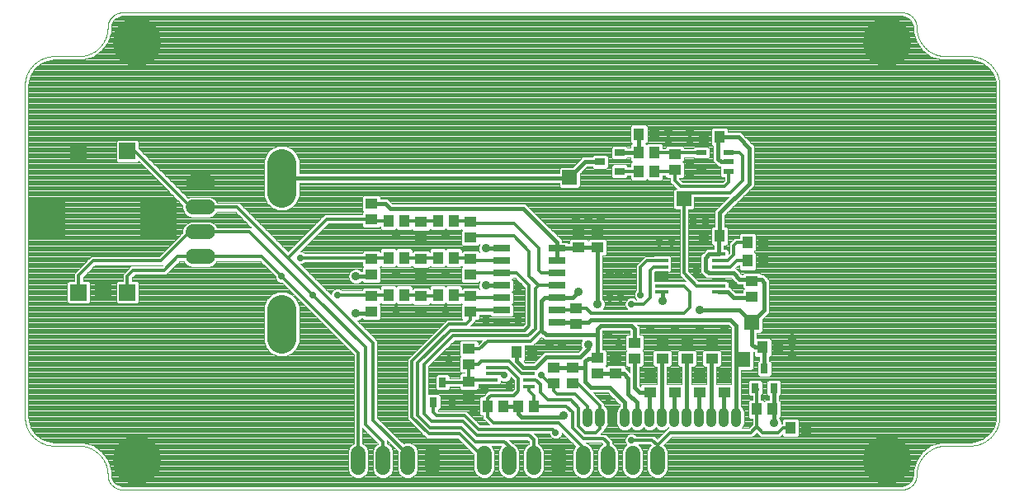
<source format=gtl>
G75*
%MOIN*%
%OFA0B0*%
%FSLAX25Y25*%
%IPPOS*%
%LPD*%
%AMOC8*
5,1,8,0,0,1.08239X$1,22.5*
%
%ADD10C,0.00394*%
%ADD11C,0.03962*%
%ADD12C,0.11811*%
%ADD13R,0.05118X0.04331*%
%ADD14R,0.04331X0.05118*%
%ADD15R,0.03937X0.03150*%
%ADD16R,0.06693X0.06693*%
%ADD17R,0.14961X0.14961*%
%ADD18R,0.06890X0.02756*%
%ADD19R,0.05315X0.01575*%
%ADD20C,0.05906*%
%ADD21R,0.04331X0.02362*%
%ADD22R,0.03150X0.03937*%
%ADD23C,0.19685*%
%ADD24R,0.04724X0.01181*%
%ADD25C,0.03562*%
%ADD26C,0.02775*%
%ADD27C,0.01600*%
%ADD28C,0.02400*%
%ADD29C,0.01200*%
%ADD30R,0.05906X0.05906*%
D10*
X0034677Y0025246D02*
X0037777Y0024238D01*
X0039406Y0024110D01*
X0051340Y0024110D01*
X0055318Y0022818D01*
X0055318Y0022818D01*
X0058702Y0020359D01*
X0058702Y0020359D01*
X0058702Y0020359D01*
X0061161Y0016975D01*
X0061161Y0016975D01*
X0062453Y0012997D01*
X0062453Y0010905D01*
X0062540Y0010025D01*
X0063214Y0008399D01*
X0064459Y0007154D01*
X0066085Y0006480D01*
X0066965Y0006394D01*
X0381926Y0006394D01*
X0382806Y0006480D01*
X0384432Y0007154D01*
X0385677Y0008399D01*
X0386351Y0010025D01*
X0386438Y0010906D01*
X0386438Y0012997D01*
X0387730Y0016975D01*
X0387730Y0016975D01*
X0390189Y0020359D01*
X0390189Y0020359D01*
X0393573Y0022818D01*
X0393573Y0022818D01*
X0397551Y0024110D01*
X0409485Y0024110D01*
X0411115Y0024238D01*
X0414214Y0025246D01*
X0416851Y0027161D01*
X0418767Y0029798D01*
X0419774Y0032898D01*
X0419902Y0034528D01*
X0419902Y0168386D01*
X0419774Y0170015D01*
X0418767Y0173115D01*
X0416851Y0175752D01*
X0414214Y0177668D01*
X0411115Y0178675D01*
X0409485Y0178803D01*
X0397551Y0178803D01*
X0393573Y0180096D01*
X0390189Y0182554D01*
X0390189Y0182554D01*
X0390189Y0182554D01*
X0387730Y0185938D01*
X0387730Y0185938D01*
X0386438Y0189916D01*
X0386438Y0192008D01*
X0386351Y0192888D01*
X0385677Y0194514D01*
X0384432Y0195759D01*
X0382806Y0196433D01*
X0381926Y0196520D01*
X0066965Y0196520D01*
X0066085Y0196433D01*
X0064459Y0195759D01*
X0063214Y0194514D01*
X0062540Y0192888D01*
X0062453Y0192008D01*
X0062453Y0189916D01*
X0061161Y0185938D01*
X0061161Y0185938D01*
X0058702Y0182554D01*
X0058702Y0182554D01*
X0058702Y0182554D01*
X0055318Y0180096D01*
X0055318Y0180096D01*
X0051340Y0178803D01*
X0039406Y0178803D01*
X0037777Y0178675D01*
X0034677Y0177668D01*
X0032040Y0175752D01*
X0030124Y0173115D01*
X0029117Y0170015D01*
X0028989Y0168386D01*
X0028989Y0034528D01*
X0029117Y0032898D01*
X0030124Y0029798D01*
X0032040Y0027161D01*
X0034677Y0025246D01*
X0034471Y0025395D02*
X0160405Y0025395D01*
X0160405Y0025003D02*
X0035424Y0025003D01*
X0036631Y0024611D02*
X0160405Y0024611D01*
X0160405Y0024218D02*
X0038032Y0024218D01*
X0039406Y0022717D02*
X0049249Y0022717D01*
X0052214Y0023826D02*
X0160405Y0023826D01*
X0160405Y0023511D02*
X0159851Y0023282D01*
X0158684Y0022114D01*
X0158052Y0020589D01*
X0158052Y0013033D01*
X0158684Y0011508D01*
X0159851Y0010340D01*
X0161376Y0009709D01*
X0163027Y0009709D01*
X0164552Y0010340D01*
X0165719Y0011508D01*
X0166351Y0013033D01*
X0166351Y0020589D01*
X0165719Y0022114D01*
X0164552Y0023282D01*
X0163998Y0023511D01*
X0163998Y0029806D01*
X0164351Y0029453D01*
X0170326Y0023478D01*
X0169851Y0023282D01*
X0168684Y0022114D01*
X0168052Y0020589D01*
X0168052Y0013033D01*
X0168684Y0011508D01*
X0169851Y0010340D01*
X0171376Y0009709D01*
X0173027Y0009709D01*
X0174552Y0010340D01*
X0175719Y0011508D01*
X0176351Y0013033D01*
X0176351Y0020589D01*
X0175719Y0022114D01*
X0174552Y0023282D01*
X0173998Y0023511D01*
X0173998Y0024806D01*
X0178100Y0020704D01*
X0178052Y0020589D01*
X0178052Y0013033D01*
X0178684Y0011508D01*
X0179851Y0010340D01*
X0181376Y0009709D01*
X0183027Y0009709D01*
X0184552Y0010340D01*
X0185719Y0011508D01*
X0186351Y0013033D01*
X0186351Y0020589D01*
X0185719Y0022114D01*
X0184552Y0023282D01*
X0183027Y0023913D01*
X0181376Y0023913D01*
X0180384Y0023502D01*
X0170017Y0033869D01*
X0170017Y0065119D01*
X0168964Y0066172D01*
X0161864Y0073272D01*
X0161937Y0073272D01*
X0163032Y0073725D01*
X0163570Y0074263D01*
X0163839Y0074263D01*
X0163839Y0074189D01*
X0164540Y0073488D01*
X0170650Y0073488D01*
X0171351Y0074189D01*
X0171351Y0079511D01*
X0170863Y0080000D01*
X0171321Y0080458D01*
X0171784Y0079994D01*
X0177107Y0079994D01*
X0177595Y0080483D01*
X0178084Y0079994D01*
X0183406Y0079994D01*
X0183870Y0080458D01*
X0184540Y0079787D01*
X0190650Y0079787D01*
X0191321Y0080458D01*
X0191784Y0079994D01*
X0197107Y0079994D01*
X0197595Y0080483D01*
X0198084Y0079994D01*
X0203406Y0079994D01*
X0203870Y0080458D01*
X0204328Y0080000D01*
X0203839Y0079511D01*
X0203839Y0074189D01*
X0204357Y0073672D01*
X0198101Y0073672D01*
X0197048Y0072619D01*
X0182048Y0057619D01*
X0182048Y0033631D01*
X0183101Y0032578D01*
X0189976Y0025703D01*
X0202476Y0025703D01*
X0208918Y0019261D01*
X0208918Y0013033D01*
X0209550Y0011508D01*
X0210717Y0010340D01*
X0212242Y0009709D01*
X0213893Y0009709D01*
X0215418Y0010340D01*
X0216585Y0011508D01*
X0217217Y0013033D01*
X0217217Y0020589D01*
X0216585Y0022114D01*
X0216122Y0022578D01*
X0220014Y0022578D01*
X0219550Y0022114D01*
X0218918Y0020589D01*
X0218918Y0013033D01*
X0219550Y0011508D01*
X0220717Y0010340D01*
X0222242Y0009709D01*
X0223893Y0009709D01*
X0225418Y0010340D01*
X0226585Y0011508D01*
X0227217Y0013033D01*
X0227217Y0020589D01*
X0226585Y0022114D01*
X0225418Y0023282D01*
X0224670Y0023592D01*
X0223183Y0025078D01*
X0230601Y0025078D01*
X0231271Y0024408D01*
X0231271Y0023511D01*
X0230717Y0023282D01*
X0229550Y0022114D01*
X0228918Y0020589D01*
X0228918Y0013033D01*
X0229550Y0011508D01*
X0230717Y0010340D01*
X0232242Y0009709D01*
X0233893Y0009709D01*
X0235418Y0010340D01*
X0236585Y0011508D01*
X0237217Y0013033D01*
X0237217Y0020589D01*
X0236585Y0022114D01*
X0235418Y0023282D01*
X0234864Y0023511D01*
X0234864Y0025897D01*
X0233812Y0026949D01*
X0233812Y0026949D01*
X0233183Y0027578D01*
X0239399Y0027578D01*
X0239779Y0026661D01*
X0240506Y0025934D01*
X0241456Y0025541D01*
X0242484Y0025541D01*
X0243434Y0025934D01*
X0244161Y0026661D01*
X0244554Y0027611D01*
X0244554Y0028000D01*
X0249995Y0022559D01*
X0249550Y0022114D01*
X0248918Y0020589D01*
X0248918Y0013033D01*
X0249550Y0011508D01*
X0250717Y0010340D01*
X0252242Y0009709D01*
X0253893Y0009709D01*
X0255418Y0010340D01*
X0256585Y0011508D01*
X0257217Y0013033D01*
X0257217Y0020589D01*
X0256585Y0022114D01*
X0255418Y0023282D01*
X0254099Y0023828D01*
X0260601Y0023828D01*
X0261021Y0023408D01*
X0260717Y0023282D01*
X0259550Y0022114D01*
X0258918Y0020589D01*
X0258918Y0013033D01*
X0259550Y0011508D01*
X0260717Y0010340D01*
X0262242Y0009709D01*
X0263893Y0009709D01*
X0265418Y0010340D01*
X0266585Y0011508D01*
X0267217Y0013033D01*
X0267217Y0020589D01*
X0266585Y0022114D01*
X0265418Y0023282D01*
X0264864Y0023511D01*
X0264864Y0024647D01*
X0263142Y0026369D01*
X0262089Y0027422D01*
X0260058Y0027422D01*
X0260623Y0027987D01*
X0261675Y0029039D01*
X0261675Y0029457D01*
X0261679Y0029459D01*
X0262573Y0030353D01*
X0263057Y0031521D01*
X0263057Y0036747D01*
X0262573Y0037915D01*
X0261679Y0038809D01*
X0261675Y0038810D01*
X0261675Y0039711D01*
X0257133Y0044253D01*
X0263018Y0044253D01*
X0267882Y0039389D01*
X0267882Y0038612D01*
X0267184Y0037915D01*
X0266701Y0036747D01*
X0266701Y0031521D01*
X0267184Y0030353D01*
X0268078Y0029459D01*
X0269246Y0028975D01*
X0270511Y0028975D01*
X0271679Y0029459D01*
X0272379Y0030158D01*
X0273078Y0029459D01*
X0274246Y0028975D01*
X0275511Y0028975D01*
X0276679Y0029459D01*
X0277379Y0030158D01*
X0278078Y0029459D01*
X0279246Y0028975D01*
X0280511Y0028975D01*
X0281679Y0029459D01*
X0282379Y0030158D01*
X0283078Y0029459D01*
X0284246Y0028975D01*
X0285511Y0028975D01*
X0286679Y0029459D01*
X0287379Y0030158D01*
X0287615Y0029922D01*
X0287476Y0029922D01*
X0286423Y0028869D01*
X0283068Y0025514D01*
X0281784Y0026797D01*
X0274453Y0026797D01*
X0274059Y0027191D01*
X0273109Y0027584D01*
X0272081Y0027584D01*
X0271131Y0027191D01*
X0270404Y0026464D01*
X0270011Y0025514D01*
X0270011Y0024486D01*
X0270404Y0023536D01*
X0270688Y0023253D01*
X0269550Y0022114D01*
X0268918Y0020589D01*
X0268918Y0013033D01*
X0269550Y0011508D01*
X0270717Y0010340D01*
X0272242Y0009709D01*
X0273893Y0009709D01*
X0275418Y0010340D01*
X0276585Y0011508D01*
X0277217Y0013033D01*
X0277217Y0020589D01*
X0276585Y0022114D01*
X0275497Y0023203D01*
X0280296Y0023203D01*
X0280467Y0023032D01*
X0279550Y0022114D01*
X0278918Y0020589D01*
X0278918Y0013033D01*
X0279550Y0011508D01*
X0280717Y0010340D01*
X0282242Y0009709D01*
X0283893Y0009709D01*
X0285418Y0010340D01*
X0286585Y0011508D01*
X0287217Y0013033D01*
X0287217Y0020589D01*
X0286585Y0022114D01*
X0285668Y0023032D01*
X0288964Y0026328D01*
X0321464Y0026328D01*
X0323196Y0028059D01*
X0323874Y0027381D01*
X0323874Y0027381D01*
X0324927Y0026328D01*
X0332714Y0026328D01*
X0333583Y0027197D01*
X0333583Y0026945D01*
X0334284Y0026244D01*
X0339607Y0026244D01*
X0340308Y0026945D01*
X0340308Y0033055D01*
X0339607Y0033756D01*
X0334284Y0033756D01*
X0333583Y0033055D01*
X0333583Y0031797D01*
X0333101Y0031797D01*
X0333073Y0031769D01*
X0333073Y0032467D01*
X0332620Y0033562D01*
X0332297Y0033885D01*
X0332857Y0034445D01*
X0332857Y0040555D01*
X0332156Y0041256D01*
X0332082Y0041256D01*
X0332082Y0042898D01*
X0332156Y0042898D01*
X0332857Y0043599D01*
X0332857Y0048527D01*
X0332156Y0049228D01*
X0328015Y0049228D01*
X0327314Y0048527D01*
X0327314Y0043599D01*
X0328015Y0042898D01*
X0328088Y0042898D01*
X0328088Y0041256D01*
X0326834Y0041256D01*
X0326345Y0040767D01*
X0325857Y0041256D01*
X0324992Y0041256D01*
X0324992Y0043214D01*
X0325377Y0043599D01*
X0325377Y0048527D01*
X0324676Y0049228D01*
X0320534Y0049228D01*
X0319833Y0048527D01*
X0319833Y0043599D01*
X0320534Y0042898D01*
X0321399Y0042898D01*
X0321399Y0041256D01*
X0320534Y0041256D01*
X0319833Y0040555D01*
X0319833Y0034445D01*
X0320534Y0033744D01*
X0321399Y0033744D01*
X0321399Y0031345D01*
X0319976Y0029922D01*
X0317142Y0029922D01*
X0317573Y0030353D01*
X0318057Y0031521D01*
X0318057Y0036747D01*
X0317573Y0037915D01*
X0316875Y0038612D01*
X0316875Y0053350D01*
X0321044Y0053350D01*
X0321745Y0054051D01*
X0321745Y0060526D01*
X0321768Y0060503D01*
X0322333Y0060503D01*
X0322333Y0059445D01*
X0323034Y0058744D01*
X0324348Y0058744D01*
X0324348Y0057102D01*
X0324275Y0057102D01*
X0323573Y0056401D01*
X0323573Y0051473D01*
X0324275Y0050772D01*
X0328416Y0050772D01*
X0329117Y0051473D01*
X0329117Y0056401D01*
X0328416Y0057102D01*
X0328342Y0057102D01*
X0328342Y0058744D01*
X0328357Y0058744D01*
X0329058Y0059445D01*
X0329058Y0065555D01*
X0328357Y0066256D01*
X0323342Y0066256D01*
X0323342Y0068350D01*
X0324794Y0068350D01*
X0325495Y0069051D01*
X0325495Y0073826D01*
X0328342Y0076673D01*
X0328342Y0089577D01*
X0327092Y0090827D01*
X0325922Y0091997D01*
X0325101Y0091997D01*
X0325101Y0092061D01*
X0324400Y0092762D01*
X0318290Y0092762D01*
X0317589Y0092061D01*
X0317589Y0091997D01*
X0317172Y0091997D01*
X0314672Y0094497D01*
X0314633Y0094497D01*
X0315839Y0095703D01*
X0316083Y0095703D01*
X0316083Y0094445D01*
X0316784Y0093744D01*
X0322107Y0093744D01*
X0322808Y0094445D01*
X0322808Y0100555D01*
X0322113Y0101250D01*
X0322808Y0101945D01*
X0322808Y0108055D01*
X0322107Y0108756D01*
X0316784Y0108756D01*
X0316083Y0108055D01*
X0316083Y0106797D01*
X0314351Y0106797D01*
X0313298Y0105744D01*
X0312048Y0104494D01*
X0312048Y0100744D01*
X0311715Y0100411D01*
X0311715Y0101460D01*
X0311014Y0102161D01*
X0309858Y0102161D01*
X0309858Y0103744D01*
X0310906Y0103744D01*
X0311607Y0104445D01*
X0311607Y0110555D01*
X0310906Y0111256D01*
X0310242Y0111256D01*
X0310242Y0116072D01*
X0320922Y0126753D01*
X0322092Y0127923D01*
X0322092Y0143952D01*
X0317717Y0148327D01*
X0316547Y0149497D01*
X0311607Y0149497D01*
X0311607Y0150555D01*
X0310906Y0151256D01*
X0305584Y0151256D01*
X0304883Y0150555D01*
X0304883Y0144445D01*
X0305584Y0143744D01*
X0305598Y0143744D01*
X0305598Y0137923D01*
X0306768Y0136753D01*
X0308018Y0135503D01*
X0308561Y0135503D01*
X0308495Y0135437D01*
X0308495Y0132083D01*
X0309196Y0131382D01*
X0310060Y0131382D01*
X0310060Y0130006D01*
X0309351Y0129297D01*
X0293339Y0129297D01*
X0291892Y0130744D01*
X0291892Y0130988D01*
X0293150Y0130988D01*
X0293851Y0131689D01*
X0293851Y0137011D01*
X0293363Y0137500D01*
X0293851Y0137988D01*
X0293851Y0139443D01*
X0297591Y0139443D01*
X0298172Y0138862D01*
X0303494Y0138862D01*
X0304196Y0139563D01*
X0304196Y0142917D01*
X0303494Y0143618D01*
X0298172Y0143618D01*
X0297591Y0143037D01*
X0293851Y0143037D01*
X0293851Y0143311D01*
X0293150Y0144012D01*
X0287040Y0144012D01*
X0286339Y0143311D01*
X0286339Y0143047D01*
X0285357Y0143047D01*
X0285357Y0144305D01*
X0284656Y0145006D01*
X0279334Y0145006D01*
X0278845Y0144517D01*
X0278363Y0145000D01*
X0279058Y0145695D01*
X0279058Y0151805D01*
X0278357Y0152506D01*
X0273034Y0152506D01*
X0272333Y0151805D01*
X0272333Y0145695D01*
X0273029Y0145000D01*
X0272333Y0144305D01*
X0272333Y0143237D01*
X0270947Y0143237D01*
X0270947Y0143311D01*
X0270246Y0144012D01*
X0265318Y0144012D01*
X0264617Y0143311D01*
X0264617Y0139170D01*
X0265318Y0138469D01*
X0270246Y0138469D01*
X0270947Y0139170D01*
X0270947Y0139243D01*
X0272333Y0139243D01*
X0272333Y0138195D01*
X0273029Y0137500D01*
X0272333Y0136805D01*
X0272333Y0135557D01*
X0270947Y0135557D01*
X0270947Y0135830D01*
X0270246Y0136531D01*
X0265318Y0136531D01*
X0264617Y0135830D01*
X0264617Y0131689D01*
X0265318Y0130988D01*
X0270246Y0130988D01*
X0270947Y0131689D01*
X0270947Y0131963D01*
X0272333Y0131963D01*
X0272333Y0130695D01*
X0273034Y0129994D01*
X0278357Y0129994D01*
X0278845Y0130483D01*
X0279334Y0129994D01*
X0284656Y0129994D01*
X0285357Y0130695D01*
X0285357Y0131953D01*
X0286339Y0131953D01*
X0286339Y0131689D01*
X0287040Y0130988D01*
X0288298Y0130988D01*
X0288298Y0129256D01*
X0289351Y0128203D01*
X0290904Y0126650D01*
X0290397Y0126650D01*
X0289696Y0125948D01*
X0289696Y0119051D01*
X0290397Y0118350D01*
X0292048Y0118350D01*
X0292048Y0091756D01*
X0293101Y0090703D01*
X0294625Y0089179D01*
X0288170Y0089179D01*
X0287983Y0089366D01*
X0281892Y0089366D01*
X0281892Y0093006D01*
X0281961Y0093075D01*
X0287983Y0093075D01*
X0288684Y0093776D01*
X0288684Y0098901D01*
X0287983Y0099602D01*
X0281676Y0099602D01*
X0281489Y0099415D01*
X0278219Y0099415D01*
X0275601Y0096797D01*
X0274548Y0095744D01*
X0274548Y0085608D01*
X0274154Y0085214D01*
X0273761Y0084264D01*
X0273761Y0083236D01*
X0274154Y0082286D01*
X0274644Y0081797D01*
X0274453Y0081797D01*
X0274059Y0082191D01*
X0273109Y0082584D01*
X0272081Y0082584D01*
X0271131Y0082191D01*
X0270404Y0081464D01*
X0270011Y0080514D01*
X0270011Y0079486D01*
X0270404Y0078536D01*
X0270894Y0078047D01*
X0261103Y0078047D01*
X0261370Y0078313D01*
X0261823Y0079408D01*
X0261823Y0080592D01*
X0261370Y0081687D01*
X0260842Y0082215D01*
X0260842Y0099738D01*
X0261900Y0099738D01*
X0262601Y0100439D01*
X0262601Y0105761D01*
X0261900Y0106463D01*
X0255790Y0106463D01*
X0255095Y0105767D01*
X0254400Y0106463D01*
X0248290Y0106463D01*
X0247589Y0105761D01*
X0247589Y0104625D01*
X0246858Y0104625D01*
X0246408Y0105075D01*
X0244592Y0105075D01*
X0244592Y0105827D01*
X0243422Y0106997D01*
X0229672Y0120747D01*
X0175922Y0120747D01*
X0174023Y0122646D01*
X0171351Y0122646D01*
X0171351Y0123311D01*
X0170650Y0124012D01*
X0164540Y0124012D01*
X0163839Y0123311D01*
X0163839Y0117988D01*
X0164328Y0117500D01*
X0163839Y0117011D01*
X0163839Y0116147D01*
X0148701Y0116147D01*
X0133845Y0101291D01*
X0114087Y0121049D01*
X0105161Y0121049D01*
X0104932Y0121603D01*
X0103765Y0122770D01*
X0102239Y0123402D01*
X0094683Y0123402D01*
X0093482Y0122904D01*
X0073831Y0142555D01*
X0073477Y0142909D01*
X0073477Y0145653D01*
X0072776Y0146354D01*
X0065092Y0146354D01*
X0064390Y0145653D01*
X0064390Y0137969D01*
X0065092Y0137268D01*
X0072776Y0137268D01*
X0073406Y0137898D01*
X0091359Y0119945D01*
X0091359Y0118427D01*
X0091991Y0116901D01*
X0093158Y0115734D01*
X0094683Y0115102D01*
X0102239Y0115102D01*
X0103765Y0115734D01*
X0104932Y0116901D01*
X0105161Y0117455D01*
X0112599Y0117455D01*
X0119005Y0111049D01*
X0105161Y0111049D01*
X0104932Y0111603D01*
X0103765Y0112770D01*
X0102239Y0113402D01*
X0094683Y0113402D01*
X0093158Y0112770D01*
X0091991Y0111603D01*
X0091359Y0110077D01*
X0091359Y0108805D01*
X0081851Y0099297D01*
X0054351Y0099297D01*
X0048504Y0093450D01*
X0047452Y0092398D01*
X0047452Y0089268D01*
X0045406Y0089268D01*
X0044705Y0088567D01*
X0044705Y0080882D01*
X0045406Y0080181D01*
X0053091Y0080181D01*
X0053792Y0080882D01*
X0053792Y0088567D01*
X0053091Y0089268D01*
X0051046Y0089268D01*
X0051046Y0090909D01*
X0055839Y0095703D01*
X0083257Y0095703D01*
X0083101Y0095547D01*
X0070601Y0095547D01*
X0069548Y0094494D01*
X0067137Y0092083D01*
X0067137Y0089268D01*
X0065092Y0089268D01*
X0064390Y0088567D01*
X0064390Y0080882D01*
X0065092Y0080181D01*
X0072776Y0080181D01*
X0073477Y0080882D01*
X0073477Y0088567D01*
X0072776Y0089268D01*
X0070731Y0089268D01*
X0070731Y0090594D01*
X0072089Y0091953D01*
X0084589Y0091953D01*
X0090091Y0097455D01*
X0091761Y0097455D01*
X0091991Y0096901D01*
X0093158Y0095734D01*
X0094683Y0095102D01*
X0102239Y0095102D01*
X0103765Y0095734D01*
X0104932Y0096901D01*
X0105161Y0097455D01*
X0122599Y0097455D01*
X0128761Y0091293D01*
X0128761Y0090736D01*
X0129154Y0089786D01*
X0129881Y0089059D01*
X0130831Y0088666D01*
X0131388Y0088666D01*
X0160405Y0059649D01*
X0160405Y0023511D01*
X0160219Y0023434D02*
X0053421Y0023434D01*
X0054629Y0023042D02*
X0159611Y0023042D01*
X0159219Y0022650D02*
X0055550Y0022650D01*
X0056089Y0022257D02*
X0158827Y0022257D01*
X0158580Y0021865D02*
X0056629Y0021865D01*
X0057169Y0021473D02*
X0158418Y0021473D01*
X0158255Y0021081D02*
X0057709Y0021081D01*
X0058249Y0020688D02*
X0158093Y0020688D01*
X0158052Y0020296D02*
X0058748Y0020296D01*
X0059033Y0019904D02*
X0158052Y0019904D01*
X0158052Y0019512D02*
X0059318Y0019512D01*
X0059603Y0019120D02*
X0158052Y0019120D01*
X0158052Y0018727D02*
X0059888Y0018727D01*
X0060173Y0018335D02*
X0158052Y0018335D01*
X0158052Y0017943D02*
X0060458Y0017943D01*
X0060743Y0017551D02*
X0158052Y0017551D01*
X0158052Y0017159D02*
X0061027Y0017159D01*
X0061229Y0016766D02*
X0158052Y0016766D01*
X0158052Y0016374D02*
X0061356Y0016374D01*
X0061484Y0015982D02*
X0158052Y0015982D01*
X0158052Y0015590D02*
X0061611Y0015590D01*
X0061738Y0015198D02*
X0158052Y0015198D01*
X0158052Y0014805D02*
X0061866Y0014805D01*
X0061993Y0014413D02*
X0158052Y0014413D01*
X0158052Y0014021D02*
X0062121Y0014021D01*
X0062248Y0013629D02*
X0158052Y0013629D01*
X0158052Y0013236D02*
X0062376Y0013236D01*
X0062453Y0012844D02*
X0158130Y0012844D01*
X0158292Y0012452D02*
X0062453Y0012452D01*
X0062453Y0012060D02*
X0158455Y0012060D01*
X0158617Y0011668D02*
X0062453Y0011668D01*
X0062453Y0011275D02*
X0158916Y0011275D01*
X0159308Y0010883D02*
X0062456Y0010883D01*
X0062494Y0010491D02*
X0159700Y0010491D01*
X0160434Y0010099D02*
X0062533Y0010099D01*
X0062672Y0009707D02*
X0386219Y0009707D01*
X0386358Y0010099D02*
X0284835Y0010099D01*
X0285569Y0010491D02*
X0386397Y0010491D01*
X0386435Y0010883D02*
X0285961Y0010883D01*
X0286353Y0011275D02*
X0386438Y0011275D01*
X0386438Y0011668D02*
X0286652Y0011668D01*
X0286814Y0012060D02*
X0386438Y0012060D01*
X0386438Y0012452D02*
X0286977Y0012452D01*
X0287139Y0012844D02*
X0386438Y0012844D01*
X0386515Y0013236D02*
X0287217Y0013236D01*
X0287217Y0013629D02*
X0386643Y0013629D01*
X0386770Y0014021D02*
X0287217Y0014021D01*
X0287217Y0014413D02*
X0386898Y0014413D01*
X0387025Y0014805D02*
X0287217Y0014805D01*
X0287217Y0015198D02*
X0387153Y0015198D01*
X0387280Y0015590D02*
X0287217Y0015590D01*
X0287217Y0015982D02*
X0387408Y0015982D01*
X0387535Y0016374D02*
X0287217Y0016374D01*
X0287217Y0016766D02*
X0387662Y0016766D01*
X0387864Y0017159D02*
X0287217Y0017159D01*
X0287217Y0017551D02*
X0388149Y0017551D01*
X0388433Y0017943D02*
X0287217Y0017943D01*
X0287217Y0018335D02*
X0388718Y0018335D01*
X0389003Y0018727D02*
X0287217Y0018727D01*
X0287217Y0019120D02*
X0389288Y0019120D01*
X0389573Y0019512D02*
X0287217Y0019512D01*
X0287217Y0019904D02*
X0389858Y0019904D01*
X0390143Y0020296D02*
X0287217Y0020296D01*
X0287176Y0020688D02*
X0390642Y0020688D01*
X0390189Y0020359D02*
X0390189Y0020359D01*
X0391182Y0021081D02*
X0287014Y0021081D01*
X0286851Y0021473D02*
X0391722Y0021473D01*
X0392262Y0021865D02*
X0286689Y0021865D01*
X0286442Y0022257D02*
X0392802Y0022257D01*
X0393341Y0022650D02*
X0286050Y0022650D01*
X0285678Y0023042D02*
X0394263Y0023042D01*
X0395470Y0023434D02*
X0286070Y0023434D01*
X0286462Y0023826D02*
X0396677Y0023826D01*
X0399642Y0022717D02*
X0409485Y0022717D01*
X0410859Y0024218D02*
X0286855Y0024218D01*
X0287247Y0024611D02*
X0412260Y0024611D01*
X0413467Y0025003D02*
X0287639Y0025003D01*
X0288031Y0025395D02*
X0414420Y0025395D01*
X0414960Y0025787D02*
X0288424Y0025787D01*
X0288816Y0026179D02*
X0415500Y0026179D01*
X0416039Y0026572D02*
X0339934Y0026572D01*
X0340308Y0026964D02*
X0416579Y0026964D01*
X0416993Y0027356D02*
X0340308Y0027356D01*
X0340308Y0027748D02*
X0417277Y0027748D01*
X0417562Y0028141D02*
X0340308Y0028141D01*
X0340308Y0028533D02*
X0417847Y0028533D01*
X0418132Y0028925D02*
X0340308Y0028925D01*
X0340308Y0029317D02*
X0418417Y0029317D01*
X0418702Y0029709D02*
X0340308Y0029709D01*
X0340308Y0030102D02*
X0418865Y0030102D01*
X0418993Y0030494D02*
X0340308Y0030494D01*
X0340308Y0030886D02*
X0419120Y0030886D01*
X0419248Y0031278D02*
X0340308Y0031278D01*
X0340308Y0031670D02*
X0419375Y0031670D01*
X0419503Y0032063D02*
X0340308Y0032063D01*
X0340308Y0032455D02*
X0419630Y0032455D01*
X0419757Y0032847D02*
X0340308Y0032847D01*
X0340123Y0033239D02*
X0419801Y0033239D01*
X0419832Y0033631D02*
X0339731Y0033631D01*
X0334160Y0033631D02*
X0332550Y0033631D01*
X0332435Y0034024D02*
X0419863Y0034024D01*
X0419893Y0034416D02*
X0332828Y0034416D01*
X0332857Y0034808D02*
X0419902Y0034808D01*
X0419902Y0035200D02*
X0332857Y0035200D01*
X0332857Y0035593D02*
X0419902Y0035593D01*
X0419902Y0035985D02*
X0332857Y0035985D01*
X0332857Y0036377D02*
X0419902Y0036377D01*
X0419902Y0036769D02*
X0332857Y0036769D01*
X0332857Y0037161D02*
X0419902Y0037161D01*
X0419902Y0037554D02*
X0332857Y0037554D01*
X0332857Y0037946D02*
X0419902Y0037946D01*
X0419902Y0038338D02*
X0332857Y0038338D01*
X0332857Y0038730D02*
X0419902Y0038730D01*
X0419902Y0039122D02*
X0332857Y0039122D01*
X0332857Y0039515D02*
X0419902Y0039515D01*
X0419902Y0039907D02*
X0332857Y0039907D01*
X0332857Y0040299D02*
X0419902Y0040299D01*
X0419902Y0040691D02*
X0332720Y0040691D01*
X0332328Y0041084D02*
X0419902Y0041084D01*
X0419902Y0041476D02*
X0332082Y0041476D01*
X0332082Y0041868D02*
X0419902Y0041868D01*
X0419902Y0042260D02*
X0332082Y0042260D01*
X0332082Y0042652D02*
X0419902Y0042652D01*
X0419902Y0043045D02*
X0332303Y0043045D01*
X0332695Y0043437D02*
X0419902Y0043437D01*
X0419902Y0043829D02*
X0332857Y0043829D01*
X0332857Y0044221D02*
X0419902Y0044221D01*
X0419902Y0044613D02*
X0332857Y0044613D01*
X0332857Y0045006D02*
X0419902Y0045006D01*
X0419902Y0045398D02*
X0332857Y0045398D01*
X0332857Y0045790D02*
X0419902Y0045790D01*
X0419902Y0046182D02*
X0332857Y0046182D01*
X0332857Y0046574D02*
X0419902Y0046574D01*
X0419902Y0046967D02*
X0332857Y0046967D01*
X0332857Y0047359D02*
X0419902Y0047359D01*
X0419902Y0047751D02*
X0332857Y0047751D01*
X0332857Y0048143D02*
X0419902Y0048143D01*
X0419902Y0048536D02*
X0332849Y0048536D01*
X0332456Y0048928D02*
X0419902Y0048928D01*
X0419902Y0049320D02*
X0316875Y0049320D01*
X0316875Y0049712D02*
X0419902Y0049712D01*
X0419902Y0050104D02*
X0316875Y0050104D01*
X0316875Y0050497D02*
X0419902Y0050497D01*
X0419902Y0050889D02*
X0328533Y0050889D01*
X0328925Y0051281D02*
X0419902Y0051281D01*
X0419902Y0051673D02*
X0329117Y0051673D01*
X0329117Y0052065D02*
X0419902Y0052065D01*
X0419902Y0052458D02*
X0329117Y0052458D01*
X0329117Y0052850D02*
X0419902Y0052850D01*
X0419902Y0053242D02*
X0329117Y0053242D01*
X0329117Y0053634D02*
X0419902Y0053634D01*
X0419902Y0054027D02*
X0329117Y0054027D01*
X0329117Y0054419D02*
X0419902Y0054419D01*
X0419902Y0054811D02*
X0329117Y0054811D01*
X0329117Y0055203D02*
X0419902Y0055203D01*
X0419902Y0055595D02*
X0329117Y0055595D01*
X0329117Y0055988D02*
X0419902Y0055988D01*
X0419902Y0056380D02*
X0329117Y0056380D01*
X0328746Y0056772D02*
X0419902Y0056772D01*
X0419902Y0057164D02*
X0328342Y0057164D01*
X0328342Y0057556D02*
X0419902Y0057556D01*
X0419902Y0057949D02*
X0328342Y0057949D01*
X0328342Y0058341D02*
X0419902Y0058341D01*
X0419902Y0058733D02*
X0328342Y0058733D01*
X0328738Y0059125D02*
X0419902Y0059125D01*
X0419902Y0059517D02*
X0329058Y0059517D01*
X0329058Y0059910D02*
X0419902Y0059910D01*
X0419902Y0060302D02*
X0329058Y0060302D01*
X0329058Y0060694D02*
X0419902Y0060694D01*
X0419902Y0061086D02*
X0329058Y0061086D01*
X0329058Y0061479D02*
X0419902Y0061479D01*
X0419902Y0061871D02*
X0329058Y0061871D01*
X0329058Y0062263D02*
X0419902Y0062263D01*
X0419902Y0062655D02*
X0329058Y0062655D01*
X0329058Y0063047D02*
X0419902Y0063047D01*
X0419902Y0063440D02*
X0329058Y0063440D01*
X0329058Y0063832D02*
X0419902Y0063832D01*
X0419902Y0064224D02*
X0329058Y0064224D01*
X0329058Y0064616D02*
X0419902Y0064616D01*
X0419902Y0065008D02*
X0329058Y0065008D01*
X0329058Y0065401D02*
X0419902Y0065401D01*
X0419902Y0065793D02*
X0328820Y0065793D01*
X0328427Y0066185D02*
X0419902Y0066185D01*
X0419902Y0066577D02*
X0323342Y0066577D01*
X0323342Y0066970D02*
X0419902Y0066970D01*
X0419902Y0067362D02*
X0323342Y0067362D01*
X0323342Y0067754D02*
X0419902Y0067754D01*
X0419902Y0068146D02*
X0323342Y0068146D01*
X0324982Y0068538D02*
X0419902Y0068538D01*
X0419902Y0068931D02*
X0325374Y0068931D01*
X0325495Y0069323D02*
X0419902Y0069323D01*
X0419902Y0069715D02*
X0325495Y0069715D01*
X0325495Y0070107D02*
X0419902Y0070107D01*
X0419902Y0070499D02*
X0325495Y0070499D01*
X0325495Y0070892D02*
X0419902Y0070892D01*
X0419902Y0071284D02*
X0325495Y0071284D01*
X0325495Y0071676D02*
X0419902Y0071676D01*
X0419902Y0072068D02*
X0325495Y0072068D01*
X0325495Y0072460D02*
X0419902Y0072460D01*
X0419902Y0072853D02*
X0325495Y0072853D01*
X0325495Y0073245D02*
X0419902Y0073245D01*
X0419902Y0073637D02*
X0325495Y0073637D01*
X0325698Y0074029D02*
X0419902Y0074029D01*
X0419902Y0074422D02*
X0326091Y0074422D01*
X0326483Y0074814D02*
X0419902Y0074814D01*
X0419902Y0075206D02*
X0326875Y0075206D01*
X0327267Y0075598D02*
X0419902Y0075598D01*
X0419902Y0075990D02*
X0327659Y0075990D01*
X0328052Y0076383D02*
X0419902Y0076383D01*
X0419902Y0076775D02*
X0328342Y0076775D01*
X0328342Y0077167D02*
X0419902Y0077167D01*
X0419902Y0077559D02*
X0328342Y0077559D01*
X0328342Y0077951D02*
X0419902Y0077951D01*
X0419902Y0078344D02*
X0328342Y0078344D01*
X0328342Y0078736D02*
X0419902Y0078736D01*
X0419902Y0079128D02*
X0328342Y0079128D01*
X0328342Y0079520D02*
X0419902Y0079520D01*
X0419902Y0079913D02*
X0328342Y0079913D01*
X0328342Y0080305D02*
X0419902Y0080305D01*
X0419902Y0080697D02*
X0328342Y0080697D01*
X0328342Y0081089D02*
X0419902Y0081089D01*
X0419902Y0081481D02*
X0328342Y0081481D01*
X0328342Y0081874D02*
X0419902Y0081874D01*
X0419902Y0082266D02*
X0328342Y0082266D01*
X0328342Y0082658D02*
X0419902Y0082658D01*
X0419902Y0083050D02*
X0328342Y0083050D01*
X0328342Y0083442D02*
X0419902Y0083442D01*
X0419902Y0083835D02*
X0328342Y0083835D01*
X0328342Y0084227D02*
X0419902Y0084227D01*
X0419902Y0084619D02*
X0328342Y0084619D01*
X0328342Y0085011D02*
X0419902Y0085011D01*
X0419902Y0085403D02*
X0328342Y0085403D01*
X0328342Y0085796D02*
X0419902Y0085796D01*
X0419902Y0086188D02*
X0328342Y0086188D01*
X0328342Y0086580D02*
X0419902Y0086580D01*
X0419902Y0086972D02*
X0328342Y0086972D01*
X0328342Y0087365D02*
X0419902Y0087365D01*
X0419902Y0087757D02*
X0328342Y0087757D01*
X0328342Y0088149D02*
X0419902Y0088149D01*
X0419902Y0088541D02*
X0328342Y0088541D01*
X0328342Y0088933D02*
X0419902Y0088933D01*
X0419902Y0089326D02*
X0328342Y0089326D01*
X0328201Y0089718D02*
X0419902Y0089718D01*
X0419902Y0090110D02*
X0327809Y0090110D01*
X0327417Y0090502D02*
X0419902Y0090502D01*
X0419902Y0090894D02*
X0327025Y0090894D01*
X0326632Y0091287D02*
X0419902Y0091287D01*
X0419902Y0091679D02*
X0326240Y0091679D01*
X0325091Y0092071D02*
X0419902Y0092071D01*
X0419902Y0092463D02*
X0324698Y0092463D01*
X0322787Y0094424D02*
X0419902Y0094424D01*
X0419902Y0094032D02*
X0322395Y0094032D01*
X0322808Y0094817D02*
X0419902Y0094817D01*
X0419902Y0095209D02*
X0322808Y0095209D01*
X0322808Y0095601D02*
X0419902Y0095601D01*
X0419902Y0095993D02*
X0322808Y0095993D01*
X0322808Y0096385D02*
X0419902Y0096385D01*
X0419902Y0096778D02*
X0322808Y0096778D01*
X0322808Y0097170D02*
X0419902Y0097170D01*
X0419902Y0097562D02*
X0322808Y0097562D01*
X0322808Y0097954D02*
X0419902Y0097954D01*
X0419902Y0098346D02*
X0322808Y0098346D01*
X0322808Y0098739D02*
X0419902Y0098739D01*
X0419902Y0099131D02*
X0322808Y0099131D01*
X0322808Y0099523D02*
X0419902Y0099523D01*
X0419902Y0099915D02*
X0322808Y0099915D01*
X0322808Y0100308D02*
X0419902Y0100308D01*
X0419902Y0100700D02*
X0322663Y0100700D01*
X0322271Y0101092D02*
X0419902Y0101092D01*
X0419902Y0101484D02*
X0322347Y0101484D01*
X0322739Y0101876D02*
X0419902Y0101876D01*
X0419902Y0102269D02*
X0322808Y0102269D01*
X0322808Y0102661D02*
X0419902Y0102661D01*
X0419902Y0103053D02*
X0322808Y0103053D01*
X0322808Y0103445D02*
X0419902Y0103445D01*
X0419902Y0103837D02*
X0322808Y0103837D01*
X0322808Y0104230D02*
X0419902Y0104230D01*
X0419902Y0104622D02*
X0322808Y0104622D01*
X0322808Y0105014D02*
X0419902Y0105014D01*
X0419902Y0105406D02*
X0322808Y0105406D01*
X0322808Y0105799D02*
X0419902Y0105799D01*
X0419902Y0106191D02*
X0322808Y0106191D01*
X0322808Y0106583D02*
X0419902Y0106583D01*
X0419902Y0106975D02*
X0322808Y0106975D01*
X0322808Y0107367D02*
X0419902Y0107367D01*
X0419902Y0107760D02*
X0322808Y0107760D01*
X0322711Y0108152D02*
X0419902Y0108152D01*
X0419902Y0108544D02*
X0322319Y0108544D01*
X0316573Y0108544D02*
X0311607Y0108544D01*
X0311607Y0108936D02*
X0419902Y0108936D01*
X0419902Y0109328D02*
X0311607Y0109328D01*
X0311607Y0109721D02*
X0419902Y0109721D01*
X0419902Y0110113D02*
X0311607Y0110113D01*
X0311607Y0110505D02*
X0419902Y0110505D01*
X0419902Y0110897D02*
X0311264Y0110897D01*
X0310242Y0111289D02*
X0419902Y0111289D01*
X0419902Y0111682D02*
X0310242Y0111682D01*
X0310242Y0112074D02*
X0419902Y0112074D01*
X0419902Y0112466D02*
X0310242Y0112466D01*
X0310242Y0112858D02*
X0419902Y0112858D01*
X0419902Y0113251D02*
X0310242Y0113251D01*
X0310242Y0113643D02*
X0419902Y0113643D01*
X0419902Y0114035D02*
X0310242Y0114035D01*
X0310242Y0114427D02*
X0419902Y0114427D01*
X0419902Y0114819D02*
X0310242Y0114819D01*
X0310242Y0115212D02*
X0419902Y0115212D01*
X0419902Y0115604D02*
X0310242Y0115604D01*
X0310242Y0115996D02*
X0419902Y0115996D01*
X0419902Y0116388D02*
X0310557Y0116388D01*
X0310950Y0116780D02*
X0419902Y0116780D01*
X0419902Y0117173D02*
X0311342Y0117173D01*
X0311734Y0117565D02*
X0419902Y0117565D01*
X0419902Y0117957D02*
X0312126Y0117957D01*
X0312518Y0118349D02*
X0419902Y0118349D01*
X0419902Y0118742D02*
X0312911Y0118742D01*
X0313303Y0119134D02*
X0419902Y0119134D01*
X0419902Y0119526D02*
X0313695Y0119526D01*
X0314087Y0119918D02*
X0419902Y0119918D01*
X0419902Y0120310D02*
X0314479Y0120310D01*
X0314872Y0120703D02*
X0419902Y0120703D01*
X0419902Y0121095D02*
X0315264Y0121095D01*
X0315656Y0121487D02*
X0419902Y0121487D01*
X0419902Y0121879D02*
X0316048Y0121879D01*
X0316441Y0122271D02*
X0419902Y0122271D01*
X0419902Y0122664D02*
X0316833Y0122664D01*
X0317225Y0123056D02*
X0419902Y0123056D01*
X0419902Y0123448D02*
X0317617Y0123448D01*
X0318009Y0123840D02*
X0419902Y0123840D01*
X0419902Y0124232D02*
X0318402Y0124232D01*
X0318794Y0124625D02*
X0419902Y0124625D01*
X0419902Y0125017D02*
X0319186Y0125017D01*
X0319578Y0125409D02*
X0419902Y0125409D01*
X0419902Y0125801D02*
X0319970Y0125801D01*
X0320363Y0126194D02*
X0419902Y0126194D01*
X0419902Y0126586D02*
X0320755Y0126586D01*
X0321147Y0126978D02*
X0419902Y0126978D01*
X0419902Y0127370D02*
X0321539Y0127370D01*
X0321931Y0127762D02*
X0419902Y0127762D01*
X0419902Y0128155D02*
X0322092Y0128155D01*
X0322092Y0128547D02*
X0419902Y0128547D01*
X0419902Y0128939D02*
X0322092Y0128939D01*
X0322092Y0129331D02*
X0419902Y0129331D01*
X0419902Y0129723D02*
X0322092Y0129723D01*
X0322092Y0130116D02*
X0419902Y0130116D01*
X0419902Y0130508D02*
X0322092Y0130508D01*
X0322092Y0130900D02*
X0419902Y0130900D01*
X0419902Y0131292D02*
X0322092Y0131292D01*
X0322092Y0131685D02*
X0419902Y0131685D01*
X0419902Y0132077D02*
X0322092Y0132077D01*
X0322092Y0132469D02*
X0419902Y0132469D01*
X0419902Y0132861D02*
X0322092Y0132861D01*
X0322092Y0133253D02*
X0419902Y0133253D01*
X0419902Y0133646D02*
X0322092Y0133646D01*
X0322092Y0134038D02*
X0419902Y0134038D01*
X0419902Y0134430D02*
X0322092Y0134430D01*
X0322092Y0134822D02*
X0419902Y0134822D01*
X0419902Y0135214D02*
X0322092Y0135214D01*
X0322092Y0135607D02*
X0419902Y0135607D01*
X0419902Y0135999D02*
X0322092Y0135999D01*
X0322092Y0136391D02*
X0419902Y0136391D01*
X0419902Y0136783D02*
X0322092Y0136783D01*
X0322092Y0137175D02*
X0419902Y0137175D01*
X0419902Y0137568D02*
X0322092Y0137568D01*
X0322092Y0137960D02*
X0419902Y0137960D01*
X0419902Y0138352D02*
X0322092Y0138352D01*
X0322092Y0138744D02*
X0419902Y0138744D01*
X0419902Y0139137D02*
X0322092Y0139137D01*
X0322092Y0139529D02*
X0419902Y0139529D01*
X0419902Y0139921D02*
X0322092Y0139921D01*
X0322092Y0140313D02*
X0419902Y0140313D01*
X0419902Y0140705D02*
X0322092Y0140705D01*
X0322092Y0141098D02*
X0419902Y0141098D01*
X0419902Y0141490D02*
X0322092Y0141490D01*
X0322092Y0141882D02*
X0419902Y0141882D01*
X0419902Y0142274D02*
X0322092Y0142274D01*
X0322092Y0142666D02*
X0419902Y0142666D01*
X0419902Y0143059D02*
X0322092Y0143059D01*
X0322092Y0143451D02*
X0419902Y0143451D01*
X0419902Y0143843D02*
X0322092Y0143843D01*
X0321809Y0144235D02*
X0419902Y0144235D01*
X0419902Y0144628D02*
X0321417Y0144628D01*
X0321024Y0145020D02*
X0419902Y0145020D01*
X0419902Y0145412D02*
X0320632Y0145412D01*
X0320240Y0145804D02*
X0419902Y0145804D01*
X0419902Y0146196D02*
X0319848Y0146196D01*
X0319456Y0146589D02*
X0419902Y0146589D01*
X0419902Y0146981D02*
X0319063Y0146981D01*
X0318671Y0147373D02*
X0419902Y0147373D01*
X0419902Y0147765D02*
X0318279Y0147765D01*
X0317887Y0148157D02*
X0419902Y0148157D01*
X0419902Y0148550D02*
X0317494Y0148550D01*
X0317102Y0148942D02*
X0419902Y0148942D01*
X0419902Y0149334D02*
X0316710Y0149334D01*
X0311607Y0149726D02*
X0419902Y0149726D01*
X0419902Y0150118D02*
X0311607Y0150118D01*
X0311607Y0150511D02*
X0419902Y0150511D01*
X0419902Y0150903D02*
X0311259Y0150903D01*
X0305231Y0150903D02*
X0279058Y0150903D01*
X0279058Y0151295D02*
X0419902Y0151295D01*
X0419902Y0151687D02*
X0279058Y0151687D01*
X0278783Y0152080D02*
X0419902Y0152080D01*
X0419902Y0152472D02*
X0278391Y0152472D01*
X0279058Y0150511D02*
X0304883Y0150511D01*
X0304883Y0150118D02*
X0279058Y0150118D01*
X0279058Y0149726D02*
X0304883Y0149726D01*
X0304883Y0149334D02*
X0279058Y0149334D01*
X0279058Y0148942D02*
X0304883Y0148942D01*
X0304883Y0148550D02*
X0279058Y0148550D01*
X0279058Y0148157D02*
X0304883Y0148157D01*
X0304883Y0147765D02*
X0279058Y0147765D01*
X0279058Y0147373D02*
X0304883Y0147373D01*
X0304883Y0146981D02*
X0279058Y0146981D01*
X0279058Y0146589D02*
X0304883Y0146589D01*
X0304883Y0146196D02*
X0279058Y0146196D01*
X0279058Y0145804D02*
X0304883Y0145804D01*
X0304883Y0145412D02*
X0278774Y0145412D01*
X0278382Y0145020D02*
X0304883Y0145020D01*
X0304883Y0144628D02*
X0285034Y0144628D01*
X0285357Y0144235D02*
X0305092Y0144235D01*
X0305485Y0143843D02*
X0293319Y0143843D01*
X0293711Y0143451D02*
X0298005Y0143451D01*
X0297613Y0143059D02*
X0293851Y0143059D01*
X0286872Y0143843D02*
X0285357Y0143843D01*
X0285357Y0143451D02*
X0286479Y0143451D01*
X0286339Y0143059D02*
X0285357Y0143059D01*
X0278955Y0144628D02*
X0278735Y0144628D01*
X0273009Y0145020D02*
X0073477Y0145020D01*
X0073477Y0145412D02*
X0272617Y0145412D01*
X0272333Y0145804D02*
X0073326Y0145804D01*
X0072934Y0146196D02*
X0272333Y0146196D01*
X0272333Y0146589D02*
X0028989Y0146589D01*
X0028989Y0146981D02*
X0272333Y0146981D01*
X0272333Y0147373D02*
X0028989Y0147373D01*
X0028989Y0147765D02*
X0272333Y0147765D01*
X0272333Y0148157D02*
X0028989Y0148157D01*
X0028989Y0148550D02*
X0272333Y0148550D01*
X0272333Y0148942D02*
X0028989Y0148942D01*
X0028989Y0149334D02*
X0272333Y0149334D01*
X0272333Y0149726D02*
X0028989Y0149726D01*
X0028989Y0150118D02*
X0272333Y0150118D01*
X0272333Y0150511D02*
X0028989Y0150511D01*
X0028989Y0150903D02*
X0272333Y0150903D01*
X0272333Y0151295D02*
X0028989Y0151295D01*
X0028989Y0151687D02*
X0272333Y0151687D01*
X0272608Y0152080D02*
X0028989Y0152080D01*
X0028989Y0152472D02*
X0273000Y0152472D01*
X0272656Y0144628D02*
X0073477Y0144628D01*
X0073477Y0144235D02*
X0272333Y0144235D01*
X0272333Y0143843D02*
X0270415Y0143843D01*
X0270807Y0143451D02*
X0272333Y0143451D01*
X0265149Y0143843D02*
X0133108Y0143843D01*
X0132748Y0143992D02*
X0129923Y0143992D01*
X0127312Y0142911D01*
X0125314Y0140913D01*
X0124233Y0138303D01*
X0124233Y0123666D01*
X0125314Y0121056D01*
X0127312Y0119058D01*
X0129923Y0117976D01*
X0132748Y0117976D01*
X0135358Y0119058D01*
X0137356Y0121056D01*
X0138438Y0123666D01*
X0138438Y0128987D01*
X0243446Y0128987D01*
X0243446Y0127801D01*
X0244147Y0127100D01*
X0251044Y0127100D01*
X0251745Y0127801D01*
X0251745Y0132576D01*
X0254672Y0135503D01*
X0256743Y0135503D01*
X0256743Y0135429D01*
X0257444Y0134728D01*
X0262372Y0134728D01*
X0263073Y0135429D01*
X0263073Y0139571D01*
X0262372Y0140272D01*
X0257444Y0140272D01*
X0256743Y0139571D01*
X0256743Y0139497D01*
X0253018Y0139497D01*
X0248921Y0135400D01*
X0244147Y0135400D01*
X0243446Y0134698D01*
X0243446Y0132981D01*
X0138438Y0132981D01*
X0138438Y0138303D01*
X0137356Y0140913D01*
X0135358Y0142911D01*
X0132748Y0143992D01*
X0134055Y0143451D02*
X0264757Y0143451D01*
X0264617Y0143059D02*
X0135002Y0143059D01*
X0135603Y0142666D02*
X0264617Y0142666D01*
X0264617Y0142274D02*
X0135995Y0142274D01*
X0136387Y0141882D02*
X0264617Y0141882D01*
X0264617Y0141490D02*
X0136779Y0141490D01*
X0137172Y0141098D02*
X0264617Y0141098D01*
X0264617Y0140705D02*
X0137442Y0140705D01*
X0137605Y0140313D02*
X0264617Y0140313D01*
X0264617Y0139921D02*
X0262723Y0139921D01*
X0263073Y0139529D02*
X0264617Y0139529D01*
X0264650Y0139137D02*
X0263073Y0139137D01*
X0263073Y0138744D02*
X0265042Y0138744D01*
X0263073Y0138352D02*
X0272333Y0138352D01*
X0272333Y0138744D02*
X0270522Y0138744D01*
X0270914Y0139137D02*
X0272333Y0139137D01*
X0272569Y0137960D02*
X0263073Y0137960D01*
X0263073Y0137568D02*
X0272961Y0137568D01*
X0272704Y0137175D02*
X0263073Y0137175D01*
X0263073Y0136783D02*
X0272333Y0136783D01*
X0272333Y0136391D02*
X0270387Y0136391D01*
X0270779Y0135999D02*
X0272333Y0135999D01*
X0272333Y0135607D02*
X0270947Y0135607D01*
X0265177Y0136391D02*
X0263073Y0136391D01*
X0263073Y0135999D02*
X0264785Y0135999D01*
X0264617Y0135607D02*
X0263073Y0135607D01*
X0262858Y0135214D02*
X0264617Y0135214D01*
X0264617Y0134822D02*
X0262466Y0134822D01*
X0264617Y0134430D02*
X0253599Y0134430D01*
X0253207Y0134038D02*
X0264617Y0134038D01*
X0264617Y0133646D02*
X0252815Y0133646D01*
X0252422Y0133253D02*
X0264617Y0133253D01*
X0264617Y0132861D02*
X0252030Y0132861D01*
X0251745Y0132469D02*
X0264617Y0132469D01*
X0264617Y0132077D02*
X0251745Y0132077D01*
X0251745Y0131685D02*
X0264622Y0131685D01*
X0265014Y0131292D02*
X0251745Y0131292D01*
X0251745Y0130900D02*
X0272333Y0130900D01*
X0272333Y0131292D02*
X0270551Y0131292D01*
X0270943Y0131685D02*
X0272333Y0131685D01*
X0272521Y0130508D02*
X0251745Y0130508D01*
X0251745Y0130116D02*
X0272913Y0130116D01*
X0278478Y0130116D02*
X0279212Y0130116D01*
X0284777Y0130116D02*
X0288298Y0130116D01*
X0288298Y0130508D02*
X0285170Y0130508D01*
X0285357Y0130900D02*
X0288298Y0130900D01*
X0288298Y0129723D02*
X0251745Y0129723D01*
X0251745Y0129331D02*
X0288298Y0129331D01*
X0288615Y0128939D02*
X0251745Y0128939D01*
X0251745Y0128547D02*
X0289007Y0128547D01*
X0289399Y0128155D02*
X0251745Y0128155D01*
X0251706Y0127762D02*
X0289792Y0127762D01*
X0290184Y0127370D02*
X0251313Y0127370D01*
X0243877Y0127370D02*
X0138438Y0127370D01*
X0138438Y0126978D02*
X0290576Y0126978D01*
X0290333Y0126586D02*
X0138438Y0126586D01*
X0138438Y0126194D02*
X0289941Y0126194D01*
X0289696Y0125801D02*
X0138438Y0125801D01*
X0138438Y0125409D02*
X0289696Y0125409D01*
X0289696Y0125017D02*
X0138438Y0125017D01*
X0138438Y0124625D02*
X0289696Y0124625D01*
X0289696Y0124232D02*
X0138438Y0124232D01*
X0138438Y0123840D02*
X0164369Y0123840D01*
X0163977Y0123448D02*
X0138347Y0123448D01*
X0138185Y0123056D02*
X0163839Y0123056D01*
X0163839Y0122664D02*
X0138022Y0122664D01*
X0137860Y0122271D02*
X0163839Y0122271D01*
X0163839Y0121879D02*
X0137698Y0121879D01*
X0137535Y0121487D02*
X0163839Y0121487D01*
X0163839Y0121095D02*
X0137373Y0121095D01*
X0137003Y0120703D02*
X0163839Y0120703D01*
X0163839Y0120310D02*
X0136611Y0120310D01*
X0136219Y0119918D02*
X0163839Y0119918D01*
X0163839Y0119526D02*
X0135827Y0119526D01*
X0135435Y0119134D02*
X0163839Y0119134D01*
X0163839Y0118742D02*
X0134595Y0118742D01*
X0133648Y0118349D02*
X0163839Y0118349D01*
X0163871Y0117957D02*
X0117179Y0117957D01*
X0116787Y0118349D02*
X0129022Y0118349D01*
X0128075Y0118742D02*
X0116395Y0118742D01*
X0116003Y0119134D02*
X0127236Y0119134D01*
X0126844Y0119526D02*
X0115610Y0119526D01*
X0115218Y0119918D02*
X0126452Y0119918D01*
X0126059Y0120310D02*
X0114826Y0120310D01*
X0114434Y0120703D02*
X0125667Y0120703D01*
X0125298Y0121095D02*
X0105142Y0121095D01*
X0104980Y0121487D02*
X0125135Y0121487D01*
X0124973Y0121879D02*
X0104655Y0121879D01*
X0104263Y0122271D02*
X0124811Y0122271D01*
X0124648Y0122664D02*
X0103871Y0122664D01*
X0103074Y0123056D02*
X0124486Y0123056D01*
X0124323Y0123448D02*
X0092938Y0123448D01*
X0092546Y0123840D02*
X0124233Y0123840D01*
X0124233Y0124232D02*
X0092154Y0124232D01*
X0091762Y0124625D02*
X0124233Y0124625D01*
X0124233Y0125017D02*
X0091369Y0125017D01*
X0090977Y0125409D02*
X0124233Y0125409D01*
X0124233Y0125801D02*
X0090585Y0125801D01*
X0090193Y0126194D02*
X0124233Y0126194D01*
X0124233Y0126586D02*
X0089801Y0126586D01*
X0089408Y0126978D02*
X0124233Y0126978D01*
X0124233Y0127370D02*
X0089016Y0127370D01*
X0088624Y0127762D02*
X0124233Y0127762D01*
X0124233Y0128155D02*
X0088232Y0128155D01*
X0087839Y0128547D02*
X0124233Y0128547D01*
X0124233Y0128939D02*
X0087447Y0128939D01*
X0087055Y0129331D02*
X0124233Y0129331D01*
X0124233Y0129723D02*
X0086663Y0129723D01*
X0086271Y0130116D02*
X0124233Y0130116D01*
X0124233Y0130508D02*
X0085878Y0130508D01*
X0085486Y0130900D02*
X0124233Y0130900D01*
X0124233Y0131292D02*
X0085094Y0131292D01*
X0084702Y0131685D02*
X0124233Y0131685D01*
X0124233Y0132077D02*
X0084310Y0132077D01*
X0083917Y0132469D02*
X0124233Y0132469D01*
X0124233Y0132861D02*
X0083525Y0132861D01*
X0083133Y0133253D02*
X0124233Y0133253D01*
X0124233Y0133646D02*
X0082741Y0133646D01*
X0082348Y0134038D02*
X0124233Y0134038D01*
X0124233Y0134430D02*
X0081956Y0134430D01*
X0081564Y0134822D02*
X0124233Y0134822D01*
X0124233Y0135214D02*
X0081172Y0135214D01*
X0080780Y0135607D02*
X0124233Y0135607D01*
X0124233Y0135999D02*
X0080387Y0135999D01*
X0079995Y0136391D02*
X0124233Y0136391D01*
X0124233Y0136783D02*
X0079603Y0136783D01*
X0079211Y0137175D02*
X0124233Y0137175D01*
X0124233Y0137568D02*
X0078819Y0137568D01*
X0078426Y0137960D02*
X0124233Y0137960D01*
X0124253Y0138352D02*
X0078034Y0138352D01*
X0077642Y0138744D02*
X0124416Y0138744D01*
X0124578Y0139137D02*
X0077250Y0139137D01*
X0076858Y0139529D02*
X0124741Y0139529D01*
X0124903Y0139921D02*
X0076465Y0139921D01*
X0076073Y0140313D02*
X0125066Y0140313D01*
X0125228Y0140705D02*
X0075681Y0140705D01*
X0075289Y0141098D02*
X0125499Y0141098D01*
X0125891Y0141490D02*
X0074896Y0141490D01*
X0074504Y0141882D02*
X0126283Y0141882D01*
X0126676Y0142274D02*
X0074112Y0142274D01*
X0073720Y0142666D02*
X0127068Y0142666D01*
X0127669Y0143059D02*
X0073477Y0143059D01*
X0073477Y0143451D02*
X0128616Y0143451D01*
X0129563Y0143843D02*
X0073477Y0143843D01*
X0073736Y0137568D02*
X0073076Y0137568D01*
X0074129Y0137175D02*
X0028989Y0137175D01*
X0028989Y0136783D02*
X0074521Y0136783D01*
X0074913Y0136391D02*
X0028989Y0136391D01*
X0028989Y0135999D02*
X0075305Y0135999D01*
X0075697Y0135607D02*
X0028989Y0135607D01*
X0028989Y0135214D02*
X0076090Y0135214D01*
X0076482Y0134822D02*
X0028989Y0134822D01*
X0028989Y0134430D02*
X0076874Y0134430D01*
X0077266Y0134038D02*
X0028989Y0134038D01*
X0028989Y0133646D02*
X0077658Y0133646D01*
X0078051Y0133253D02*
X0028989Y0133253D01*
X0028989Y0132861D02*
X0078443Y0132861D01*
X0078835Y0132469D02*
X0028989Y0132469D01*
X0028989Y0132077D02*
X0079227Y0132077D01*
X0079620Y0131685D02*
X0028989Y0131685D01*
X0028989Y0131292D02*
X0080012Y0131292D01*
X0080404Y0130900D02*
X0028989Y0130900D01*
X0028989Y0130508D02*
X0080796Y0130508D01*
X0081188Y0130116D02*
X0028989Y0130116D01*
X0028989Y0129723D02*
X0081581Y0129723D01*
X0081973Y0129331D02*
X0028989Y0129331D01*
X0028989Y0128939D02*
X0082365Y0128939D01*
X0082757Y0128547D02*
X0028989Y0128547D01*
X0028989Y0128155D02*
X0083149Y0128155D01*
X0083542Y0127762D02*
X0028989Y0127762D01*
X0028989Y0127370D02*
X0083934Y0127370D01*
X0084326Y0126978D02*
X0028989Y0126978D01*
X0028989Y0126586D02*
X0084718Y0126586D01*
X0085110Y0126194D02*
X0028989Y0126194D01*
X0028989Y0125801D02*
X0085503Y0125801D01*
X0085895Y0125409D02*
X0028989Y0125409D01*
X0028989Y0125017D02*
X0086287Y0125017D01*
X0086679Y0124625D02*
X0028989Y0124625D01*
X0028989Y0124232D02*
X0087072Y0124232D01*
X0087464Y0123840D02*
X0028989Y0123840D01*
X0028989Y0123448D02*
X0087856Y0123448D01*
X0088248Y0123056D02*
X0028989Y0123056D01*
X0028989Y0122664D02*
X0088640Y0122664D01*
X0089033Y0122271D02*
X0028989Y0122271D01*
X0028989Y0121879D02*
X0089425Y0121879D01*
X0089817Y0121487D02*
X0028989Y0121487D01*
X0028989Y0121095D02*
X0090209Y0121095D01*
X0090601Y0120703D02*
X0028989Y0120703D01*
X0028989Y0120310D02*
X0090994Y0120310D01*
X0091359Y0119918D02*
X0028989Y0119918D01*
X0028989Y0119526D02*
X0091359Y0119526D01*
X0091359Y0119134D02*
X0028989Y0119134D01*
X0028989Y0118742D02*
X0091359Y0118742D01*
X0091391Y0118349D02*
X0028989Y0118349D01*
X0028989Y0117957D02*
X0091553Y0117957D01*
X0091716Y0117565D02*
X0028989Y0117565D01*
X0028989Y0117173D02*
X0091878Y0117173D01*
X0092112Y0116780D02*
X0028989Y0116780D01*
X0028989Y0116388D02*
X0092504Y0116388D01*
X0092896Y0115996D02*
X0028989Y0115996D01*
X0028989Y0115604D02*
X0093473Y0115604D01*
X0094419Y0115212D02*
X0028989Y0115212D01*
X0028989Y0114819D02*
X0115235Y0114819D01*
X0115627Y0114427D02*
X0028989Y0114427D01*
X0028989Y0114035D02*
X0116019Y0114035D01*
X0116411Y0113643D02*
X0028989Y0113643D01*
X0028989Y0113251D02*
X0094319Y0113251D01*
X0093372Y0112858D02*
X0028989Y0112858D01*
X0028989Y0112466D02*
X0092854Y0112466D01*
X0092462Y0112074D02*
X0028989Y0112074D01*
X0028989Y0111682D02*
X0092070Y0111682D01*
X0091861Y0111289D02*
X0028989Y0111289D01*
X0028989Y0110897D02*
X0091699Y0110897D01*
X0091536Y0110505D02*
X0028989Y0110505D01*
X0028989Y0110113D02*
X0091374Y0110113D01*
X0091359Y0109721D02*
X0028989Y0109721D01*
X0028989Y0109328D02*
X0091359Y0109328D01*
X0091359Y0108936D02*
X0028989Y0108936D01*
X0028989Y0108544D02*
X0091098Y0108544D01*
X0090706Y0108152D02*
X0028989Y0108152D01*
X0028989Y0107760D02*
X0090314Y0107760D01*
X0089921Y0107367D02*
X0028989Y0107367D01*
X0028989Y0106975D02*
X0089529Y0106975D01*
X0089137Y0106583D02*
X0028989Y0106583D01*
X0028989Y0106191D02*
X0088745Y0106191D01*
X0088353Y0105799D02*
X0028989Y0105799D01*
X0028989Y0105406D02*
X0087960Y0105406D01*
X0087568Y0105014D02*
X0028989Y0105014D01*
X0028989Y0104622D02*
X0087176Y0104622D01*
X0086784Y0104230D02*
X0028989Y0104230D01*
X0028989Y0103837D02*
X0086391Y0103837D01*
X0085999Y0103445D02*
X0028989Y0103445D01*
X0028989Y0103053D02*
X0085607Y0103053D01*
X0085215Y0102661D02*
X0028989Y0102661D01*
X0028989Y0102269D02*
X0084823Y0102269D01*
X0084430Y0101876D02*
X0028989Y0101876D01*
X0028989Y0101484D02*
X0084038Y0101484D01*
X0083646Y0101092D02*
X0028989Y0101092D01*
X0028989Y0100700D02*
X0083254Y0100700D01*
X0082862Y0100308D02*
X0028989Y0100308D01*
X0028989Y0099915D02*
X0082469Y0099915D01*
X0082077Y0099523D02*
X0028989Y0099523D01*
X0028989Y0099131D02*
X0054185Y0099131D01*
X0053793Y0098739D02*
X0028989Y0098739D01*
X0028989Y0098346D02*
X0053400Y0098346D01*
X0053008Y0097954D02*
X0028989Y0097954D01*
X0028989Y0097562D02*
X0052616Y0097562D01*
X0052224Y0097170D02*
X0028989Y0097170D01*
X0028989Y0096778D02*
X0051832Y0096778D01*
X0051439Y0096385D02*
X0028989Y0096385D01*
X0028989Y0095993D02*
X0051047Y0095993D01*
X0050655Y0095601D02*
X0028989Y0095601D01*
X0028989Y0095209D02*
X0050263Y0095209D01*
X0049871Y0094817D02*
X0028989Y0094817D01*
X0028989Y0094424D02*
X0049478Y0094424D01*
X0049086Y0094032D02*
X0028989Y0094032D01*
X0028989Y0093640D02*
X0048694Y0093640D01*
X0048302Y0093248D02*
X0028989Y0093248D01*
X0028989Y0092856D02*
X0047910Y0092856D01*
X0047517Y0092463D02*
X0028989Y0092463D01*
X0028989Y0092071D02*
X0047452Y0092071D01*
X0047452Y0091679D02*
X0028989Y0091679D01*
X0028989Y0091287D02*
X0047452Y0091287D01*
X0047452Y0090894D02*
X0028989Y0090894D01*
X0028989Y0090502D02*
X0047452Y0090502D01*
X0047452Y0090110D02*
X0028989Y0090110D01*
X0028989Y0089718D02*
X0047452Y0089718D01*
X0047452Y0089326D02*
X0028989Y0089326D01*
X0028989Y0088933D02*
X0045072Y0088933D01*
X0044705Y0088541D02*
X0028989Y0088541D01*
X0028989Y0088149D02*
X0044705Y0088149D01*
X0044705Y0087757D02*
X0028989Y0087757D01*
X0028989Y0087365D02*
X0044705Y0087365D01*
X0044705Y0086972D02*
X0028989Y0086972D01*
X0028989Y0086580D02*
X0044705Y0086580D01*
X0044705Y0086188D02*
X0028989Y0086188D01*
X0028989Y0085796D02*
X0044705Y0085796D01*
X0044705Y0085403D02*
X0028989Y0085403D01*
X0028989Y0085011D02*
X0044705Y0085011D01*
X0044705Y0084619D02*
X0028989Y0084619D01*
X0028989Y0084227D02*
X0044705Y0084227D01*
X0044705Y0083835D02*
X0028989Y0083835D01*
X0028989Y0083442D02*
X0044705Y0083442D01*
X0044705Y0083050D02*
X0028989Y0083050D01*
X0028989Y0082658D02*
X0044705Y0082658D01*
X0044705Y0082266D02*
X0028989Y0082266D01*
X0028989Y0081874D02*
X0044705Y0081874D01*
X0044705Y0081481D02*
X0028989Y0081481D01*
X0028989Y0081089D02*
X0044705Y0081089D01*
X0044891Y0080697D02*
X0028989Y0080697D01*
X0028989Y0080305D02*
X0045283Y0080305D01*
X0053215Y0080305D02*
X0064968Y0080305D01*
X0064576Y0080697D02*
X0053607Y0080697D01*
X0053792Y0081089D02*
X0064390Y0081089D01*
X0064390Y0081481D02*
X0053792Y0081481D01*
X0053792Y0081874D02*
X0064390Y0081874D01*
X0064390Y0082266D02*
X0053792Y0082266D01*
X0053792Y0082658D02*
X0064390Y0082658D01*
X0064390Y0083050D02*
X0053792Y0083050D01*
X0053792Y0083442D02*
X0064390Y0083442D01*
X0064390Y0083835D02*
X0053792Y0083835D01*
X0053792Y0084227D02*
X0064390Y0084227D01*
X0064390Y0084619D02*
X0053792Y0084619D01*
X0053792Y0085011D02*
X0064390Y0085011D01*
X0064390Y0085403D02*
X0053792Y0085403D01*
X0053792Y0085796D02*
X0064390Y0085796D01*
X0064390Y0086188D02*
X0053792Y0086188D01*
X0053792Y0086580D02*
X0064390Y0086580D01*
X0064390Y0086972D02*
X0053792Y0086972D01*
X0053792Y0087365D02*
X0064390Y0087365D01*
X0064390Y0087757D02*
X0053792Y0087757D01*
X0053792Y0088149D02*
X0064390Y0088149D01*
X0064390Y0088541D02*
X0053792Y0088541D01*
X0053425Y0088933D02*
X0064757Y0088933D01*
X0067137Y0089326D02*
X0051046Y0089326D01*
X0051046Y0089718D02*
X0067137Y0089718D01*
X0067137Y0090110D02*
X0051046Y0090110D01*
X0051046Y0090502D02*
X0067137Y0090502D01*
X0067137Y0090894D02*
X0051046Y0090894D01*
X0051423Y0091287D02*
X0067137Y0091287D01*
X0067137Y0091679D02*
X0051815Y0091679D01*
X0052207Y0092071D02*
X0067137Y0092071D01*
X0067517Y0092463D02*
X0052600Y0092463D01*
X0052992Y0092856D02*
X0067910Y0092856D01*
X0068302Y0093248D02*
X0053384Y0093248D01*
X0053776Y0093640D02*
X0068694Y0093640D01*
X0069086Y0094032D02*
X0054168Y0094032D01*
X0054561Y0094424D02*
X0069478Y0094424D01*
X0069871Y0094817D02*
X0054953Y0094817D01*
X0055345Y0095209D02*
X0070263Y0095209D01*
X0071815Y0091679D02*
X0128375Y0091679D01*
X0128761Y0091287D02*
X0071423Y0091287D01*
X0071031Y0090894D02*
X0128761Y0090894D01*
X0128858Y0090502D02*
X0070731Y0090502D01*
X0070731Y0090110D02*
X0129020Y0090110D01*
X0129223Y0089718D02*
X0070731Y0089718D01*
X0070731Y0089326D02*
X0129615Y0089326D01*
X0130185Y0088933D02*
X0073110Y0088933D01*
X0073477Y0088541D02*
X0131513Y0088541D01*
X0131905Y0088149D02*
X0073477Y0088149D01*
X0073477Y0087757D02*
X0132297Y0087757D01*
X0132689Y0087365D02*
X0073477Y0087365D01*
X0073477Y0086972D02*
X0133082Y0086972D01*
X0133474Y0086580D02*
X0073477Y0086580D01*
X0073477Y0086188D02*
X0133866Y0086188D01*
X0134258Y0085796D02*
X0073477Y0085796D01*
X0073477Y0085403D02*
X0134651Y0085403D01*
X0135043Y0085011D02*
X0073477Y0085011D01*
X0073477Y0084619D02*
X0129155Y0084619D01*
X0129923Y0084937D02*
X0127312Y0083856D01*
X0125314Y0081858D01*
X0124233Y0079247D01*
X0124233Y0064611D01*
X0125314Y0062000D01*
X0127312Y0060003D01*
X0129923Y0058921D01*
X0132748Y0058921D01*
X0135358Y0060003D01*
X0137356Y0062000D01*
X0138438Y0064611D01*
X0138438Y0079247D01*
X0137356Y0081858D01*
X0135358Y0083856D01*
X0132748Y0084937D01*
X0129923Y0084937D01*
X0128208Y0084227D02*
X0073477Y0084227D01*
X0073477Y0083835D02*
X0127291Y0083835D01*
X0126899Y0083442D02*
X0073477Y0083442D01*
X0073477Y0083050D02*
X0126507Y0083050D01*
X0126114Y0082658D02*
X0073477Y0082658D01*
X0073477Y0082266D02*
X0125722Y0082266D01*
X0125330Y0081874D02*
X0073477Y0081874D01*
X0073477Y0081481D02*
X0125158Y0081481D01*
X0124996Y0081089D02*
X0073477Y0081089D01*
X0073292Y0080697D02*
X0124833Y0080697D01*
X0124671Y0080305D02*
X0072900Y0080305D01*
X0084707Y0092071D02*
X0127983Y0092071D01*
X0127591Y0092463D02*
X0085100Y0092463D01*
X0085492Y0092856D02*
X0127198Y0092856D01*
X0126806Y0093248D02*
X0085884Y0093248D01*
X0086276Y0093640D02*
X0126414Y0093640D01*
X0126022Y0094032D02*
X0086668Y0094032D01*
X0087061Y0094424D02*
X0125630Y0094424D01*
X0125237Y0094817D02*
X0087453Y0094817D01*
X0087845Y0095209D02*
X0094426Y0095209D01*
X0093479Y0095601D02*
X0088237Y0095601D01*
X0088629Y0095993D02*
X0092899Y0095993D01*
X0092507Y0096385D02*
X0089022Y0096385D01*
X0089414Y0096778D02*
X0092114Y0096778D01*
X0091879Y0097170D02*
X0089806Y0097170D01*
X0083155Y0095601D02*
X0055737Y0095601D01*
X0028989Y0079913D02*
X0124508Y0079913D01*
X0124346Y0079520D02*
X0028989Y0079520D01*
X0028989Y0079128D02*
X0124233Y0079128D01*
X0124233Y0078736D02*
X0028989Y0078736D01*
X0028989Y0078344D02*
X0124233Y0078344D01*
X0124233Y0077951D02*
X0028989Y0077951D01*
X0028989Y0077559D02*
X0124233Y0077559D01*
X0124233Y0077167D02*
X0028989Y0077167D01*
X0028989Y0076775D02*
X0124233Y0076775D01*
X0124233Y0076383D02*
X0028989Y0076383D01*
X0028989Y0075990D02*
X0124233Y0075990D01*
X0124233Y0075598D02*
X0028989Y0075598D01*
X0028989Y0075206D02*
X0124233Y0075206D01*
X0124233Y0074814D02*
X0028989Y0074814D01*
X0028989Y0074422D02*
X0124233Y0074422D01*
X0124233Y0074029D02*
X0028989Y0074029D01*
X0028989Y0073637D02*
X0124233Y0073637D01*
X0124233Y0073245D02*
X0028989Y0073245D01*
X0028989Y0072853D02*
X0124233Y0072853D01*
X0124233Y0072460D02*
X0028989Y0072460D01*
X0028989Y0072068D02*
X0124233Y0072068D01*
X0124233Y0071676D02*
X0028989Y0071676D01*
X0028989Y0071284D02*
X0124233Y0071284D01*
X0124233Y0070892D02*
X0028989Y0070892D01*
X0028989Y0070499D02*
X0124233Y0070499D01*
X0124233Y0070107D02*
X0028989Y0070107D01*
X0028989Y0069715D02*
X0124233Y0069715D01*
X0124233Y0069323D02*
X0028989Y0069323D01*
X0028989Y0068931D02*
X0124233Y0068931D01*
X0124233Y0068538D02*
X0028989Y0068538D01*
X0028989Y0068146D02*
X0124233Y0068146D01*
X0124233Y0067754D02*
X0028989Y0067754D01*
X0028989Y0067362D02*
X0124233Y0067362D01*
X0124233Y0066970D02*
X0028989Y0066970D01*
X0028989Y0066577D02*
X0124233Y0066577D01*
X0124233Y0066185D02*
X0028989Y0066185D01*
X0028989Y0065793D02*
X0124233Y0065793D01*
X0124233Y0065401D02*
X0028989Y0065401D01*
X0028989Y0065008D02*
X0124233Y0065008D01*
X0124233Y0064616D02*
X0028989Y0064616D01*
X0028989Y0064224D02*
X0124393Y0064224D01*
X0124556Y0063832D02*
X0028989Y0063832D01*
X0028989Y0063440D02*
X0124718Y0063440D01*
X0124881Y0063047D02*
X0028989Y0063047D01*
X0028989Y0062655D02*
X0125043Y0062655D01*
X0125205Y0062263D02*
X0028989Y0062263D01*
X0028989Y0061871D02*
X0125444Y0061871D01*
X0125836Y0061479D02*
X0028989Y0061479D01*
X0028989Y0061086D02*
X0126228Y0061086D01*
X0126621Y0060694D02*
X0028989Y0060694D01*
X0028989Y0060302D02*
X0127013Y0060302D01*
X0127536Y0059910D02*
X0028989Y0059910D01*
X0028989Y0059517D02*
X0128483Y0059517D01*
X0129430Y0059125D02*
X0028989Y0059125D01*
X0028989Y0058733D02*
X0160405Y0058733D01*
X0160405Y0058341D02*
X0028989Y0058341D01*
X0028989Y0057949D02*
X0160405Y0057949D01*
X0160405Y0057556D02*
X0028989Y0057556D01*
X0028989Y0057164D02*
X0160405Y0057164D01*
X0160405Y0056772D02*
X0028989Y0056772D01*
X0028989Y0056380D02*
X0160405Y0056380D01*
X0160405Y0055988D02*
X0028989Y0055988D01*
X0028989Y0055595D02*
X0160405Y0055595D01*
X0160405Y0055203D02*
X0028989Y0055203D01*
X0028989Y0054811D02*
X0160405Y0054811D01*
X0160405Y0054419D02*
X0028989Y0054419D01*
X0028989Y0054027D02*
X0160405Y0054027D01*
X0160405Y0053634D02*
X0028989Y0053634D01*
X0028989Y0053242D02*
X0160405Y0053242D01*
X0160405Y0052850D02*
X0028989Y0052850D01*
X0028989Y0052458D02*
X0160405Y0052458D01*
X0160405Y0052065D02*
X0028989Y0052065D01*
X0028989Y0051673D02*
X0160405Y0051673D01*
X0160405Y0051281D02*
X0028989Y0051281D01*
X0028989Y0050889D02*
X0160405Y0050889D01*
X0160405Y0050497D02*
X0028989Y0050497D01*
X0028989Y0050104D02*
X0160405Y0050104D01*
X0160405Y0049712D02*
X0028989Y0049712D01*
X0028989Y0049320D02*
X0160405Y0049320D01*
X0160405Y0048928D02*
X0028989Y0048928D01*
X0028989Y0048536D02*
X0160405Y0048536D01*
X0160405Y0048143D02*
X0028989Y0048143D01*
X0028989Y0047751D02*
X0160405Y0047751D01*
X0160405Y0047359D02*
X0028989Y0047359D01*
X0028989Y0046967D02*
X0160405Y0046967D01*
X0160405Y0046574D02*
X0028989Y0046574D01*
X0028989Y0046182D02*
X0160405Y0046182D01*
X0160405Y0045790D02*
X0028989Y0045790D01*
X0028989Y0045398D02*
X0160405Y0045398D01*
X0160405Y0045006D02*
X0028989Y0045006D01*
X0028989Y0044613D02*
X0160405Y0044613D01*
X0160405Y0044221D02*
X0028989Y0044221D01*
X0028989Y0043829D02*
X0160405Y0043829D01*
X0160405Y0043437D02*
X0028989Y0043437D01*
X0028989Y0043045D02*
X0160405Y0043045D01*
X0160405Y0042652D02*
X0028989Y0042652D01*
X0028989Y0042260D02*
X0160405Y0042260D01*
X0160405Y0041868D02*
X0028989Y0041868D01*
X0028989Y0041476D02*
X0160405Y0041476D01*
X0160405Y0041084D02*
X0028989Y0041084D01*
X0028989Y0040691D02*
X0160405Y0040691D01*
X0160405Y0040299D02*
X0028989Y0040299D01*
X0028989Y0039907D02*
X0160405Y0039907D01*
X0160405Y0039515D02*
X0028989Y0039515D01*
X0028989Y0039122D02*
X0160405Y0039122D01*
X0160405Y0038730D02*
X0028989Y0038730D01*
X0028989Y0038338D02*
X0160405Y0038338D01*
X0160405Y0037946D02*
X0028989Y0037946D01*
X0028989Y0037554D02*
X0160405Y0037554D01*
X0160405Y0037161D02*
X0028989Y0037161D01*
X0028989Y0036769D02*
X0160405Y0036769D01*
X0160405Y0036377D02*
X0028989Y0036377D01*
X0028989Y0035985D02*
X0160405Y0035985D01*
X0160405Y0035593D02*
X0028989Y0035593D01*
X0028989Y0035200D02*
X0160405Y0035200D01*
X0160405Y0034808D02*
X0028989Y0034808D01*
X0028998Y0034416D02*
X0160405Y0034416D01*
X0160405Y0034024D02*
X0029028Y0034024D01*
X0029059Y0033631D02*
X0160405Y0033631D01*
X0160405Y0033239D02*
X0029090Y0033239D01*
X0029134Y0032847D02*
X0160405Y0032847D01*
X0160405Y0032455D02*
X0029261Y0032455D01*
X0029388Y0032063D02*
X0160405Y0032063D01*
X0160405Y0031670D02*
X0029516Y0031670D01*
X0029643Y0031278D02*
X0160405Y0031278D01*
X0160405Y0030886D02*
X0029771Y0030886D01*
X0029898Y0030494D02*
X0160405Y0030494D01*
X0160405Y0030102D02*
X0030026Y0030102D01*
X0030189Y0029709D02*
X0160405Y0029709D01*
X0160405Y0029317D02*
X0030474Y0029317D01*
X0030759Y0028925D02*
X0160405Y0028925D01*
X0160405Y0028533D02*
X0031044Y0028533D01*
X0031329Y0028141D02*
X0160405Y0028141D01*
X0160405Y0027748D02*
X0031614Y0027748D01*
X0031899Y0027356D02*
X0160405Y0027356D01*
X0160405Y0026964D02*
X0032312Y0026964D01*
X0032852Y0026572D02*
X0160405Y0026572D01*
X0160405Y0026179D02*
X0033392Y0026179D01*
X0033931Y0025787D02*
X0160405Y0025787D01*
X0163998Y0025787D02*
X0168017Y0025787D01*
X0168409Y0025395D02*
X0163998Y0025395D01*
X0163998Y0025003D02*
X0168801Y0025003D01*
X0169193Y0024611D02*
X0163998Y0024611D01*
X0163998Y0024218D02*
X0169586Y0024218D01*
X0169978Y0023826D02*
X0163998Y0023826D01*
X0164184Y0023434D02*
X0170219Y0023434D01*
X0169611Y0023042D02*
X0164792Y0023042D01*
X0165184Y0022650D02*
X0169219Y0022650D01*
X0168827Y0022257D02*
X0165576Y0022257D01*
X0165823Y0021865D02*
X0168580Y0021865D01*
X0168418Y0021473D02*
X0165985Y0021473D01*
X0166147Y0021081D02*
X0168255Y0021081D01*
X0168093Y0020688D02*
X0166310Y0020688D01*
X0166351Y0020296D02*
X0168052Y0020296D01*
X0168052Y0019904D02*
X0166351Y0019904D01*
X0166351Y0019512D02*
X0168052Y0019512D01*
X0168052Y0019120D02*
X0166351Y0019120D01*
X0166351Y0018727D02*
X0168052Y0018727D01*
X0168052Y0018335D02*
X0166351Y0018335D01*
X0166351Y0017943D02*
X0168052Y0017943D01*
X0168052Y0017551D02*
X0166351Y0017551D01*
X0166351Y0017159D02*
X0168052Y0017159D01*
X0168052Y0016766D02*
X0166351Y0016766D01*
X0166351Y0016374D02*
X0168052Y0016374D01*
X0168052Y0015982D02*
X0166351Y0015982D01*
X0166351Y0015590D02*
X0168052Y0015590D01*
X0168052Y0015198D02*
X0166351Y0015198D01*
X0166351Y0014805D02*
X0168052Y0014805D01*
X0168052Y0014413D02*
X0166351Y0014413D01*
X0166351Y0014021D02*
X0168052Y0014021D01*
X0168052Y0013629D02*
X0166351Y0013629D01*
X0166351Y0013236D02*
X0168052Y0013236D01*
X0168130Y0012844D02*
X0166273Y0012844D01*
X0166110Y0012452D02*
X0168292Y0012452D01*
X0168455Y0012060D02*
X0165948Y0012060D01*
X0165786Y0011668D02*
X0168617Y0011668D01*
X0168916Y0011275D02*
X0165487Y0011275D01*
X0165095Y0010883D02*
X0169308Y0010883D01*
X0169700Y0010491D02*
X0164703Y0010491D01*
X0163969Y0010099D02*
X0170434Y0010099D01*
X0173969Y0010099D02*
X0180434Y0010099D01*
X0179700Y0010491D02*
X0174703Y0010491D01*
X0175095Y0010883D02*
X0179308Y0010883D01*
X0178916Y0011275D02*
X0175487Y0011275D01*
X0175786Y0011668D02*
X0178617Y0011668D01*
X0178455Y0012060D02*
X0175948Y0012060D01*
X0176110Y0012452D02*
X0178292Y0012452D01*
X0178130Y0012844D02*
X0176273Y0012844D01*
X0176351Y0013236D02*
X0178052Y0013236D01*
X0178052Y0013629D02*
X0176351Y0013629D01*
X0176351Y0014021D02*
X0178052Y0014021D01*
X0178052Y0014413D02*
X0176351Y0014413D01*
X0176351Y0014805D02*
X0178052Y0014805D01*
X0178052Y0015198D02*
X0176351Y0015198D01*
X0176351Y0015590D02*
X0178052Y0015590D01*
X0178052Y0015982D02*
X0176351Y0015982D01*
X0176351Y0016374D02*
X0178052Y0016374D01*
X0178052Y0016766D02*
X0176351Y0016766D01*
X0176351Y0017159D02*
X0178052Y0017159D01*
X0178052Y0017551D02*
X0176351Y0017551D01*
X0176351Y0017943D02*
X0178052Y0017943D01*
X0178052Y0018335D02*
X0176351Y0018335D01*
X0176351Y0018727D02*
X0178052Y0018727D01*
X0178052Y0019120D02*
X0176351Y0019120D01*
X0176351Y0019512D02*
X0178052Y0019512D01*
X0178052Y0019904D02*
X0176351Y0019904D01*
X0176351Y0020296D02*
X0178052Y0020296D01*
X0178093Y0020688D02*
X0176310Y0020688D01*
X0176147Y0021081D02*
X0177723Y0021081D01*
X0177331Y0021473D02*
X0175985Y0021473D01*
X0175823Y0021865D02*
X0176939Y0021865D01*
X0176547Y0022257D02*
X0175576Y0022257D01*
X0175184Y0022650D02*
X0176154Y0022650D01*
X0175762Y0023042D02*
X0174792Y0023042D01*
X0175370Y0023434D02*
X0174184Y0023434D01*
X0173998Y0023826D02*
X0174978Y0023826D01*
X0174586Y0024218D02*
X0173998Y0024218D01*
X0173998Y0024611D02*
X0174193Y0024611D01*
X0176922Y0026964D02*
X0188715Y0026964D01*
X0188323Y0027356D02*
X0176530Y0027356D01*
X0176138Y0027748D02*
X0187931Y0027748D01*
X0187538Y0028141D02*
X0175746Y0028141D01*
X0175354Y0028533D02*
X0187146Y0028533D01*
X0186754Y0028925D02*
X0174961Y0028925D01*
X0174569Y0029317D02*
X0186362Y0029317D01*
X0185970Y0029709D02*
X0174177Y0029709D01*
X0173785Y0030102D02*
X0185577Y0030102D01*
X0185185Y0030494D02*
X0173392Y0030494D01*
X0173000Y0030886D02*
X0184793Y0030886D01*
X0184401Y0031278D02*
X0172608Y0031278D01*
X0172216Y0031670D02*
X0184009Y0031670D01*
X0183616Y0032063D02*
X0171824Y0032063D01*
X0171431Y0032455D02*
X0183224Y0032455D01*
X0182832Y0032847D02*
X0171039Y0032847D01*
X0170647Y0033239D02*
X0182440Y0033239D01*
X0182048Y0033631D02*
X0170255Y0033631D01*
X0170017Y0034024D02*
X0182048Y0034024D01*
X0182048Y0034416D02*
X0170017Y0034416D01*
X0170017Y0034808D02*
X0182048Y0034808D01*
X0182048Y0035200D02*
X0170017Y0035200D01*
X0170017Y0035593D02*
X0182048Y0035593D01*
X0182048Y0035985D02*
X0170017Y0035985D01*
X0170017Y0036377D02*
X0182048Y0036377D01*
X0182048Y0036769D02*
X0170017Y0036769D01*
X0170017Y0037161D02*
X0182048Y0037161D01*
X0182048Y0037554D02*
X0170017Y0037554D01*
X0170017Y0037946D02*
X0182048Y0037946D01*
X0182048Y0038338D02*
X0170017Y0038338D01*
X0170017Y0038730D02*
X0182048Y0038730D01*
X0182048Y0039122D02*
X0170017Y0039122D01*
X0170017Y0039515D02*
X0182048Y0039515D01*
X0182048Y0039907D02*
X0170017Y0039907D01*
X0170017Y0040299D02*
X0182048Y0040299D01*
X0182048Y0040691D02*
X0170017Y0040691D01*
X0170017Y0041084D02*
X0182048Y0041084D01*
X0182048Y0041476D02*
X0170017Y0041476D01*
X0170017Y0041868D02*
X0182048Y0041868D01*
X0182048Y0042260D02*
X0170017Y0042260D01*
X0170017Y0042652D02*
X0182048Y0042652D01*
X0182048Y0043045D02*
X0170017Y0043045D01*
X0170017Y0043437D02*
X0182048Y0043437D01*
X0182048Y0043829D02*
X0170017Y0043829D01*
X0170017Y0044221D02*
X0182048Y0044221D01*
X0182048Y0044613D02*
X0170017Y0044613D01*
X0170017Y0045006D02*
X0182048Y0045006D01*
X0182048Y0045398D02*
X0170017Y0045398D01*
X0170017Y0045790D02*
X0182048Y0045790D01*
X0182048Y0046182D02*
X0170017Y0046182D01*
X0170017Y0046574D02*
X0182048Y0046574D01*
X0182048Y0046967D02*
X0170017Y0046967D01*
X0170017Y0047359D02*
X0182048Y0047359D01*
X0182048Y0047751D02*
X0170017Y0047751D01*
X0170017Y0048143D02*
X0182048Y0048143D01*
X0182048Y0048536D02*
X0170017Y0048536D01*
X0170017Y0048928D02*
X0182048Y0048928D01*
X0182048Y0049320D02*
X0170017Y0049320D01*
X0170017Y0049712D02*
X0182048Y0049712D01*
X0182048Y0050104D02*
X0170017Y0050104D01*
X0170017Y0050497D02*
X0182048Y0050497D01*
X0182048Y0050889D02*
X0170017Y0050889D01*
X0170017Y0051281D02*
X0182048Y0051281D01*
X0182048Y0051673D02*
X0170017Y0051673D01*
X0170017Y0052065D02*
X0182048Y0052065D01*
X0182048Y0052458D02*
X0170017Y0052458D01*
X0170017Y0052850D02*
X0182048Y0052850D01*
X0182048Y0053242D02*
X0170017Y0053242D01*
X0170017Y0053634D02*
X0182048Y0053634D01*
X0182048Y0054027D02*
X0170017Y0054027D01*
X0170017Y0054419D02*
X0182048Y0054419D01*
X0182048Y0054811D02*
X0170017Y0054811D01*
X0170017Y0055203D02*
X0182048Y0055203D01*
X0182048Y0055595D02*
X0170017Y0055595D01*
X0170017Y0055988D02*
X0182048Y0055988D01*
X0182048Y0056380D02*
X0170017Y0056380D01*
X0170017Y0056772D02*
X0182048Y0056772D01*
X0182048Y0057164D02*
X0170017Y0057164D01*
X0170017Y0057556D02*
X0182048Y0057556D01*
X0182378Y0057949D02*
X0170017Y0057949D01*
X0170017Y0058341D02*
X0182770Y0058341D01*
X0183162Y0058733D02*
X0170017Y0058733D01*
X0170017Y0059125D02*
X0183554Y0059125D01*
X0183946Y0059517D02*
X0170017Y0059517D01*
X0170017Y0059910D02*
X0184339Y0059910D01*
X0184731Y0060302D02*
X0170017Y0060302D01*
X0170017Y0060694D02*
X0185123Y0060694D01*
X0185515Y0061086D02*
X0170017Y0061086D01*
X0170017Y0061479D02*
X0185908Y0061479D01*
X0186300Y0061871D02*
X0170017Y0061871D01*
X0170017Y0062263D02*
X0186692Y0062263D01*
X0187084Y0062655D02*
X0170017Y0062655D01*
X0170017Y0063047D02*
X0187476Y0063047D01*
X0187869Y0063440D02*
X0170017Y0063440D01*
X0170017Y0063832D02*
X0188261Y0063832D01*
X0188653Y0064224D02*
X0170017Y0064224D01*
X0170017Y0064616D02*
X0189045Y0064616D01*
X0189437Y0065008D02*
X0170017Y0065008D01*
X0169736Y0065401D02*
X0189830Y0065401D01*
X0190222Y0065793D02*
X0169343Y0065793D01*
X0168964Y0066172D02*
X0168964Y0066172D01*
X0168951Y0066185D02*
X0190614Y0066185D01*
X0191006Y0066577D02*
X0168559Y0066577D01*
X0168167Y0066970D02*
X0191399Y0066970D01*
X0191791Y0067362D02*
X0167775Y0067362D01*
X0167382Y0067754D02*
X0192183Y0067754D01*
X0192575Y0068146D02*
X0166990Y0068146D01*
X0166598Y0068538D02*
X0192967Y0068538D01*
X0193360Y0068931D02*
X0166206Y0068931D01*
X0165813Y0069323D02*
X0193752Y0069323D01*
X0194144Y0069715D02*
X0165421Y0069715D01*
X0165029Y0070107D02*
X0194536Y0070107D01*
X0194928Y0070499D02*
X0164637Y0070499D01*
X0164245Y0070892D02*
X0195321Y0070892D01*
X0195713Y0071284D02*
X0163852Y0071284D01*
X0163460Y0071676D02*
X0196105Y0071676D01*
X0196497Y0072068D02*
X0163068Y0072068D01*
X0162676Y0072460D02*
X0196889Y0072460D01*
X0197282Y0072853D02*
X0162284Y0072853D01*
X0161891Y0073245D02*
X0197674Y0073245D01*
X0198066Y0073637D02*
X0170799Y0073637D01*
X0171191Y0074029D02*
X0203999Y0074029D01*
X0203839Y0074422D02*
X0171351Y0074422D01*
X0171351Y0074814D02*
X0203839Y0074814D01*
X0203839Y0075206D02*
X0171351Y0075206D01*
X0171351Y0075598D02*
X0203839Y0075598D01*
X0203839Y0075990D02*
X0171351Y0075990D01*
X0171351Y0076383D02*
X0203839Y0076383D01*
X0203839Y0076775D02*
X0171351Y0076775D01*
X0171351Y0077167D02*
X0203839Y0077167D01*
X0203839Y0077559D02*
X0171351Y0077559D01*
X0171351Y0077951D02*
X0203839Y0077951D01*
X0203839Y0078344D02*
X0171351Y0078344D01*
X0171351Y0078736D02*
X0203839Y0078736D01*
X0203839Y0079128D02*
X0171351Y0079128D01*
X0171342Y0079520D02*
X0203848Y0079520D01*
X0204240Y0079913D02*
X0190775Y0079913D01*
X0191167Y0080305D02*
X0191474Y0080305D01*
X0184415Y0079913D02*
X0170950Y0079913D01*
X0171167Y0080305D02*
X0171474Y0080305D01*
X0177417Y0080305D02*
X0177773Y0080305D01*
X0183716Y0080305D02*
X0184023Y0080305D01*
X0184107Y0086078D02*
X0184107Y0086805D01*
X0183406Y0087506D01*
X0178084Y0087506D01*
X0177595Y0087017D01*
X0177107Y0087506D01*
X0171784Y0087506D01*
X0171083Y0086805D01*
X0171083Y0086078D01*
X0170650Y0086512D01*
X0164540Y0086512D01*
X0163839Y0085811D01*
X0163839Y0085547D01*
X0155703Y0085547D01*
X0155309Y0085941D01*
X0154359Y0086334D01*
X0153331Y0086334D01*
X0152381Y0085941D01*
X0151654Y0085214D01*
X0151261Y0084264D01*
X0151261Y0083875D01*
X0138970Y0096166D01*
X0139359Y0096166D01*
X0140309Y0096559D01*
X0140703Y0096953D01*
X0163839Y0096953D01*
X0163839Y0095488D01*
X0164328Y0095000D01*
X0163839Y0094511D01*
X0163839Y0093247D01*
X0163560Y0093247D01*
X0163032Y0093775D01*
X0161937Y0094228D01*
X0160753Y0094228D01*
X0159658Y0093775D01*
X0158821Y0092937D01*
X0158367Y0091842D01*
X0158367Y0090658D01*
X0158821Y0089563D01*
X0159658Y0088725D01*
X0160753Y0088272D01*
X0161937Y0088272D01*
X0163032Y0088725D01*
X0163560Y0089253D01*
X0163839Y0089253D01*
X0163839Y0089189D01*
X0164540Y0088488D01*
X0170650Y0088488D01*
X0171351Y0089189D01*
X0171351Y0094511D01*
X0170863Y0095000D01*
X0171321Y0095458D01*
X0171784Y0094994D01*
X0177107Y0094994D01*
X0177595Y0095483D01*
X0178084Y0094994D01*
X0183406Y0094994D01*
X0183870Y0095458D01*
X0184540Y0094787D01*
X0190650Y0094787D01*
X0191321Y0095458D01*
X0191784Y0094994D01*
X0197107Y0094994D01*
X0197595Y0095483D01*
X0198084Y0094994D01*
X0203406Y0094994D01*
X0203870Y0095458D01*
X0204328Y0095000D01*
X0203839Y0094511D01*
X0203839Y0089189D01*
X0204540Y0088488D01*
X0210650Y0088488D01*
X0211301Y0089139D01*
X0210867Y0088092D01*
X0210867Y0086908D01*
X0211301Y0085861D01*
X0210650Y0086512D01*
X0204540Y0086512D01*
X0204107Y0086078D01*
X0204107Y0086805D01*
X0203406Y0087506D01*
X0198084Y0087506D01*
X0197595Y0087017D01*
X0197107Y0087506D01*
X0191784Y0087506D01*
X0191083Y0086805D01*
X0191083Y0086078D01*
X0190650Y0086512D01*
X0184540Y0086512D01*
X0184107Y0086078D01*
X0184107Y0086188D02*
X0184216Y0086188D01*
X0184107Y0086580D02*
X0191083Y0086580D01*
X0191083Y0086188D02*
X0190974Y0086188D01*
X0191251Y0086972D02*
X0183939Y0086972D01*
X0183547Y0087365D02*
X0191643Y0087365D01*
X0197248Y0087365D02*
X0197942Y0087365D01*
X0203547Y0087365D02*
X0210867Y0087365D01*
X0210867Y0087757D02*
X0147379Y0087757D01*
X0146987Y0088149D02*
X0210891Y0088149D01*
X0211053Y0088541D02*
X0210703Y0088541D01*
X0211095Y0088933D02*
X0211216Y0088933D01*
X0210867Y0086972D02*
X0203939Y0086972D01*
X0204107Y0086580D02*
X0211003Y0086580D01*
X0210974Y0086188D02*
X0211165Y0086188D01*
X0204216Y0086188D02*
X0204107Y0086188D01*
X0204487Y0088541D02*
X0170703Y0088541D01*
X0171095Y0088933D02*
X0204095Y0088933D01*
X0203839Y0089326D02*
X0171351Y0089326D01*
X0171351Y0089718D02*
X0203839Y0089718D01*
X0203839Y0090110D02*
X0171351Y0090110D01*
X0171351Y0090502D02*
X0203839Y0090502D01*
X0203839Y0090894D02*
X0171351Y0090894D01*
X0171351Y0091287D02*
X0203839Y0091287D01*
X0203839Y0091679D02*
X0171351Y0091679D01*
X0171351Y0092071D02*
X0203839Y0092071D01*
X0203839Y0092463D02*
X0171351Y0092463D01*
X0171351Y0092856D02*
X0203839Y0092856D01*
X0203839Y0093248D02*
X0171351Y0093248D01*
X0171351Y0093640D02*
X0203839Y0093640D01*
X0203839Y0094032D02*
X0171351Y0094032D01*
X0171351Y0094424D02*
X0203839Y0094424D01*
X0204144Y0094817D02*
X0190679Y0094817D01*
X0191071Y0095209D02*
X0191570Y0095209D01*
X0184511Y0094817D02*
X0171046Y0094817D01*
X0171071Y0095209D02*
X0171570Y0095209D01*
X0177321Y0095209D02*
X0177869Y0095209D01*
X0183621Y0095209D02*
X0184119Y0095209D01*
X0184107Y0101078D02*
X0184107Y0101805D01*
X0183406Y0102506D01*
X0178084Y0102506D01*
X0177595Y0102017D01*
X0177107Y0102506D01*
X0171784Y0102506D01*
X0171083Y0101805D01*
X0171083Y0101078D01*
X0170650Y0101512D01*
X0164540Y0101512D01*
X0163839Y0100811D01*
X0163839Y0100547D01*
X0140703Y0100547D01*
X0140309Y0100941D01*
X0139359Y0101334D01*
X0138970Y0101334D01*
X0150190Y0112554D01*
X0163839Y0112554D01*
X0163839Y0111689D01*
X0164540Y0110988D01*
X0170650Y0110988D01*
X0171083Y0111422D01*
X0171083Y0110695D01*
X0171784Y0109994D01*
X0177107Y0109994D01*
X0177595Y0110483D01*
X0178084Y0109994D01*
X0183406Y0109994D01*
X0183870Y0110458D01*
X0184540Y0109787D01*
X0190650Y0109787D01*
X0191321Y0110458D01*
X0191784Y0109994D01*
X0197107Y0109994D01*
X0197595Y0110483D01*
X0198084Y0109994D01*
X0203406Y0109994D01*
X0203870Y0110458D01*
X0204328Y0110000D01*
X0203839Y0109511D01*
X0203839Y0104189D01*
X0204540Y0103488D01*
X0210650Y0103488D01*
X0211301Y0104139D01*
X0210867Y0103092D01*
X0210867Y0101908D01*
X0211301Y0100861D01*
X0210650Y0101512D01*
X0204540Y0101512D01*
X0204107Y0101078D01*
X0204107Y0101805D01*
X0203406Y0102506D01*
X0198084Y0102506D01*
X0197595Y0102017D01*
X0197107Y0102506D01*
X0191784Y0102506D01*
X0191083Y0101805D01*
X0191083Y0101078D01*
X0190650Y0101512D01*
X0184540Y0101512D01*
X0184107Y0101078D01*
X0184107Y0101092D02*
X0184121Y0101092D01*
X0184107Y0101484D02*
X0184513Y0101484D01*
X0184035Y0101876D02*
X0191155Y0101876D01*
X0191083Y0101484D02*
X0190678Y0101484D01*
X0191070Y0101092D02*
X0191083Y0101092D01*
X0191547Y0102269D02*
X0183643Y0102269D01*
X0177846Y0102269D02*
X0177344Y0102269D01*
X0171547Y0102269D02*
X0139905Y0102269D01*
X0140297Y0102661D02*
X0210867Y0102661D01*
X0210867Y0103053D02*
X0140689Y0103053D01*
X0141081Y0103445D02*
X0211013Y0103445D01*
X0210999Y0103837D02*
X0211176Y0103837D01*
X0210867Y0102269D02*
X0203643Y0102269D01*
X0204035Y0101876D02*
X0210880Y0101876D01*
X0211043Y0101484D02*
X0210678Y0101484D01*
X0211070Y0101092D02*
X0211205Y0101092D01*
X0204513Y0101484D02*
X0204107Y0101484D01*
X0204107Y0101092D02*
X0204121Y0101092D01*
X0197846Y0102269D02*
X0197344Y0102269D01*
X0203839Y0104230D02*
X0141866Y0104230D01*
X0142258Y0104622D02*
X0203839Y0104622D01*
X0203839Y0105014D02*
X0142650Y0105014D01*
X0143043Y0105406D02*
X0203839Y0105406D01*
X0203839Y0105799D02*
X0143435Y0105799D01*
X0143827Y0106191D02*
X0203839Y0106191D01*
X0203839Y0106583D02*
X0144219Y0106583D01*
X0144611Y0106975D02*
X0203839Y0106975D01*
X0203839Y0107367D02*
X0145004Y0107367D01*
X0145396Y0107760D02*
X0203839Y0107760D01*
X0203839Y0108152D02*
X0145788Y0108152D01*
X0146180Y0108544D02*
X0203839Y0108544D01*
X0203839Y0108936D02*
X0146572Y0108936D01*
X0146965Y0109328D02*
X0203839Y0109328D01*
X0204048Y0109721D02*
X0147357Y0109721D01*
X0147749Y0110113D02*
X0171666Y0110113D01*
X0171273Y0110505D02*
X0148141Y0110505D01*
X0148534Y0110897D02*
X0171083Y0110897D01*
X0171083Y0111289D02*
X0170951Y0111289D01*
X0177225Y0110113D02*
X0177965Y0110113D01*
X0183525Y0110113D02*
X0184215Y0110113D01*
X0190975Y0110113D02*
X0191666Y0110113D01*
X0197225Y0110113D02*
X0197965Y0110113D01*
X0203525Y0110113D02*
X0204215Y0110113D01*
X0204191Y0103837D02*
X0141474Y0103837D01*
X0139513Y0101876D02*
X0171155Y0101876D01*
X0171083Y0101484D02*
X0170678Y0101484D01*
X0171070Y0101092D02*
X0171083Y0101092D01*
X0164513Y0101484D02*
X0139120Y0101484D01*
X0139944Y0101092D02*
X0164120Y0101092D01*
X0163839Y0100700D02*
X0140550Y0100700D01*
X0135999Y0103445D02*
X0131691Y0103445D01*
X0132083Y0103053D02*
X0135607Y0103053D01*
X0135215Y0102661D02*
X0132475Y0102661D01*
X0132868Y0102269D02*
X0134823Y0102269D01*
X0134430Y0101876D02*
X0133260Y0101876D01*
X0133652Y0101484D02*
X0134038Y0101484D01*
X0136391Y0103837D02*
X0131299Y0103837D01*
X0130907Y0104230D02*
X0136784Y0104230D01*
X0137176Y0104622D02*
X0130514Y0104622D01*
X0130122Y0105014D02*
X0137568Y0105014D01*
X0137960Y0105406D02*
X0129730Y0105406D01*
X0129338Y0105799D02*
X0138353Y0105799D01*
X0138745Y0106191D02*
X0128946Y0106191D01*
X0128553Y0106583D02*
X0139137Y0106583D01*
X0139529Y0106975D02*
X0128161Y0106975D01*
X0127769Y0107367D02*
X0139921Y0107367D01*
X0140314Y0107760D02*
X0127377Y0107760D01*
X0126984Y0108152D02*
X0140706Y0108152D01*
X0141098Y0108544D02*
X0126592Y0108544D01*
X0126200Y0108936D02*
X0141490Y0108936D01*
X0141882Y0109328D02*
X0125808Y0109328D01*
X0125416Y0109721D02*
X0142275Y0109721D01*
X0142667Y0110113D02*
X0125023Y0110113D01*
X0124631Y0110505D02*
X0143059Y0110505D01*
X0143451Y0110897D02*
X0124239Y0110897D01*
X0123847Y0111289D02*
X0143844Y0111289D01*
X0144236Y0111682D02*
X0123455Y0111682D01*
X0123062Y0112074D02*
X0144628Y0112074D01*
X0145020Y0112466D02*
X0122670Y0112466D01*
X0122278Y0112858D02*
X0145412Y0112858D01*
X0145805Y0113251D02*
X0121886Y0113251D01*
X0121494Y0113643D02*
X0146197Y0113643D01*
X0146589Y0114035D02*
X0121101Y0114035D01*
X0120709Y0114427D02*
X0146981Y0114427D01*
X0147373Y0114819D02*
X0120317Y0114819D01*
X0119925Y0115212D02*
X0147766Y0115212D01*
X0148158Y0115604D02*
X0119532Y0115604D01*
X0119140Y0115996D02*
X0148550Y0115996D01*
X0150102Y0112466D02*
X0163839Y0112466D01*
X0163839Y0112074D02*
X0149710Y0112074D01*
X0149318Y0111682D02*
X0163847Y0111682D01*
X0164239Y0111289D02*
X0148926Y0111289D01*
X0163839Y0116388D02*
X0118748Y0116388D01*
X0118356Y0116780D02*
X0163839Y0116780D01*
X0164000Y0117173D02*
X0117964Y0117173D01*
X0117571Y0117565D02*
X0164263Y0117565D01*
X0171351Y0122664D02*
X0289696Y0122664D01*
X0289696Y0123056D02*
X0171351Y0123056D01*
X0171214Y0123448D02*
X0289696Y0123448D01*
X0289696Y0123840D02*
X0170821Y0123840D01*
X0174398Y0122271D02*
X0289696Y0122271D01*
X0289696Y0121879D02*
X0174790Y0121879D01*
X0175182Y0121487D02*
X0289696Y0121487D01*
X0289696Y0121095D02*
X0175574Y0121095D01*
X0138438Y0127762D02*
X0243485Y0127762D01*
X0243446Y0128155D02*
X0138438Y0128155D01*
X0138438Y0128547D02*
X0243446Y0128547D01*
X0243446Y0128939D02*
X0138438Y0128939D01*
X0138438Y0133253D02*
X0243446Y0133253D01*
X0243446Y0133646D02*
X0138438Y0133646D01*
X0138438Y0134038D02*
X0243446Y0134038D01*
X0243446Y0134430D02*
X0138438Y0134430D01*
X0138438Y0134822D02*
X0243569Y0134822D01*
X0243961Y0135214D02*
X0138438Y0135214D01*
X0138438Y0135607D02*
X0249128Y0135607D01*
X0249520Y0135999D02*
X0138438Y0135999D01*
X0138438Y0136391D02*
X0249912Y0136391D01*
X0250304Y0136783D02*
X0138438Y0136783D01*
X0138438Y0137175D02*
X0250697Y0137175D01*
X0251089Y0137568D02*
X0138438Y0137568D01*
X0138438Y0137960D02*
X0251481Y0137960D01*
X0251873Y0138352D02*
X0138417Y0138352D01*
X0138255Y0138744D02*
X0252266Y0138744D01*
X0252658Y0139137D02*
X0138092Y0139137D01*
X0137930Y0139529D02*
X0256743Y0139529D01*
X0257093Y0139921D02*
X0137767Y0139921D01*
X0112881Y0117173D02*
X0105044Y0117173D01*
X0104811Y0116780D02*
X0113274Y0116780D01*
X0113666Y0116388D02*
X0104419Y0116388D01*
X0104027Y0115996D02*
X0114058Y0115996D01*
X0114450Y0115604D02*
X0103450Y0115604D01*
X0102503Y0115212D02*
X0114842Y0115212D01*
X0116803Y0113251D02*
X0102604Y0113251D01*
X0103551Y0112858D02*
X0117196Y0112858D01*
X0117588Y0112466D02*
X0104068Y0112466D01*
X0104461Y0112074D02*
X0117980Y0112074D01*
X0118372Y0111682D02*
X0104853Y0111682D01*
X0105062Y0111289D02*
X0118765Y0111289D01*
X0093848Y0123056D02*
X0093330Y0123056D01*
X0064792Y0137568D02*
X0028989Y0137568D01*
X0028989Y0137960D02*
X0064399Y0137960D01*
X0064390Y0138352D02*
X0028989Y0138352D01*
X0028989Y0138744D02*
X0064390Y0138744D01*
X0064390Y0139137D02*
X0028989Y0139137D01*
X0028989Y0139529D02*
X0064390Y0139529D01*
X0064390Y0139921D02*
X0028989Y0139921D01*
X0028989Y0140313D02*
X0064390Y0140313D01*
X0064390Y0140705D02*
X0028989Y0140705D01*
X0028989Y0141098D02*
X0064390Y0141098D01*
X0064390Y0141490D02*
X0028989Y0141490D01*
X0028989Y0141882D02*
X0064390Y0141882D01*
X0064390Y0142274D02*
X0028989Y0142274D01*
X0028989Y0142666D02*
X0064390Y0142666D01*
X0064390Y0143059D02*
X0028989Y0143059D01*
X0028989Y0143451D02*
X0064390Y0143451D01*
X0064390Y0143843D02*
X0028989Y0143843D01*
X0028989Y0144235D02*
X0064390Y0144235D01*
X0064390Y0144628D02*
X0028989Y0144628D01*
X0028989Y0145020D02*
X0064390Y0145020D01*
X0064390Y0145412D02*
X0028989Y0145412D01*
X0028989Y0145804D02*
X0064541Y0145804D01*
X0064934Y0146196D02*
X0028989Y0146196D01*
X0028989Y0152864D02*
X0419902Y0152864D01*
X0419902Y0153256D02*
X0028989Y0153256D01*
X0028989Y0153648D02*
X0419902Y0153648D01*
X0419902Y0154041D02*
X0028989Y0154041D01*
X0028989Y0154433D02*
X0419902Y0154433D01*
X0419902Y0154825D02*
X0028989Y0154825D01*
X0028989Y0155217D02*
X0419902Y0155217D01*
X0419902Y0155609D02*
X0028989Y0155609D01*
X0028989Y0156002D02*
X0419902Y0156002D01*
X0419902Y0156394D02*
X0028989Y0156394D01*
X0028989Y0156786D02*
X0419902Y0156786D01*
X0419902Y0157178D02*
X0028989Y0157178D01*
X0028989Y0157571D02*
X0419902Y0157571D01*
X0419902Y0157963D02*
X0028989Y0157963D01*
X0028989Y0158355D02*
X0419902Y0158355D01*
X0419902Y0158747D02*
X0028989Y0158747D01*
X0028989Y0159139D02*
X0419902Y0159139D01*
X0419902Y0159532D02*
X0028989Y0159532D01*
X0028989Y0159924D02*
X0419902Y0159924D01*
X0419902Y0160316D02*
X0028989Y0160316D01*
X0028989Y0160708D02*
X0419902Y0160708D01*
X0419902Y0161100D02*
X0028989Y0161100D01*
X0028989Y0161493D02*
X0419902Y0161493D01*
X0419902Y0161885D02*
X0028989Y0161885D01*
X0028989Y0162277D02*
X0419902Y0162277D01*
X0419902Y0162669D02*
X0028989Y0162669D01*
X0028989Y0163061D02*
X0419902Y0163061D01*
X0419902Y0163454D02*
X0028989Y0163454D01*
X0028989Y0163846D02*
X0419902Y0163846D01*
X0419902Y0164238D02*
X0028989Y0164238D01*
X0028989Y0164630D02*
X0419902Y0164630D01*
X0419902Y0165023D02*
X0028989Y0165023D01*
X0028989Y0165415D02*
X0419902Y0165415D01*
X0419902Y0165807D02*
X0028989Y0165807D01*
X0028989Y0166199D02*
X0419902Y0166199D01*
X0419902Y0166591D02*
X0028989Y0166591D01*
X0028989Y0166984D02*
X0419902Y0166984D01*
X0419902Y0167376D02*
X0028989Y0167376D01*
X0028989Y0167768D02*
X0419902Y0167768D01*
X0419902Y0168160D02*
X0028989Y0168160D01*
X0029002Y0168552D02*
X0419889Y0168552D01*
X0419858Y0168945D02*
X0029033Y0168945D01*
X0029064Y0169337D02*
X0419827Y0169337D01*
X0419796Y0169729D02*
X0029095Y0169729D01*
X0029151Y0170121D02*
X0419740Y0170121D01*
X0419612Y0170514D02*
X0029279Y0170514D01*
X0029406Y0170906D02*
X0419485Y0170906D01*
X0419357Y0171298D02*
X0029534Y0171298D01*
X0029661Y0171690D02*
X0419230Y0171690D01*
X0419102Y0172082D02*
X0029789Y0172082D01*
X0029916Y0172475D02*
X0418975Y0172475D01*
X0418848Y0172867D02*
X0030044Y0172867D01*
X0030229Y0173259D02*
X0418662Y0173259D01*
X0418377Y0173651D02*
X0030514Y0173651D01*
X0030799Y0174043D02*
X0418092Y0174043D01*
X0417807Y0174436D02*
X0031084Y0174436D01*
X0031369Y0174828D02*
X0417522Y0174828D01*
X0417238Y0175220D02*
X0031654Y0175220D01*
X0031938Y0175612D02*
X0416953Y0175612D01*
X0416504Y0176004D02*
X0032388Y0176004D01*
X0032927Y0176397D02*
X0415964Y0176397D01*
X0415424Y0176789D02*
X0033467Y0176789D01*
X0034007Y0177181D02*
X0414884Y0177181D01*
X0414344Y0177573D02*
X0034547Y0177573D01*
X0035593Y0177966D02*
X0413298Y0177966D01*
X0412091Y0178358D02*
X0036800Y0178358D01*
X0038730Y0178750D02*
X0410161Y0178750D01*
X0409485Y0180197D02*
X0399642Y0180197D01*
X0396508Y0179142D02*
X0052384Y0179142D01*
X0053591Y0179534D02*
X0395300Y0179534D01*
X0394093Y0179927D02*
X0054798Y0179927D01*
X0055625Y0180319D02*
X0393266Y0180319D01*
X0392726Y0180711D02*
X0056165Y0180711D01*
X0056705Y0181103D02*
X0392186Y0181103D01*
X0391646Y0181495D02*
X0057245Y0181495D01*
X0057785Y0181888D02*
X0391106Y0181888D01*
X0390567Y0182280D02*
X0058324Y0182280D01*
X0058788Y0182672D02*
X0390103Y0182672D01*
X0389818Y0183064D02*
X0059073Y0183064D01*
X0059358Y0183457D02*
X0389533Y0183457D01*
X0389248Y0183849D02*
X0059643Y0183849D01*
X0059928Y0184241D02*
X0388963Y0184241D01*
X0388678Y0184633D02*
X0060213Y0184633D01*
X0060498Y0185025D02*
X0388394Y0185025D01*
X0388109Y0185418D02*
X0060782Y0185418D01*
X0061067Y0185810D02*
X0387824Y0185810D01*
X0387645Y0186202D02*
X0061246Y0186202D01*
X0061374Y0186594D02*
X0387517Y0186594D01*
X0387390Y0186986D02*
X0061501Y0186986D01*
X0061629Y0187379D02*
X0387262Y0187379D01*
X0387135Y0187771D02*
X0061756Y0187771D01*
X0061884Y0188163D02*
X0387007Y0188163D01*
X0386880Y0188555D02*
X0062011Y0188555D01*
X0062139Y0188947D02*
X0386752Y0188947D01*
X0386625Y0189340D02*
X0062266Y0189340D01*
X0062393Y0189732D02*
X0386498Y0189732D01*
X0386438Y0190124D02*
X0062453Y0190124D01*
X0062453Y0190516D02*
X0386438Y0190516D01*
X0386438Y0190909D02*
X0062453Y0190909D01*
X0062453Y0191301D02*
X0386438Y0191301D01*
X0386438Y0191693D02*
X0062453Y0191693D01*
X0062461Y0192085D02*
X0386430Y0192085D01*
X0386391Y0192477D02*
X0062500Y0192477D01*
X0062538Y0192870D02*
X0386353Y0192870D01*
X0386196Y0193262D02*
X0062695Y0193262D01*
X0062857Y0193654D02*
X0386034Y0193654D01*
X0385871Y0194046D02*
X0063020Y0194046D01*
X0063182Y0194438D02*
X0385709Y0194438D01*
X0385361Y0194831D02*
X0063530Y0194831D01*
X0063922Y0195223D02*
X0384969Y0195223D01*
X0384577Y0195615D02*
X0064314Y0195615D01*
X0065057Y0196007D02*
X0383834Y0196007D01*
X0382887Y0196400D02*
X0066004Y0196400D01*
X0066965Y0197913D02*
X0381926Y0197913D01*
X0381926Y0197914D02*
X0382078Y0197912D01*
X0382230Y0197906D01*
X0382382Y0197896D01*
X0382533Y0197883D01*
X0382684Y0197865D01*
X0382835Y0197844D01*
X0382985Y0197818D01*
X0383134Y0197789D01*
X0383283Y0197756D01*
X0383430Y0197719D01*
X0383577Y0197679D01*
X0383722Y0197634D01*
X0383866Y0197586D01*
X0384009Y0197534D01*
X0384151Y0197479D01*
X0384291Y0197420D01*
X0384430Y0197357D01*
X0384567Y0197291D01*
X0384702Y0197221D01*
X0384835Y0197148D01*
X0384966Y0197071D01*
X0385096Y0196991D01*
X0385223Y0196908D01*
X0385348Y0196822D01*
X0385471Y0196732D01*
X0385591Y0196639D01*
X0385709Y0196543D01*
X0385825Y0196444D01*
X0385938Y0196342D01*
X0386048Y0196238D01*
X0386156Y0196130D01*
X0386260Y0196020D01*
X0386362Y0195907D01*
X0386461Y0195791D01*
X0386557Y0195673D01*
X0386650Y0195553D01*
X0386740Y0195430D01*
X0386826Y0195305D01*
X0386909Y0195178D01*
X0386989Y0195048D01*
X0387066Y0194917D01*
X0387139Y0194784D01*
X0387209Y0194649D01*
X0387275Y0194512D01*
X0387338Y0194373D01*
X0387397Y0194233D01*
X0387452Y0194091D01*
X0387504Y0193948D01*
X0387552Y0193804D01*
X0387597Y0193659D01*
X0387637Y0193512D01*
X0387674Y0193365D01*
X0387707Y0193216D01*
X0387736Y0193067D01*
X0387762Y0192917D01*
X0387783Y0192766D01*
X0387801Y0192615D01*
X0387814Y0192464D01*
X0387824Y0192312D01*
X0387830Y0192160D01*
X0387832Y0192008D01*
X0387831Y0192008D02*
X0387834Y0191723D01*
X0387845Y0191437D01*
X0387862Y0191152D01*
X0387886Y0190868D01*
X0387917Y0190584D01*
X0387955Y0190301D01*
X0388000Y0190020D01*
X0388051Y0189739D01*
X0388109Y0189459D01*
X0388174Y0189181D01*
X0388246Y0188905D01*
X0388324Y0188631D01*
X0388409Y0188358D01*
X0388501Y0188088D01*
X0388599Y0187820D01*
X0388703Y0187554D01*
X0388814Y0187291D01*
X0388931Y0187031D01*
X0389054Y0186773D01*
X0389184Y0186519D01*
X0389320Y0186268D01*
X0389461Y0186020D01*
X0389609Y0185776D01*
X0389762Y0185535D01*
X0389922Y0185299D01*
X0390087Y0185066D01*
X0390257Y0184837D01*
X0390433Y0184612D01*
X0390615Y0184392D01*
X0390801Y0184176D01*
X0390993Y0183965D01*
X0391190Y0183758D01*
X0391392Y0183556D01*
X0391599Y0183359D01*
X0391810Y0183167D01*
X0392026Y0182981D01*
X0392246Y0182799D01*
X0392471Y0182623D01*
X0392700Y0182453D01*
X0392933Y0182288D01*
X0393169Y0182128D01*
X0393410Y0181975D01*
X0393654Y0181827D01*
X0393902Y0181686D01*
X0394153Y0181550D01*
X0394407Y0181420D01*
X0394665Y0181297D01*
X0394925Y0181180D01*
X0395188Y0181069D01*
X0395454Y0180965D01*
X0395722Y0180867D01*
X0395992Y0180775D01*
X0396265Y0180690D01*
X0396539Y0180612D01*
X0396815Y0180540D01*
X0397093Y0180475D01*
X0397373Y0180417D01*
X0397654Y0180366D01*
X0397935Y0180321D01*
X0398218Y0180283D01*
X0398502Y0180252D01*
X0398786Y0180228D01*
X0399071Y0180211D01*
X0399357Y0180200D01*
X0399642Y0180197D01*
X0409485Y0180197D02*
X0409770Y0180194D01*
X0410056Y0180183D01*
X0410341Y0180166D01*
X0410625Y0180142D01*
X0410909Y0180111D01*
X0411192Y0180073D01*
X0411473Y0180028D01*
X0411754Y0179977D01*
X0412034Y0179919D01*
X0412312Y0179854D01*
X0412588Y0179782D01*
X0412862Y0179704D01*
X0413135Y0179619D01*
X0413405Y0179527D01*
X0413673Y0179429D01*
X0413939Y0179325D01*
X0414202Y0179214D01*
X0414462Y0179097D01*
X0414720Y0178974D01*
X0414974Y0178844D01*
X0415225Y0178708D01*
X0415473Y0178567D01*
X0415717Y0178419D01*
X0415958Y0178266D01*
X0416194Y0178106D01*
X0416427Y0177941D01*
X0416656Y0177771D01*
X0416881Y0177595D01*
X0417101Y0177413D01*
X0417317Y0177227D01*
X0417528Y0177035D01*
X0417735Y0176838D01*
X0417937Y0176636D01*
X0418134Y0176429D01*
X0418326Y0176218D01*
X0418512Y0176002D01*
X0418694Y0175782D01*
X0418870Y0175557D01*
X0419040Y0175328D01*
X0419205Y0175095D01*
X0419365Y0174859D01*
X0419518Y0174618D01*
X0419666Y0174374D01*
X0419807Y0174126D01*
X0419943Y0173875D01*
X0420073Y0173621D01*
X0420196Y0173363D01*
X0420313Y0173103D01*
X0420424Y0172840D01*
X0420528Y0172574D01*
X0420626Y0172306D01*
X0420718Y0172036D01*
X0420803Y0171763D01*
X0420881Y0171489D01*
X0420953Y0171213D01*
X0421018Y0170935D01*
X0421076Y0170655D01*
X0421127Y0170374D01*
X0421172Y0170093D01*
X0421210Y0169810D01*
X0421241Y0169526D01*
X0421265Y0169242D01*
X0421282Y0168957D01*
X0421293Y0168671D01*
X0421296Y0168386D01*
X0421296Y0034528D01*
X0421293Y0034243D01*
X0421282Y0033957D01*
X0421265Y0033672D01*
X0421241Y0033388D01*
X0421210Y0033104D01*
X0421172Y0032821D01*
X0421127Y0032540D01*
X0421076Y0032259D01*
X0421018Y0031979D01*
X0420953Y0031701D01*
X0420881Y0031425D01*
X0420803Y0031151D01*
X0420718Y0030878D01*
X0420626Y0030608D01*
X0420528Y0030340D01*
X0420424Y0030074D01*
X0420313Y0029811D01*
X0420196Y0029551D01*
X0420073Y0029293D01*
X0419943Y0029039D01*
X0419807Y0028788D01*
X0419666Y0028540D01*
X0419518Y0028296D01*
X0419365Y0028055D01*
X0419205Y0027819D01*
X0419040Y0027586D01*
X0418870Y0027357D01*
X0418694Y0027132D01*
X0418512Y0026912D01*
X0418326Y0026696D01*
X0418134Y0026485D01*
X0417937Y0026278D01*
X0417735Y0026076D01*
X0417528Y0025879D01*
X0417317Y0025687D01*
X0417101Y0025501D01*
X0416881Y0025319D01*
X0416656Y0025143D01*
X0416427Y0024973D01*
X0416194Y0024808D01*
X0415958Y0024648D01*
X0415717Y0024495D01*
X0415473Y0024347D01*
X0415225Y0024206D01*
X0414974Y0024070D01*
X0414720Y0023940D01*
X0414462Y0023817D01*
X0414202Y0023700D01*
X0413939Y0023589D01*
X0413673Y0023485D01*
X0413405Y0023387D01*
X0413135Y0023295D01*
X0412862Y0023210D01*
X0412588Y0023132D01*
X0412312Y0023060D01*
X0412034Y0022995D01*
X0411754Y0022937D01*
X0411473Y0022886D01*
X0411192Y0022841D01*
X0410909Y0022803D01*
X0410625Y0022772D01*
X0410341Y0022748D01*
X0410056Y0022731D01*
X0409770Y0022720D01*
X0409485Y0022717D01*
X0399642Y0022717D02*
X0399357Y0022714D01*
X0399071Y0022703D01*
X0398786Y0022686D01*
X0398502Y0022662D01*
X0398218Y0022631D01*
X0397935Y0022593D01*
X0397654Y0022548D01*
X0397373Y0022497D01*
X0397093Y0022439D01*
X0396815Y0022374D01*
X0396539Y0022302D01*
X0396265Y0022224D01*
X0395992Y0022139D01*
X0395722Y0022047D01*
X0395454Y0021949D01*
X0395188Y0021845D01*
X0394925Y0021734D01*
X0394665Y0021617D01*
X0394407Y0021494D01*
X0394153Y0021364D01*
X0393902Y0021228D01*
X0393654Y0021087D01*
X0393410Y0020939D01*
X0393169Y0020786D01*
X0392933Y0020626D01*
X0392700Y0020461D01*
X0392471Y0020291D01*
X0392246Y0020115D01*
X0392026Y0019933D01*
X0391810Y0019747D01*
X0391599Y0019555D01*
X0391392Y0019358D01*
X0391190Y0019156D01*
X0390993Y0018949D01*
X0390801Y0018738D01*
X0390615Y0018522D01*
X0390433Y0018302D01*
X0390257Y0018077D01*
X0390087Y0017848D01*
X0389922Y0017615D01*
X0389762Y0017379D01*
X0389609Y0017138D01*
X0389461Y0016894D01*
X0389320Y0016646D01*
X0389184Y0016395D01*
X0389054Y0016141D01*
X0388931Y0015883D01*
X0388814Y0015623D01*
X0388703Y0015360D01*
X0388599Y0015094D01*
X0388501Y0014826D01*
X0388409Y0014556D01*
X0388324Y0014283D01*
X0388246Y0014009D01*
X0388174Y0013733D01*
X0388109Y0013455D01*
X0388051Y0013175D01*
X0388000Y0012894D01*
X0387955Y0012613D01*
X0387917Y0012330D01*
X0387886Y0012046D01*
X0387862Y0011762D01*
X0387845Y0011477D01*
X0387834Y0011191D01*
X0387831Y0010906D01*
X0386056Y0009314D02*
X0062835Y0009314D01*
X0062997Y0008922D02*
X0385894Y0008922D01*
X0385732Y0008530D02*
X0063160Y0008530D01*
X0063475Y0008138D02*
X0385416Y0008138D01*
X0385024Y0007745D02*
X0063867Y0007745D01*
X0064259Y0007353D02*
X0384632Y0007353D01*
X0383967Y0006961D02*
X0064925Y0006961D01*
X0065871Y0006569D02*
X0383020Y0006569D01*
X0381926Y0005000D02*
X0066965Y0005000D01*
X0066813Y0005002D01*
X0066661Y0005008D01*
X0066509Y0005018D01*
X0066358Y0005031D01*
X0066207Y0005049D01*
X0066056Y0005070D01*
X0065906Y0005096D01*
X0065757Y0005125D01*
X0065608Y0005158D01*
X0065461Y0005195D01*
X0065314Y0005235D01*
X0065169Y0005280D01*
X0065025Y0005328D01*
X0064882Y0005380D01*
X0064740Y0005435D01*
X0064600Y0005494D01*
X0064461Y0005557D01*
X0064324Y0005623D01*
X0064189Y0005693D01*
X0064056Y0005766D01*
X0063925Y0005843D01*
X0063795Y0005923D01*
X0063668Y0006006D01*
X0063543Y0006092D01*
X0063420Y0006182D01*
X0063300Y0006275D01*
X0063182Y0006371D01*
X0063066Y0006470D01*
X0062953Y0006572D01*
X0062843Y0006676D01*
X0062735Y0006784D01*
X0062631Y0006894D01*
X0062529Y0007007D01*
X0062430Y0007123D01*
X0062334Y0007241D01*
X0062241Y0007361D01*
X0062151Y0007484D01*
X0062065Y0007609D01*
X0061982Y0007736D01*
X0061902Y0007866D01*
X0061825Y0007997D01*
X0061752Y0008130D01*
X0061682Y0008265D01*
X0061616Y0008402D01*
X0061553Y0008541D01*
X0061494Y0008681D01*
X0061439Y0008823D01*
X0061387Y0008966D01*
X0061339Y0009110D01*
X0061294Y0009255D01*
X0061254Y0009402D01*
X0061217Y0009549D01*
X0061184Y0009698D01*
X0061155Y0009847D01*
X0061129Y0009997D01*
X0061108Y0010148D01*
X0061090Y0010299D01*
X0061077Y0010450D01*
X0061067Y0010602D01*
X0061061Y0010754D01*
X0061059Y0010906D01*
X0061060Y0010906D02*
X0061057Y0011191D01*
X0061046Y0011477D01*
X0061029Y0011762D01*
X0061005Y0012046D01*
X0060974Y0012330D01*
X0060936Y0012613D01*
X0060891Y0012894D01*
X0060840Y0013175D01*
X0060782Y0013455D01*
X0060717Y0013733D01*
X0060645Y0014009D01*
X0060567Y0014283D01*
X0060482Y0014556D01*
X0060390Y0014826D01*
X0060292Y0015094D01*
X0060188Y0015360D01*
X0060077Y0015623D01*
X0059960Y0015883D01*
X0059837Y0016141D01*
X0059707Y0016395D01*
X0059571Y0016646D01*
X0059430Y0016894D01*
X0059282Y0017138D01*
X0059129Y0017379D01*
X0058969Y0017615D01*
X0058804Y0017848D01*
X0058634Y0018077D01*
X0058458Y0018302D01*
X0058276Y0018522D01*
X0058090Y0018738D01*
X0057898Y0018949D01*
X0057701Y0019156D01*
X0057499Y0019358D01*
X0057292Y0019555D01*
X0057081Y0019747D01*
X0056865Y0019933D01*
X0056645Y0020115D01*
X0056420Y0020291D01*
X0056191Y0020461D01*
X0055958Y0020626D01*
X0055722Y0020786D01*
X0055481Y0020939D01*
X0055237Y0021087D01*
X0054989Y0021228D01*
X0054738Y0021364D01*
X0054484Y0021494D01*
X0054226Y0021617D01*
X0053966Y0021734D01*
X0053703Y0021845D01*
X0053437Y0021949D01*
X0053169Y0022047D01*
X0052899Y0022139D01*
X0052626Y0022224D01*
X0052352Y0022302D01*
X0052076Y0022374D01*
X0051798Y0022439D01*
X0051518Y0022497D01*
X0051237Y0022548D01*
X0050956Y0022593D01*
X0050673Y0022631D01*
X0050389Y0022662D01*
X0050105Y0022686D01*
X0049820Y0022703D01*
X0049534Y0022714D01*
X0049249Y0022717D01*
X0039406Y0022717D02*
X0039121Y0022720D01*
X0038835Y0022731D01*
X0038550Y0022748D01*
X0038266Y0022772D01*
X0037982Y0022803D01*
X0037699Y0022841D01*
X0037418Y0022886D01*
X0037137Y0022937D01*
X0036857Y0022995D01*
X0036579Y0023060D01*
X0036303Y0023132D01*
X0036029Y0023210D01*
X0035756Y0023295D01*
X0035486Y0023387D01*
X0035218Y0023485D01*
X0034952Y0023589D01*
X0034689Y0023700D01*
X0034429Y0023817D01*
X0034171Y0023940D01*
X0033917Y0024070D01*
X0033666Y0024206D01*
X0033418Y0024347D01*
X0033174Y0024495D01*
X0032933Y0024648D01*
X0032697Y0024808D01*
X0032464Y0024973D01*
X0032235Y0025143D01*
X0032010Y0025319D01*
X0031790Y0025501D01*
X0031574Y0025687D01*
X0031363Y0025879D01*
X0031156Y0026076D01*
X0030954Y0026278D01*
X0030757Y0026485D01*
X0030565Y0026696D01*
X0030379Y0026912D01*
X0030197Y0027132D01*
X0030021Y0027357D01*
X0029851Y0027586D01*
X0029686Y0027819D01*
X0029526Y0028055D01*
X0029373Y0028296D01*
X0029225Y0028540D01*
X0029084Y0028788D01*
X0028948Y0029039D01*
X0028818Y0029293D01*
X0028695Y0029551D01*
X0028578Y0029811D01*
X0028467Y0030074D01*
X0028363Y0030340D01*
X0028265Y0030608D01*
X0028173Y0030878D01*
X0028088Y0031151D01*
X0028010Y0031425D01*
X0027938Y0031701D01*
X0027873Y0031979D01*
X0027815Y0032259D01*
X0027764Y0032540D01*
X0027719Y0032821D01*
X0027681Y0033104D01*
X0027650Y0033388D01*
X0027626Y0033672D01*
X0027609Y0033957D01*
X0027598Y0034243D01*
X0027595Y0034528D01*
X0027595Y0168386D01*
X0027598Y0168671D01*
X0027609Y0168957D01*
X0027626Y0169242D01*
X0027650Y0169526D01*
X0027681Y0169810D01*
X0027719Y0170093D01*
X0027764Y0170374D01*
X0027815Y0170655D01*
X0027873Y0170935D01*
X0027938Y0171213D01*
X0028010Y0171489D01*
X0028088Y0171763D01*
X0028173Y0172036D01*
X0028265Y0172306D01*
X0028363Y0172574D01*
X0028467Y0172840D01*
X0028578Y0173103D01*
X0028695Y0173363D01*
X0028818Y0173621D01*
X0028948Y0173875D01*
X0029084Y0174126D01*
X0029225Y0174374D01*
X0029373Y0174618D01*
X0029526Y0174859D01*
X0029686Y0175095D01*
X0029851Y0175328D01*
X0030021Y0175557D01*
X0030197Y0175782D01*
X0030379Y0176002D01*
X0030565Y0176218D01*
X0030757Y0176429D01*
X0030954Y0176636D01*
X0031156Y0176838D01*
X0031363Y0177035D01*
X0031574Y0177227D01*
X0031790Y0177413D01*
X0032010Y0177595D01*
X0032235Y0177771D01*
X0032464Y0177941D01*
X0032697Y0178106D01*
X0032933Y0178266D01*
X0033174Y0178419D01*
X0033418Y0178567D01*
X0033666Y0178708D01*
X0033917Y0178844D01*
X0034171Y0178974D01*
X0034429Y0179097D01*
X0034689Y0179214D01*
X0034952Y0179325D01*
X0035218Y0179429D01*
X0035486Y0179527D01*
X0035756Y0179619D01*
X0036029Y0179704D01*
X0036303Y0179782D01*
X0036579Y0179854D01*
X0036857Y0179919D01*
X0037137Y0179977D01*
X0037418Y0180028D01*
X0037699Y0180073D01*
X0037982Y0180111D01*
X0038266Y0180142D01*
X0038550Y0180166D01*
X0038835Y0180183D01*
X0039121Y0180194D01*
X0039406Y0180197D01*
X0049249Y0180197D01*
X0049534Y0180200D01*
X0049820Y0180211D01*
X0050105Y0180228D01*
X0050389Y0180252D01*
X0050673Y0180283D01*
X0050956Y0180321D01*
X0051237Y0180366D01*
X0051518Y0180417D01*
X0051798Y0180475D01*
X0052076Y0180540D01*
X0052352Y0180612D01*
X0052626Y0180690D01*
X0052899Y0180775D01*
X0053169Y0180867D01*
X0053437Y0180965D01*
X0053703Y0181069D01*
X0053966Y0181180D01*
X0054226Y0181297D01*
X0054484Y0181420D01*
X0054738Y0181550D01*
X0054989Y0181686D01*
X0055237Y0181827D01*
X0055481Y0181975D01*
X0055722Y0182128D01*
X0055958Y0182288D01*
X0056191Y0182453D01*
X0056420Y0182623D01*
X0056645Y0182799D01*
X0056865Y0182981D01*
X0057081Y0183167D01*
X0057292Y0183359D01*
X0057499Y0183556D01*
X0057701Y0183758D01*
X0057898Y0183965D01*
X0058090Y0184176D01*
X0058276Y0184392D01*
X0058458Y0184612D01*
X0058634Y0184837D01*
X0058804Y0185066D01*
X0058969Y0185299D01*
X0059129Y0185535D01*
X0059282Y0185776D01*
X0059430Y0186020D01*
X0059571Y0186268D01*
X0059707Y0186519D01*
X0059837Y0186773D01*
X0059960Y0187031D01*
X0060077Y0187291D01*
X0060188Y0187554D01*
X0060292Y0187820D01*
X0060390Y0188088D01*
X0060482Y0188358D01*
X0060567Y0188631D01*
X0060645Y0188905D01*
X0060717Y0189181D01*
X0060782Y0189459D01*
X0060840Y0189739D01*
X0060891Y0190020D01*
X0060936Y0190301D01*
X0060974Y0190584D01*
X0061005Y0190868D01*
X0061029Y0191152D01*
X0061046Y0191437D01*
X0061057Y0191723D01*
X0061060Y0192008D01*
X0061059Y0192008D02*
X0061061Y0192160D01*
X0061067Y0192312D01*
X0061077Y0192464D01*
X0061090Y0192615D01*
X0061108Y0192766D01*
X0061129Y0192917D01*
X0061155Y0193067D01*
X0061184Y0193216D01*
X0061217Y0193365D01*
X0061254Y0193512D01*
X0061294Y0193659D01*
X0061339Y0193804D01*
X0061387Y0193948D01*
X0061439Y0194091D01*
X0061494Y0194233D01*
X0061553Y0194373D01*
X0061616Y0194512D01*
X0061682Y0194649D01*
X0061752Y0194784D01*
X0061825Y0194917D01*
X0061902Y0195048D01*
X0061982Y0195178D01*
X0062065Y0195305D01*
X0062151Y0195430D01*
X0062241Y0195553D01*
X0062334Y0195673D01*
X0062430Y0195791D01*
X0062529Y0195907D01*
X0062631Y0196020D01*
X0062735Y0196130D01*
X0062843Y0196238D01*
X0062953Y0196342D01*
X0063066Y0196444D01*
X0063182Y0196543D01*
X0063300Y0196639D01*
X0063420Y0196732D01*
X0063543Y0196822D01*
X0063668Y0196908D01*
X0063795Y0196991D01*
X0063925Y0197071D01*
X0064056Y0197148D01*
X0064189Y0197221D01*
X0064324Y0197291D01*
X0064461Y0197357D01*
X0064600Y0197420D01*
X0064740Y0197479D01*
X0064882Y0197534D01*
X0065025Y0197586D01*
X0065169Y0197634D01*
X0065314Y0197679D01*
X0065461Y0197719D01*
X0065608Y0197756D01*
X0065757Y0197789D01*
X0065906Y0197818D01*
X0066056Y0197844D01*
X0066207Y0197865D01*
X0066358Y0197883D01*
X0066509Y0197896D01*
X0066661Y0197906D01*
X0066813Y0197912D01*
X0066965Y0197914D01*
X0229717Y0120703D02*
X0289696Y0120703D01*
X0289696Y0120310D02*
X0230109Y0120310D01*
X0230501Y0119918D02*
X0289696Y0119918D01*
X0289696Y0119526D02*
X0230893Y0119526D01*
X0231285Y0119134D02*
X0289696Y0119134D01*
X0290006Y0118742D02*
X0231678Y0118742D01*
X0232070Y0118349D02*
X0292048Y0118349D01*
X0292048Y0117957D02*
X0232462Y0117957D01*
X0232854Y0117565D02*
X0292048Y0117565D01*
X0292048Y0117173D02*
X0233246Y0117173D01*
X0233639Y0116780D02*
X0292048Y0116780D01*
X0292048Y0116388D02*
X0234031Y0116388D01*
X0234423Y0115996D02*
X0292048Y0115996D01*
X0292048Y0115604D02*
X0234815Y0115604D01*
X0235207Y0115212D02*
X0292048Y0115212D01*
X0292048Y0114819D02*
X0235600Y0114819D01*
X0235992Y0114427D02*
X0292048Y0114427D01*
X0292048Y0114035D02*
X0236384Y0114035D01*
X0236776Y0113643D02*
X0292048Y0113643D01*
X0292048Y0113251D02*
X0237169Y0113251D01*
X0237561Y0112858D02*
X0292048Y0112858D01*
X0292048Y0112466D02*
X0237953Y0112466D01*
X0238345Y0112074D02*
X0292048Y0112074D01*
X0292048Y0111682D02*
X0238737Y0111682D01*
X0239130Y0111289D02*
X0292048Y0111289D01*
X0292048Y0110897D02*
X0239522Y0110897D01*
X0239914Y0110505D02*
X0292048Y0110505D01*
X0292048Y0110113D02*
X0240306Y0110113D01*
X0240698Y0109721D02*
X0292048Y0109721D01*
X0292048Y0109328D02*
X0241091Y0109328D01*
X0241483Y0108936D02*
X0292048Y0108936D01*
X0292048Y0108544D02*
X0241875Y0108544D01*
X0242267Y0108152D02*
X0292048Y0108152D01*
X0292048Y0107760D02*
X0242660Y0107760D01*
X0243052Y0107367D02*
X0292048Y0107367D01*
X0292048Y0106975D02*
X0243444Y0106975D01*
X0243836Y0106583D02*
X0292048Y0106583D01*
X0292048Y0106191D02*
X0262172Y0106191D01*
X0262564Y0105799D02*
X0292048Y0105799D01*
X0292048Y0105406D02*
X0262601Y0105406D01*
X0262601Y0105014D02*
X0292048Y0105014D01*
X0292048Y0104622D02*
X0262601Y0104622D01*
X0262601Y0104230D02*
X0292048Y0104230D01*
X0292048Y0103837D02*
X0262601Y0103837D01*
X0262601Y0103445D02*
X0292048Y0103445D01*
X0292048Y0103053D02*
X0262601Y0103053D01*
X0262601Y0102661D02*
X0292048Y0102661D01*
X0292048Y0102269D02*
X0262601Y0102269D01*
X0262601Y0101876D02*
X0292048Y0101876D01*
X0292048Y0101484D02*
X0262601Y0101484D01*
X0262601Y0101092D02*
X0292048Y0101092D01*
X0292048Y0100700D02*
X0262601Y0100700D01*
X0262469Y0100308D02*
X0292048Y0100308D01*
X0292048Y0099915D02*
X0262077Y0099915D01*
X0260842Y0099523D02*
X0281597Y0099523D01*
X0277935Y0099131D02*
X0260842Y0099131D01*
X0260842Y0098739D02*
X0277543Y0098739D01*
X0277150Y0098346D02*
X0260842Y0098346D01*
X0260842Y0097954D02*
X0276758Y0097954D01*
X0276366Y0097562D02*
X0260842Y0097562D01*
X0260842Y0097170D02*
X0275974Y0097170D01*
X0275582Y0096778D02*
X0260842Y0096778D01*
X0260842Y0096385D02*
X0275189Y0096385D01*
X0274797Y0095993D02*
X0260842Y0095993D01*
X0260842Y0095601D02*
X0274548Y0095601D01*
X0274548Y0095209D02*
X0260842Y0095209D01*
X0260842Y0094817D02*
X0274548Y0094817D01*
X0274548Y0094424D02*
X0260842Y0094424D01*
X0260842Y0094032D02*
X0274548Y0094032D01*
X0274548Y0093640D02*
X0260842Y0093640D01*
X0260842Y0093248D02*
X0274548Y0093248D01*
X0274548Y0092856D02*
X0260842Y0092856D01*
X0260842Y0092463D02*
X0274548Y0092463D01*
X0274548Y0092071D02*
X0260842Y0092071D01*
X0260842Y0091679D02*
X0274548Y0091679D01*
X0274548Y0091287D02*
X0260842Y0091287D01*
X0260842Y0090894D02*
X0274548Y0090894D01*
X0274548Y0090502D02*
X0260842Y0090502D01*
X0260842Y0090110D02*
X0274548Y0090110D01*
X0274548Y0089718D02*
X0260842Y0089718D01*
X0260842Y0089326D02*
X0274548Y0089326D01*
X0274548Y0088933D02*
X0260842Y0088933D01*
X0260842Y0088541D02*
X0274548Y0088541D01*
X0274548Y0088149D02*
X0260842Y0088149D01*
X0260842Y0087757D02*
X0274548Y0087757D01*
X0274548Y0087365D02*
X0260842Y0087365D01*
X0260842Y0086972D02*
X0274548Y0086972D01*
X0274548Y0086580D02*
X0260842Y0086580D01*
X0260842Y0086188D02*
X0274548Y0086188D01*
X0274548Y0085796D02*
X0260842Y0085796D01*
X0260842Y0085403D02*
X0274344Y0085403D01*
X0274070Y0085011D02*
X0260842Y0085011D01*
X0260842Y0084619D02*
X0273908Y0084619D01*
X0273761Y0084227D02*
X0260842Y0084227D01*
X0260842Y0083835D02*
X0273761Y0083835D01*
X0273761Y0083442D02*
X0260842Y0083442D01*
X0260842Y0083050D02*
X0273838Y0083050D01*
X0274000Y0082658D02*
X0260842Y0082658D01*
X0260842Y0082266D02*
X0271312Y0082266D01*
X0270814Y0081874D02*
X0261183Y0081874D01*
X0261455Y0081481D02*
X0270422Y0081481D01*
X0270249Y0081089D02*
X0261617Y0081089D01*
X0261780Y0080697D02*
X0270087Y0080697D01*
X0270011Y0080305D02*
X0261823Y0080305D01*
X0261823Y0079913D02*
X0270011Y0079913D01*
X0270011Y0079520D02*
X0261823Y0079520D01*
X0261707Y0079128D02*
X0270159Y0079128D01*
X0270322Y0078736D02*
X0261545Y0078736D01*
X0261382Y0078344D02*
X0270597Y0078344D01*
X0273878Y0082266D02*
X0274175Y0082266D01*
X0274376Y0081874D02*
X0274567Y0081874D01*
X0281892Y0089718D02*
X0294086Y0089718D01*
X0293694Y0090110D02*
X0281892Y0090110D01*
X0281892Y0090502D02*
X0293302Y0090502D01*
X0293101Y0090703D02*
X0293101Y0090703D01*
X0292910Y0090894D02*
X0281892Y0090894D01*
X0281892Y0091287D02*
X0292517Y0091287D01*
X0292125Y0091679D02*
X0281892Y0091679D01*
X0281892Y0092071D02*
X0292048Y0092071D01*
X0292048Y0092463D02*
X0281892Y0092463D01*
X0281892Y0092856D02*
X0292048Y0092856D01*
X0292048Y0093248D02*
X0288156Y0093248D01*
X0288548Y0093640D02*
X0292048Y0093640D01*
X0292048Y0094032D02*
X0288684Y0094032D01*
X0288684Y0094424D02*
X0292048Y0094424D01*
X0292048Y0094817D02*
X0288684Y0094817D01*
X0288684Y0095209D02*
X0292048Y0095209D01*
X0292048Y0095601D02*
X0288684Y0095601D01*
X0288684Y0095993D02*
X0292048Y0095993D01*
X0292048Y0096385D02*
X0288684Y0096385D01*
X0288684Y0096778D02*
X0292048Y0096778D01*
X0292048Y0097170D02*
X0288684Y0097170D01*
X0288684Y0097562D02*
X0292048Y0097562D01*
X0292048Y0097954D02*
X0288684Y0097954D01*
X0288684Y0098346D02*
X0292048Y0098346D01*
X0292048Y0098739D02*
X0288684Y0098739D01*
X0288454Y0099131D02*
X0292048Y0099131D01*
X0292048Y0099523D02*
X0288062Y0099523D01*
X0295642Y0099523D02*
X0300598Y0099523D01*
X0300598Y0099577D02*
X0300598Y0092923D01*
X0301768Y0091753D01*
X0303018Y0090503D01*
X0313018Y0090503D01*
X0314348Y0089173D01*
X0314348Y0089173D01*
X0315518Y0088003D01*
X0317589Y0088003D01*
X0317589Y0086738D01*
X0318078Y0086250D01*
X0317589Y0085761D01*
X0317589Y0084497D01*
X0314672Y0084497D01*
X0312349Y0086820D01*
X0311715Y0086820D01*
X0311715Y0088665D01*
X0311014Y0089366D01*
X0304708Y0089366D01*
X0304520Y0089179D01*
X0299708Y0089179D01*
X0295642Y0093244D01*
X0295642Y0118350D01*
X0297294Y0118350D01*
X0297995Y0119051D01*
X0297995Y0123203D01*
X0311724Y0123203D01*
X0307418Y0118896D01*
X0307418Y0118896D01*
X0306248Y0117727D01*
X0306248Y0111256D01*
X0305584Y0111256D01*
X0304883Y0110555D01*
X0304883Y0104445D01*
X0305584Y0103744D01*
X0305864Y0103744D01*
X0305864Y0102174D01*
X0303195Y0102174D01*
X0300598Y0099577D01*
X0300598Y0099131D02*
X0295642Y0099131D01*
X0295642Y0098739D02*
X0300598Y0098739D01*
X0300598Y0098346D02*
X0295642Y0098346D01*
X0295642Y0097954D02*
X0300598Y0097954D01*
X0300598Y0097562D02*
X0295642Y0097562D01*
X0295642Y0097170D02*
X0300598Y0097170D01*
X0300598Y0096778D02*
X0295642Y0096778D01*
X0295642Y0096385D02*
X0300598Y0096385D01*
X0300598Y0095993D02*
X0295642Y0095993D01*
X0295642Y0095601D02*
X0300598Y0095601D01*
X0300598Y0095209D02*
X0295642Y0095209D01*
X0295642Y0094817D02*
X0300598Y0094817D01*
X0300598Y0094424D02*
X0295642Y0094424D01*
X0295642Y0094032D02*
X0300598Y0094032D01*
X0300598Y0093640D02*
X0295642Y0093640D01*
X0295642Y0093248D02*
X0300598Y0093248D01*
X0300666Y0092856D02*
X0296031Y0092856D01*
X0296423Y0092463D02*
X0301058Y0092463D01*
X0301450Y0092071D02*
X0296815Y0092071D01*
X0297207Y0091679D02*
X0301842Y0091679D01*
X0302234Y0091287D02*
X0297600Y0091287D01*
X0297992Y0090894D02*
X0302627Y0090894D01*
X0304667Y0089326D02*
X0299561Y0089326D01*
X0299168Y0089718D02*
X0313803Y0089718D01*
X0313411Y0090110D02*
X0298776Y0090110D01*
X0298384Y0090502D02*
X0313019Y0090502D01*
X0314196Y0089326D02*
X0311055Y0089326D01*
X0311447Y0088933D02*
X0314588Y0088933D01*
X0314980Y0088541D02*
X0311715Y0088541D01*
X0311715Y0088149D02*
X0315372Y0088149D01*
X0317589Y0087757D02*
X0311715Y0087757D01*
X0311715Y0087365D02*
X0317589Y0087365D01*
X0317589Y0086972D02*
X0311715Y0086972D01*
X0312589Y0086580D02*
X0317748Y0086580D01*
X0318016Y0086188D02*
X0312981Y0086188D01*
X0313373Y0085796D02*
X0317623Y0085796D01*
X0317589Y0085403D02*
X0313766Y0085403D01*
X0314158Y0085011D02*
X0317589Y0085011D01*
X0317589Y0084619D02*
X0314550Y0084619D01*
X0317098Y0092071D02*
X0317600Y0092071D01*
X0317992Y0092463D02*
X0316706Y0092463D01*
X0316314Y0092856D02*
X0419902Y0092856D01*
X0419902Y0093248D02*
X0315921Y0093248D01*
X0315529Y0093640D02*
X0419902Y0093640D01*
X0324348Y0058733D02*
X0321745Y0058733D01*
X0321745Y0058341D02*
X0324348Y0058341D01*
X0324348Y0057949D02*
X0321745Y0057949D01*
X0321745Y0057556D02*
X0324348Y0057556D01*
X0324348Y0057164D02*
X0321745Y0057164D01*
X0321745Y0056772D02*
X0323944Y0056772D01*
X0323573Y0056380D02*
X0321745Y0056380D01*
X0321745Y0055988D02*
X0323573Y0055988D01*
X0323573Y0055595D02*
X0321745Y0055595D01*
X0321745Y0055203D02*
X0323573Y0055203D01*
X0323573Y0054811D02*
X0321745Y0054811D01*
X0321745Y0054419D02*
X0323573Y0054419D01*
X0323573Y0054027D02*
X0321720Y0054027D01*
X0321328Y0053634D02*
X0323573Y0053634D01*
X0323573Y0053242D02*
X0316875Y0053242D01*
X0316875Y0052850D02*
X0323573Y0052850D01*
X0323573Y0052458D02*
X0316875Y0052458D01*
X0316875Y0052065D02*
X0323573Y0052065D01*
X0323573Y0051673D02*
X0316875Y0051673D01*
X0316875Y0051281D02*
X0323765Y0051281D01*
X0324157Y0050889D02*
X0316875Y0050889D01*
X0316875Y0048928D02*
X0320234Y0048928D01*
X0319842Y0048536D02*
X0316875Y0048536D01*
X0316875Y0048143D02*
X0319833Y0048143D01*
X0319833Y0047751D02*
X0316875Y0047751D01*
X0316875Y0047359D02*
X0319833Y0047359D01*
X0319833Y0046967D02*
X0316875Y0046967D01*
X0316875Y0046574D02*
X0319833Y0046574D01*
X0319833Y0046182D02*
X0316875Y0046182D01*
X0316875Y0045790D02*
X0319833Y0045790D01*
X0319833Y0045398D02*
X0316875Y0045398D01*
X0316875Y0045006D02*
X0319833Y0045006D01*
X0319833Y0044613D02*
X0316875Y0044613D01*
X0316875Y0044221D02*
X0319833Y0044221D01*
X0319833Y0043829D02*
X0316875Y0043829D01*
X0316875Y0043437D02*
X0319995Y0043437D01*
X0320387Y0043045D02*
X0316875Y0043045D01*
X0316875Y0042652D02*
X0321399Y0042652D01*
X0321399Y0042260D02*
X0316875Y0042260D01*
X0316875Y0041868D02*
X0321399Y0041868D01*
X0321399Y0041476D02*
X0316875Y0041476D01*
X0316875Y0041084D02*
X0320362Y0041084D01*
X0319970Y0040691D02*
X0316875Y0040691D01*
X0316875Y0040299D02*
X0319833Y0040299D01*
X0319833Y0039907D02*
X0316875Y0039907D01*
X0316875Y0039515D02*
X0319833Y0039515D01*
X0319833Y0039122D02*
X0316875Y0039122D01*
X0316875Y0038730D02*
X0319833Y0038730D01*
X0319833Y0038338D02*
X0317150Y0038338D01*
X0317542Y0037946D02*
X0319833Y0037946D01*
X0319833Y0037554D02*
X0317722Y0037554D01*
X0317885Y0037161D02*
X0319833Y0037161D01*
X0319833Y0036769D02*
X0318047Y0036769D01*
X0318057Y0036377D02*
X0319833Y0036377D01*
X0319833Y0035985D02*
X0318057Y0035985D01*
X0318057Y0035593D02*
X0319833Y0035593D01*
X0319833Y0035200D02*
X0318057Y0035200D01*
X0318057Y0034808D02*
X0319833Y0034808D01*
X0319863Y0034416D02*
X0318057Y0034416D01*
X0318057Y0034024D02*
X0320255Y0034024D01*
X0321399Y0033631D02*
X0318057Y0033631D01*
X0318057Y0033239D02*
X0321399Y0033239D01*
X0321399Y0032847D02*
X0318057Y0032847D01*
X0318057Y0032455D02*
X0321399Y0032455D01*
X0321399Y0032063D02*
X0318057Y0032063D01*
X0318057Y0031670D02*
X0321399Y0031670D01*
X0321332Y0031278D02*
X0317956Y0031278D01*
X0317794Y0030886D02*
X0320940Y0030886D01*
X0320548Y0030494D02*
X0317631Y0030494D01*
X0317322Y0030102D02*
X0320156Y0030102D01*
X0322885Y0027748D02*
X0323506Y0027748D01*
X0323899Y0027356D02*
X0322492Y0027356D01*
X0322100Y0026964D02*
X0324291Y0026964D01*
X0324683Y0026572D02*
X0321708Y0026572D01*
X0332958Y0026572D02*
X0333957Y0026572D01*
X0333583Y0026964D02*
X0333350Y0026964D01*
X0333583Y0032063D02*
X0333073Y0032063D01*
X0333073Y0032455D02*
X0333583Y0032455D01*
X0333583Y0032847D02*
X0332916Y0032847D01*
X0332753Y0033239D02*
X0333768Y0033239D01*
X0328088Y0041476D02*
X0324992Y0041476D01*
X0324992Y0041868D02*
X0328088Y0041868D01*
X0328088Y0042260D02*
X0324992Y0042260D01*
X0324992Y0042652D02*
X0328088Y0042652D01*
X0327868Y0043045D02*
X0324992Y0043045D01*
X0325215Y0043437D02*
X0327476Y0043437D01*
X0327314Y0043829D02*
X0325377Y0043829D01*
X0325377Y0044221D02*
X0327314Y0044221D01*
X0327314Y0044613D02*
X0325377Y0044613D01*
X0325377Y0045006D02*
X0327314Y0045006D01*
X0327314Y0045398D02*
X0325377Y0045398D01*
X0325377Y0045790D02*
X0327314Y0045790D01*
X0327314Y0046182D02*
X0325377Y0046182D01*
X0325377Y0046574D02*
X0327314Y0046574D01*
X0327314Y0046967D02*
X0325377Y0046967D01*
X0325377Y0047359D02*
X0327314Y0047359D01*
X0327314Y0047751D02*
X0325377Y0047751D01*
X0325377Y0048143D02*
X0327314Y0048143D01*
X0327322Y0048536D02*
X0325368Y0048536D01*
X0324976Y0048928D02*
X0327714Y0048928D01*
X0326661Y0041084D02*
X0326029Y0041084D01*
X0312882Y0047713D02*
X0307040Y0047713D01*
X0306875Y0047548D01*
X0306875Y0054738D01*
X0308150Y0054738D01*
X0308851Y0055439D01*
X0308851Y0060761D01*
X0308150Y0061463D01*
X0302040Y0061463D01*
X0301339Y0060761D01*
X0301339Y0055439D01*
X0302040Y0054738D01*
X0302882Y0054738D01*
X0302882Y0047713D01*
X0297040Y0047713D01*
X0296875Y0047548D01*
X0296875Y0054738D01*
X0298150Y0054738D01*
X0298851Y0055439D01*
X0298851Y0060761D01*
X0298150Y0061463D01*
X0292040Y0061463D01*
X0291339Y0060761D01*
X0291339Y0055439D01*
X0292040Y0054738D01*
X0292882Y0054738D01*
X0292882Y0047713D01*
X0287040Y0047713D01*
X0286875Y0047548D01*
X0286875Y0054738D01*
X0288150Y0054738D01*
X0288851Y0055439D01*
X0288851Y0060761D01*
X0288150Y0061463D01*
X0282040Y0061463D01*
X0281339Y0060761D01*
X0281339Y0055439D01*
X0282040Y0054738D01*
X0282882Y0054738D01*
X0282882Y0047713D01*
X0277040Y0047713D01*
X0276339Y0047011D01*
X0276339Y0046580D01*
X0275842Y0047077D01*
X0275842Y0054738D01*
X0276900Y0054738D01*
X0277601Y0055439D01*
X0277601Y0060761D01*
X0277113Y0061250D01*
X0277601Y0061738D01*
X0277601Y0067061D01*
X0276900Y0067762D01*
X0275842Y0067762D01*
X0275842Y0070827D01*
X0274916Y0071753D01*
X0311768Y0071753D01*
X0312882Y0070639D01*
X0312882Y0047713D01*
X0312882Y0047751D02*
X0306875Y0047751D01*
X0306875Y0048143D02*
X0312882Y0048143D01*
X0312882Y0048536D02*
X0306875Y0048536D01*
X0306875Y0048928D02*
X0312882Y0048928D01*
X0312882Y0049320D02*
X0306875Y0049320D01*
X0306875Y0049712D02*
X0312882Y0049712D01*
X0312882Y0050104D02*
X0306875Y0050104D01*
X0306875Y0050497D02*
X0312882Y0050497D01*
X0312882Y0050889D02*
X0306875Y0050889D01*
X0306875Y0051281D02*
X0312882Y0051281D01*
X0312882Y0051673D02*
X0306875Y0051673D01*
X0306875Y0052065D02*
X0312882Y0052065D01*
X0312882Y0052458D02*
X0306875Y0052458D01*
X0306875Y0052850D02*
X0312882Y0052850D01*
X0312882Y0053242D02*
X0306875Y0053242D01*
X0306875Y0053634D02*
X0312882Y0053634D01*
X0312882Y0054027D02*
X0306875Y0054027D01*
X0306875Y0054419D02*
X0312882Y0054419D01*
X0312882Y0054811D02*
X0308223Y0054811D01*
X0308615Y0055203D02*
X0312882Y0055203D01*
X0312882Y0055595D02*
X0308851Y0055595D01*
X0308851Y0055988D02*
X0312882Y0055988D01*
X0312882Y0056380D02*
X0308851Y0056380D01*
X0308851Y0056772D02*
X0312882Y0056772D01*
X0312882Y0057164D02*
X0308851Y0057164D01*
X0308851Y0057556D02*
X0312882Y0057556D01*
X0312882Y0057949D02*
X0308851Y0057949D01*
X0308851Y0058341D02*
X0312882Y0058341D01*
X0312882Y0058733D02*
X0308851Y0058733D01*
X0308851Y0059125D02*
X0312882Y0059125D01*
X0312882Y0059517D02*
X0308851Y0059517D01*
X0308851Y0059910D02*
X0312882Y0059910D01*
X0312882Y0060302D02*
X0308851Y0060302D01*
X0308851Y0060694D02*
X0312882Y0060694D01*
X0312882Y0061086D02*
X0308526Y0061086D01*
X0312882Y0061479D02*
X0277341Y0061479D01*
X0277276Y0061086D02*
X0281664Y0061086D01*
X0281339Y0060694D02*
X0277601Y0060694D01*
X0277601Y0060302D02*
X0281339Y0060302D01*
X0281339Y0059910D02*
X0277601Y0059910D01*
X0277601Y0059517D02*
X0281339Y0059517D01*
X0281339Y0059125D02*
X0277601Y0059125D01*
X0277601Y0058733D02*
X0281339Y0058733D01*
X0281339Y0058341D02*
X0277601Y0058341D01*
X0277601Y0057949D02*
X0281339Y0057949D01*
X0281339Y0057556D02*
X0277601Y0057556D01*
X0277601Y0057164D02*
X0281339Y0057164D01*
X0281339Y0056772D02*
X0277601Y0056772D01*
X0277601Y0056380D02*
X0281339Y0056380D01*
X0281339Y0055988D02*
X0277601Y0055988D01*
X0277601Y0055595D02*
X0281339Y0055595D01*
X0281575Y0055203D02*
X0277365Y0055203D01*
X0276973Y0054811D02*
X0281968Y0054811D01*
X0282882Y0054419D02*
X0275842Y0054419D01*
X0275842Y0054027D02*
X0282882Y0054027D01*
X0282882Y0053634D02*
X0275842Y0053634D01*
X0275842Y0053242D02*
X0282882Y0053242D01*
X0282882Y0052850D02*
X0275842Y0052850D01*
X0275842Y0052458D02*
X0282882Y0052458D01*
X0282882Y0052065D02*
X0275842Y0052065D01*
X0275842Y0051673D02*
X0282882Y0051673D01*
X0282882Y0051281D02*
X0275842Y0051281D01*
X0275842Y0050889D02*
X0282882Y0050889D01*
X0282882Y0050497D02*
X0275842Y0050497D01*
X0275842Y0050104D02*
X0282882Y0050104D01*
X0282882Y0049712D02*
X0275842Y0049712D01*
X0275842Y0049320D02*
X0282882Y0049320D01*
X0282882Y0048928D02*
X0275842Y0048928D01*
X0275842Y0048536D02*
X0282882Y0048536D01*
X0282882Y0048143D02*
X0275842Y0048143D01*
X0275842Y0047751D02*
X0282882Y0047751D01*
X0286875Y0047751D02*
X0292882Y0047751D01*
X0292882Y0048143D02*
X0286875Y0048143D01*
X0286875Y0048536D02*
X0292882Y0048536D01*
X0292882Y0048928D02*
X0286875Y0048928D01*
X0286875Y0049320D02*
X0292882Y0049320D01*
X0292882Y0049712D02*
X0286875Y0049712D01*
X0286875Y0050104D02*
X0292882Y0050104D01*
X0292882Y0050497D02*
X0286875Y0050497D01*
X0286875Y0050889D02*
X0292882Y0050889D01*
X0292882Y0051281D02*
X0286875Y0051281D01*
X0286875Y0051673D02*
X0292882Y0051673D01*
X0292882Y0052065D02*
X0286875Y0052065D01*
X0286875Y0052458D02*
X0292882Y0052458D01*
X0292882Y0052850D02*
X0286875Y0052850D01*
X0286875Y0053242D02*
X0292882Y0053242D01*
X0292882Y0053634D02*
X0286875Y0053634D01*
X0286875Y0054027D02*
X0292882Y0054027D01*
X0292882Y0054419D02*
X0286875Y0054419D01*
X0288223Y0054811D02*
X0291968Y0054811D01*
X0291575Y0055203D02*
X0288615Y0055203D01*
X0288851Y0055595D02*
X0291339Y0055595D01*
X0291339Y0055988D02*
X0288851Y0055988D01*
X0288851Y0056380D02*
X0291339Y0056380D01*
X0291339Y0056772D02*
X0288851Y0056772D01*
X0288851Y0057164D02*
X0291339Y0057164D01*
X0291339Y0057556D02*
X0288851Y0057556D01*
X0288851Y0057949D02*
X0291339Y0057949D01*
X0291339Y0058341D02*
X0288851Y0058341D01*
X0288851Y0058733D02*
X0291339Y0058733D01*
X0291339Y0059125D02*
X0288851Y0059125D01*
X0288851Y0059517D02*
X0291339Y0059517D01*
X0291339Y0059910D02*
X0288851Y0059910D01*
X0288851Y0060302D02*
X0291339Y0060302D01*
X0291339Y0060694D02*
X0288851Y0060694D01*
X0288526Y0061086D02*
X0291664Y0061086D01*
X0298526Y0061086D02*
X0301664Y0061086D01*
X0301339Y0060694D02*
X0298851Y0060694D01*
X0298851Y0060302D02*
X0301339Y0060302D01*
X0301339Y0059910D02*
X0298851Y0059910D01*
X0298851Y0059517D02*
X0301339Y0059517D01*
X0301339Y0059125D02*
X0298851Y0059125D01*
X0298851Y0058733D02*
X0301339Y0058733D01*
X0301339Y0058341D02*
X0298851Y0058341D01*
X0298851Y0057949D02*
X0301339Y0057949D01*
X0301339Y0057556D02*
X0298851Y0057556D01*
X0298851Y0057164D02*
X0301339Y0057164D01*
X0301339Y0056772D02*
X0298851Y0056772D01*
X0298851Y0056380D02*
X0301339Y0056380D01*
X0301339Y0055988D02*
X0298851Y0055988D01*
X0298851Y0055595D02*
X0301339Y0055595D01*
X0301575Y0055203D02*
X0298615Y0055203D01*
X0298223Y0054811D02*
X0301968Y0054811D01*
X0302882Y0054419D02*
X0296875Y0054419D01*
X0296875Y0054027D02*
X0302882Y0054027D01*
X0302882Y0053634D02*
X0296875Y0053634D01*
X0296875Y0053242D02*
X0302882Y0053242D01*
X0302882Y0052850D02*
X0296875Y0052850D01*
X0296875Y0052458D02*
X0302882Y0052458D01*
X0302882Y0052065D02*
X0296875Y0052065D01*
X0296875Y0051673D02*
X0302882Y0051673D01*
X0302882Y0051281D02*
X0296875Y0051281D01*
X0296875Y0050889D02*
X0302882Y0050889D01*
X0302882Y0050497D02*
X0296875Y0050497D01*
X0296875Y0050104D02*
X0302882Y0050104D01*
X0302882Y0049712D02*
X0296875Y0049712D01*
X0296875Y0049320D02*
X0302882Y0049320D01*
X0302882Y0048928D02*
X0296875Y0048928D01*
X0296875Y0048536D02*
X0302882Y0048536D01*
X0302882Y0048143D02*
X0296875Y0048143D01*
X0296875Y0047751D02*
X0302882Y0047751D01*
X0321745Y0059125D02*
X0322653Y0059125D01*
X0322333Y0059517D02*
X0321745Y0059517D01*
X0321745Y0059910D02*
X0322333Y0059910D01*
X0322333Y0060302D02*
X0321745Y0060302D01*
X0312882Y0061871D02*
X0277601Y0061871D01*
X0277601Y0062263D02*
X0312882Y0062263D01*
X0312882Y0062655D02*
X0277601Y0062655D01*
X0277601Y0063047D02*
X0312882Y0063047D01*
X0312882Y0063440D02*
X0277601Y0063440D01*
X0277601Y0063832D02*
X0312882Y0063832D01*
X0312882Y0064224D02*
X0277601Y0064224D01*
X0277601Y0064616D02*
X0312882Y0064616D01*
X0312882Y0065008D02*
X0277601Y0065008D01*
X0277601Y0065401D02*
X0312882Y0065401D01*
X0312882Y0065793D02*
X0277601Y0065793D01*
X0277601Y0066185D02*
X0312882Y0066185D01*
X0312882Y0066577D02*
X0277601Y0066577D01*
X0277601Y0066970D02*
X0312882Y0066970D01*
X0312882Y0067362D02*
X0277300Y0067362D01*
X0276908Y0067754D02*
X0312882Y0067754D01*
X0312882Y0068146D02*
X0275842Y0068146D01*
X0275842Y0068538D02*
X0312882Y0068538D01*
X0312882Y0068931D02*
X0275842Y0068931D01*
X0275842Y0069323D02*
X0312882Y0069323D01*
X0312882Y0069715D02*
X0275842Y0069715D01*
X0275842Y0070107D02*
X0312882Y0070107D01*
X0312882Y0070499D02*
X0275842Y0070499D01*
X0275777Y0070892D02*
X0312630Y0070892D01*
X0312237Y0071284D02*
X0275385Y0071284D01*
X0274993Y0071676D02*
X0311845Y0071676D01*
X0294478Y0089326D02*
X0288023Y0089326D01*
X0295642Y0099915D02*
X0300937Y0099915D01*
X0301329Y0100308D02*
X0295642Y0100308D01*
X0295642Y0100700D02*
X0301721Y0100700D01*
X0302113Y0101092D02*
X0295642Y0101092D01*
X0295642Y0101484D02*
X0302505Y0101484D01*
X0302898Y0101876D02*
X0295642Y0101876D01*
X0295642Y0102269D02*
X0305864Y0102269D01*
X0305864Y0102661D02*
X0295642Y0102661D01*
X0295642Y0103053D02*
X0305864Y0103053D01*
X0305864Y0103445D02*
X0295642Y0103445D01*
X0295642Y0103837D02*
X0305490Y0103837D01*
X0305098Y0104230D02*
X0295642Y0104230D01*
X0295642Y0104622D02*
X0304883Y0104622D01*
X0304883Y0105014D02*
X0295642Y0105014D01*
X0295642Y0105406D02*
X0304883Y0105406D01*
X0304883Y0105799D02*
X0295642Y0105799D01*
X0295642Y0106191D02*
X0304883Y0106191D01*
X0304883Y0106583D02*
X0295642Y0106583D01*
X0295642Y0106975D02*
X0304883Y0106975D01*
X0304883Y0107367D02*
X0295642Y0107367D01*
X0295642Y0107760D02*
X0304883Y0107760D01*
X0304883Y0108152D02*
X0295642Y0108152D01*
X0295642Y0108544D02*
X0304883Y0108544D01*
X0304883Y0108936D02*
X0295642Y0108936D01*
X0295642Y0109328D02*
X0304883Y0109328D01*
X0304883Y0109721D02*
X0295642Y0109721D01*
X0295642Y0110113D02*
X0304883Y0110113D01*
X0304883Y0110505D02*
X0295642Y0110505D01*
X0295642Y0110897D02*
X0305225Y0110897D01*
X0306248Y0111289D02*
X0295642Y0111289D01*
X0295642Y0111682D02*
X0306248Y0111682D01*
X0306248Y0112074D02*
X0295642Y0112074D01*
X0295642Y0112466D02*
X0306248Y0112466D01*
X0306248Y0112858D02*
X0295642Y0112858D01*
X0295642Y0113251D02*
X0306248Y0113251D01*
X0306248Y0113643D02*
X0295642Y0113643D01*
X0295642Y0114035D02*
X0306248Y0114035D01*
X0306248Y0114427D02*
X0295642Y0114427D01*
X0295642Y0114819D02*
X0306248Y0114819D01*
X0306248Y0115212D02*
X0295642Y0115212D01*
X0295642Y0115604D02*
X0306248Y0115604D01*
X0306248Y0115996D02*
X0295642Y0115996D01*
X0295642Y0116388D02*
X0306248Y0116388D01*
X0306248Y0116780D02*
X0295642Y0116780D01*
X0295642Y0117173D02*
X0306248Y0117173D01*
X0306248Y0117565D02*
X0295642Y0117565D01*
X0295642Y0117957D02*
X0306478Y0117957D01*
X0306870Y0118349D02*
X0295642Y0118349D01*
X0297685Y0118742D02*
X0307263Y0118742D01*
X0307655Y0119134D02*
X0297995Y0119134D01*
X0297995Y0119526D02*
X0308047Y0119526D01*
X0308439Y0119918D02*
X0297995Y0119918D01*
X0297995Y0120310D02*
X0308832Y0120310D01*
X0309224Y0120703D02*
X0297995Y0120703D01*
X0297995Y0121095D02*
X0309616Y0121095D01*
X0310008Y0121487D02*
X0297995Y0121487D01*
X0297995Y0121879D02*
X0310400Y0121879D01*
X0310793Y0122271D02*
X0297995Y0122271D01*
X0297995Y0122664D02*
X0311185Y0122664D01*
X0311577Y0123056D02*
X0297995Y0123056D01*
X0293305Y0129331D02*
X0309385Y0129331D01*
X0309777Y0129723D02*
X0292913Y0129723D01*
X0292521Y0130116D02*
X0310060Y0130116D01*
X0310060Y0130508D02*
X0292128Y0130508D01*
X0291892Y0130900D02*
X0310060Y0130900D01*
X0310060Y0131292D02*
X0293454Y0131292D01*
X0293846Y0131685D02*
X0308893Y0131685D01*
X0308501Y0132077D02*
X0293851Y0132077D01*
X0293851Y0132469D02*
X0308495Y0132469D01*
X0308495Y0132861D02*
X0293851Y0132861D01*
X0293851Y0133253D02*
X0308495Y0133253D01*
X0308495Y0133646D02*
X0293851Y0133646D01*
X0293851Y0134038D02*
X0308495Y0134038D01*
X0308495Y0134430D02*
X0293851Y0134430D01*
X0293851Y0134822D02*
X0308495Y0134822D01*
X0308495Y0135214D02*
X0293851Y0135214D01*
X0293851Y0135607D02*
X0307915Y0135607D01*
X0307522Y0135999D02*
X0293851Y0135999D01*
X0293851Y0136391D02*
X0307130Y0136391D01*
X0306768Y0136753D02*
X0306768Y0136753D01*
X0306738Y0136783D02*
X0293851Y0136783D01*
X0293687Y0137175D02*
X0306346Y0137175D01*
X0305953Y0137568D02*
X0293430Y0137568D01*
X0293822Y0137960D02*
X0305598Y0137960D01*
X0305598Y0138352D02*
X0293851Y0138352D01*
X0293851Y0138744D02*
X0305598Y0138744D01*
X0305598Y0139137D02*
X0303769Y0139137D01*
X0304161Y0139529D02*
X0305598Y0139529D01*
X0305598Y0139921D02*
X0304196Y0139921D01*
X0304196Y0140313D02*
X0305598Y0140313D01*
X0305598Y0140705D02*
X0304196Y0140705D01*
X0304196Y0141098D02*
X0305598Y0141098D01*
X0305598Y0141490D02*
X0304196Y0141490D01*
X0304196Y0141882D02*
X0305598Y0141882D01*
X0305598Y0142274D02*
X0304196Y0142274D01*
X0304196Y0142666D02*
X0305598Y0142666D01*
X0305598Y0143059D02*
X0304054Y0143059D01*
X0303662Y0143451D02*
X0305598Y0143451D01*
X0297898Y0139137D02*
X0293851Y0139137D01*
X0286344Y0131685D02*
X0285357Y0131685D01*
X0285357Y0131292D02*
X0286736Y0131292D01*
X0257350Y0134822D02*
X0253991Y0134822D01*
X0254384Y0135214D02*
X0256958Y0135214D01*
X0255518Y0106191D02*
X0254672Y0106191D01*
X0255064Y0105799D02*
X0255126Y0105799D01*
X0248018Y0106191D02*
X0244228Y0106191D01*
X0244592Y0105799D02*
X0247626Y0105799D01*
X0247589Y0105406D02*
X0244592Y0105406D01*
X0246469Y0105014D02*
X0247589Y0105014D01*
X0229548Y0086756D02*
X0225601Y0090703D01*
X0224865Y0090703D01*
X0224865Y0090626D01*
X0224239Y0090000D01*
X0224865Y0089374D01*
X0224865Y0085626D01*
X0224239Y0085000D01*
X0224865Y0084374D01*
X0224865Y0080626D01*
X0224239Y0080000D01*
X0224865Y0079374D01*
X0224865Y0075626D01*
X0224164Y0074925D01*
X0216282Y0074925D01*
X0215581Y0075626D01*
X0215581Y0075703D01*
X0211351Y0075703D01*
X0211351Y0074189D01*
X0210650Y0073488D01*
X0209392Y0073488D01*
X0209392Y0073006D01*
X0208339Y0071953D01*
X0207558Y0071172D01*
X0228726Y0071172D01*
X0229548Y0071994D01*
X0229548Y0086756D01*
X0229548Y0086580D02*
X0224865Y0086580D01*
X0224865Y0086188D02*
X0229548Y0086188D01*
X0229548Y0085796D02*
X0224865Y0085796D01*
X0224642Y0085403D02*
X0229548Y0085403D01*
X0229548Y0085011D02*
X0224250Y0085011D01*
X0224619Y0084619D02*
X0229548Y0084619D01*
X0229548Y0084227D02*
X0224865Y0084227D01*
X0224865Y0083835D02*
X0229548Y0083835D01*
X0229548Y0083442D02*
X0224865Y0083442D01*
X0224865Y0083050D02*
X0229548Y0083050D01*
X0229548Y0082658D02*
X0224865Y0082658D01*
X0224865Y0082266D02*
X0229548Y0082266D01*
X0229548Y0081874D02*
X0224865Y0081874D01*
X0224865Y0081481D02*
X0229548Y0081481D01*
X0229548Y0081089D02*
X0224865Y0081089D01*
X0224865Y0080697D02*
X0229548Y0080697D01*
X0229548Y0080305D02*
X0224543Y0080305D01*
X0224326Y0079913D02*
X0229548Y0079913D01*
X0229548Y0079520D02*
X0224718Y0079520D01*
X0224865Y0079128D02*
X0229548Y0079128D01*
X0229548Y0078736D02*
X0224865Y0078736D01*
X0224865Y0078344D02*
X0229548Y0078344D01*
X0229548Y0077951D02*
X0224865Y0077951D01*
X0224865Y0077559D02*
X0229548Y0077559D01*
X0229548Y0077167D02*
X0224865Y0077167D01*
X0224865Y0076775D02*
X0229548Y0076775D01*
X0229548Y0076383D02*
X0224865Y0076383D01*
X0224865Y0075990D02*
X0229548Y0075990D01*
X0229548Y0075598D02*
X0224837Y0075598D01*
X0224444Y0075206D02*
X0229548Y0075206D01*
X0229548Y0074814D02*
X0211351Y0074814D01*
X0211351Y0075206D02*
X0216002Y0075206D01*
X0215609Y0075598D02*
X0211351Y0075598D01*
X0211351Y0074422D02*
X0229548Y0074422D01*
X0229548Y0074029D02*
X0211191Y0074029D01*
X0210799Y0073637D02*
X0229548Y0073637D01*
X0229548Y0073245D02*
X0209392Y0073245D01*
X0209239Y0072853D02*
X0229548Y0072853D01*
X0229548Y0072460D02*
X0208847Y0072460D01*
X0208455Y0072068D02*
X0229548Y0072068D01*
X0229230Y0071676D02*
X0208062Y0071676D01*
X0207670Y0071284D02*
X0228838Y0071284D01*
X0234912Y0065401D02*
X0252556Y0065401D01*
X0252571Y0065437D02*
X0252117Y0064342D01*
X0252117Y0063158D01*
X0252538Y0062142D01*
X0251143Y0060747D01*
X0237393Y0060747D01*
X0233107Y0056460D01*
X0229584Y0056460D01*
X0229078Y0056966D01*
X0229683Y0057570D01*
X0229683Y0063203D01*
X0232714Y0063203D01*
X0236204Y0066692D01*
X0236223Y0066673D01*
X0237393Y0065503D01*
X0252637Y0065503D01*
X0252571Y0065437D01*
X0252393Y0065008D02*
X0234520Y0065008D01*
X0234127Y0064616D02*
X0252231Y0064616D01*
X0252117Y0064224D02*
X0233735Y0064224D01*
X0233343Y0063832D02*
X0252117Y0063832D01*
X0252117Y0063440D02*
X0232951Y0063440D01*
X0229683Y0063047D02*
X0252163Y0063047D01*
X0252325Y0062655D02*
X0229683Y0062655D01*
X0229683Y0062263D02*
X0252488Y0062263D01*
X0252267Y0061871D02*
X0229683Y0061871D01*
X0229683Y0061479D02*
X0251875Y0061479D01*
X0251483Y0061086D02*
X0229683Y0061086D01*
X0229683Y0060694D02*
X0237340Y0060694D01*
X0236948Y0060302D02*
X0229683Y0060302D01*
X0229683Y0059910D02*
X0236556Y0059910D01*
X0236164Y0059517D02*
X0229683Y0059517D01*
X0229683Y0059125D02*
X0235771Y0059125D01*
X0235379Y0058733D02*
X0229683Y0058733D01*
X0229683Y0058341D02*
X0234987Y0058341D01*
X0234595Y0057949D02*
X0229683Y0057949D01*
X0229669Y0057556D02*
X0234203Y0057556D01*
X0233810Y0057164D02*
X0229277Y0057164D01*
X0229272Y0056772D02*
X0233418Y0056772D01*
X0225173Y0049256D02*
X0223860Y0050569D01*
X0223536Y0049786D01*
X0222809Y0049059D01*
X0221859Y0048666D01*
X0220831Y0048666D01*
X0219924Y0049042D01*
X0219924Y0048259D01*
X0219223Y0047558D01*
X0217119Y0047558D01*
X0217109Y0047549D01*
X0210726Y0047549D01*
X0210726Y0046113D01*
X0210025Y0045412D01*
X0203915Y0045412D01*
X0203214Y0046113D01*
X0203214Y0046515D01*
X0199117Y0046515D01*
X0199117Y0045848D01*
X0198416Y0045147D01*
X0194275Y0045147D01*
X0193573Y0045848D01*
X0193573Y0050776D01*
X0194275Y0051477D01*
X0198416Y0051477D01*
X0199117Y0050776D01*
X0199117Y0050109D01*
X0203214Y0050109D01*
X0203214Y0051436D01*
X0203915Y0052137D01*
X0205173Y0052137D01*
X0205173Y0052238D01*
X0203915Y0052238D01*
X0203214Y0052939D01*
X0203214Y0058261D01*
X0203703Y0058750D01*
X0203214Y0059238D01*
X0203214Y0064561D01*
X0203915Y0065262D01*
X0210025Y0065262D01*
X0210726Y0064561D01*
X0210726Y0063797D01*
X0212320Y0065391D01*
X0201152Y0065391D01*
X0190642Y0054881D01*
X0190642Y0043603D01*
X0194676Y0043603D01*
X0195377Y0042902D01*
X0195377Y0037974D01*
X0194676Y0037273D01*
X0194402Y0037273D01*
X0194402Y0036984D01*
X0194589Y0036797D01*
X0205839Y0036797D01*
X0211464Y0031172D01*
X0215132Y0031172D01*
X0213726Y0032578D01*
X0212673Y0033631D01*
X0212673Y0034994D01*
X0211784Y0034994D01*
X0211083Y0035695D01*
X0211083Y0041805D01*
X0211784Y0042506D01*
X0212649Y0042506D01*
X0212649Y0042595D01*
X0213923Y0043869D01*
X0214976Y0044922D01*
X0224351Y0044922D01*
X0225173Y0045744D01*
X0225173Y0049256D01*
X0225109Y0049320D02*
X0223070Y0049320D01*
X0223462Y0049712D02*
X0224717Y0049712D01*
X0224325Y0050104D02*
X0223668Y0050104D01*
X0223830Y0050497D02*
X0223932Y0050497D01*
X0225173Y0048928D02*
X0222492Y0048928D01*
X0220199Y0048928D02*
X0219924Y0048928D01*
X0219924Y0048536D02*
X0225173Y0048536D01*
X0225173Y0048143D02*
X0219808Y0048143D01*
X0219416Y0047751D02*
X0225173Y0047751D01*
X0225173Y0047359D02*
X0210726Y0047359D01*
X0210726Y0046967D02*
X0225173Y0046967D01*
X0225173Y0046574D02*
X0210726Y0046574D01*
X0210726Y0046182D02*
X0225173Y0046182D01*
X0225173Y0045790D02*
X0210403Y0045790D01*
X0213099Y0043045D02*
X0195234Y0043045D01*
X0195377Y0042652D02*
X0212706Y0042652D01*
X0213491Y0043437D02*
X0194842Y0043437D01*
X0195377Y0042260D02*
X0211539Y0042260D01*
X0211146Y0041868D02*
X0195377Y0041868D01*
X0195377Y0041476D02*
X0211083Y0041476D01*
X0211083Y0041084D02*
X0195377Y0041084D01*
X0195377Y0040691D02*
X0211083Y0040691D01*
X0211083Y0040299D02*
X0195377Y0040299D01*
X0195377Y0039907D02*
X0211083Y0039907D01*
X0211083Y0039515D02*
X0195377Y0039515D01*
X0195377Y0039122D02*
X0211083Y0039122D01*
X0211083Y0038730D02*
X0195377Y0038730D01*
X0195377Y0038338D02*
X0211083Y0038338D01*
X0211083Y0037946D02*
X0195349Y0037946D01*
X0194956Y0037554D02*
X0211083Y0037554D01*
X0211083Y0037161D02*
X0194402Y0037161D01*
X0190642Y0043829D02*
X0213883Y0043829D01*
X0214275Y0044221D02*
X0190642Y0044221D01*
X0190642Y0044613D02*
X0214667Y0044613D01*
X0224435Y0045006D02*
X0190642Y0045006D01*
X0190642Y0045398D02*
X0194023Y0045398D01*
X0193631Y0045790D02*
X0190642Y0045790D01*
X0190642Y0046182D02*
X0193573Y0046182D01*
X0193573Y0046574D02*
X0190642Y0046574D01*
X0190642Y0046967D02*
X0193573Y0046967D01*
X0193573Y0047359D02*
X0190642Y0047359D01*
X0190642Y0047751D02*
X0193573Y0047751D01*
X0193573Y0048143D02*
X0190642Y0048143D01*
X0190642Y0048536D02*
X0193573Y0048536D01*
X0193573Y0048928D02*
X0190642Y0048928D01*
X0190642Y0049320D02*
X0193573Y0049320D01*
X0193573Y0049712D02*
X0190642Y0049712D01*
X0190642Y0050104D02*
X0193573Y0050104D01*
X0193573Y0050497D02*
X0190642Y0050497D01*
X0190642Y0050889D02*
X0193686Y0050889D01*
X0194078Y0051281D02*
X0190642Y0051281D01*
X0190642Y0051673D02*
X0203452Y0051673D01*
X0203214Y0051281D02*
X0198612Y0051281D01*
X0199004Y0050889D02*
X0203214Y0050889D01*
X0203214Y0050497D02*
X0199117Y0050497D01*
X0203304Y0052850D02*
X0190642Y0052850D01*
X0190642Y0053242D02*
X0203214Y0053242D01*
X0203214Y0053634D02*
X0190642Y0053634D01*
X0190642Y0054027D02*
X0203214Y0054027D01*
X0203214Y0054419D02*
X0190642Y0054419D01*
X0190642Y0054811D02*
X0203214Y0054811D01*
X0203214Y0055203D02*
X0190964Y0055203D01*
X0191357Y0055595D02*
X0203214Y0055595D01*
X0203214Y0055988D02*
X0191749Y0055988D01*
X0192141Y0056380D02*
X0203214Y0056380D01*
X0203214Y0056772D02*
X0192533Y0056772D01*
X0192925Y0057164D02*
X0203214Y0057164D01*
X0203214Y0057556D02*
X0193318Y0057556D01*
X0193710Y0057949D02*
X0203214Y0057949D01*
X0203294Y0058341D02*
X0194102Y0058341D01*
X0194494Y0058733D02*
X0203686Y0058733D01*
X0203327Y0059125D02*
X0194887Y0059125D01*
X0195279Y0059517D02*
X0203214Y0059517D01*
X0203214Y0059910D02*
X0195671Y0059910D01*
X0196063Y0060302D02*
X0203214Y0060302D01*
X0203214Y0060694D02*
X0196455Y0060694D01*
X0196848Y0061086D02*
X0203214Y0061086D01*
X0203214Y0061479D02*
X0197240Y0061479D01*
X0197632Y0061871D02*
X0203214Y0061871D01*
X0203214Y0062263D02*
X0198024Y0062263D01*
X0198416Y0062655D02*
X0203214Y0062655D01*
X0203214Y0063047D02*
X0198809Y0063047D01*
X0199201Y0063440D02*
X0203214Y0063440D01*
X0203214Y0063832D02*
X0199593Y0063832D01*
X0199985Y0064224D02*
X0203214Y0064224D01*
X0203270Y0064616D02*
X0200377Y0064616D01*
X0200770Y0065008D02*
X0203662Y0065008D01*
X0210278Y0065008D02*
X0211937Y0065008D01*
X0211545Y0064616D02*
X0210670Y0064616D01*
X0210726Y0064224D02*
X0211153Y0064224D01*
X0210761Y0063832D02*
X0210726Y0063832D01*
X0203696Y0052458D02*
X0190642Y0052458D01*
X0190642Y0052065D02*
X0203844Y0052065D01*
X0203214Y0046182D02*
X0199117Y0046182D01*
X0199059Y0045790D02*
X0203538Y0045790D01*
X0198667Y0045398D02*
X0224827Y0045398D01*
X0211083Y0036769D02*
X0205867Y0036769D01*
X0206259Y0036377D02*
X0211083Y0036377D01*
X0211083Y0035985D02*
X0206652Y0035985D01*
X0207044Y0035593D02*
X0211186Y0035593D01*
X0211578Y0035200D02*
X0207436Y0035200D01*
X0207828Y0034808D02*
X0212673Y0034808D01*
X0212673Y0034416D02*
X0208220Y0034416D01*
X0208613Y0034024D02*
X0212673Y0034024D01*
X0212673Y0033631D02*
X0209005Y0033631D01*
X0209397Y0033239D02*
X0213065Y0033239D01*
X0213457Y0032847D02*
X0209789Y0032847D01*
X0210181Y0032455D02*
X0213849Y0032455D01*
X0214241Y0032063D02*
X0210574Y0032063D01*
X0210966Y0031670D02*
X0214634Y0031670D01*
X0215026Y0031278D02*
X0211358Y0031278D01*
X0203176Y0025003D02*
X0178883Y0025003D01*
X0178491Y0025395D02*
X0202784Y0025395D01*
X0203568Y0024611D02*
X0179276Y0024611D01*
X0179668Y0024218D02*
X0203961Y0024218D01*
X0204353Y0023826D02*
X0183237Y0023826D01*
X0184184Y0023434D02*
X0204745Y0023434D01*
X0205137Y0023042D02*
X0184792Y0023042D01*
X0185184Y0022650D02*
X0205529Y0022650D01*
X0205922Y0022257D02*
X0185576Y0022257D01*
X0185823Y0021865D02*
X0206314Y0021865D01*
X0206706Y0021473D02*
X0185985Y0021473D01*
X0186147Y0021081D02*
X0207098Y0021081D01*
X0207491Y0020688D02*
X0186310Y0020688D01*
X0186351Y0020296D02*
X0207883Y0020296D01*
X0208275Y0019904D02*
X0186351Y0019904D01*
X0186351Y0019512D02*
X0208667Y0019512D01*
X0208918Y0019120D02*
X0186351Y0019120D01*
X0186351Y0018727D02*
X0208918Y0018727D01*
X0208918Y0018335D02*
X0186351Y0018335D01*
X0186351Y0017943D02*
X0208918Y0017943D01*
X0208918Y0017551D02*
X0186351Y0017551D01*
X0186351Y0017159D02*
X0208918Y0017159D01*
X0208918Y0016766D02*
X0186351Y0016766D01*
X0186351Y0016374D02*
X0208918Y0016374D01*
X0208918Y0015982D02*
X0186351Y0015982D01*
X0186351Y0015590D02*
X0208918Y0015590D01*
X0208918Y0015198D02*
X0186351Y0015198D01*
X0186351Y0014805D02*
X0208918Y0014805D01*
X0208918Y0014413D02*
X0186351Y0014413D01*
X0186351Y0014021D02*
X0208918Y0014021D01*
X0208918Y0013629D02*
X0186351Y0013629D01*
X0186351Y0013236D02*
X0208918Y0013236D01*
X0208996Y0012844D02*
X0186273Y0012844D01*
X0186110Y0012452D02*
X0209159Y0012452D01*
X0209321Y0012060D02*
X0185948Y0012060D01*
X0185786Y0011668D02*
X0209483Y0011668D01*
X0209782Y0011275D02*
X0185487Y0011275D01*
X0185095Y0010883D02*
X0210174Y0010883D01*
X0210566Y0010491D02*
X0184703Y0010491D01*
X0183969Y0010099D02*
X0211300Y0010099D01*
X0214835Y0010099D02*
X0221300Y0010099D01*
X0220566Y0010491D02*
X0215569Y0010491D01*
X0215961Y0010883D02*
X0220174Y0010883D01*
X0219782Y0011275D02*
X0216353Y0011275D01*
X0216652Y0011668D02*
X0219483Y0011668D01*
X0219321Y0012060D02*
X0216814Y0012060D01*
X0216977Y0012452D02*
X0219159Y0012452D01*
X0218996Y0012844D02*
X0217139Y0012844D01*
X0217217Y0013236D02*
X0218918Y0013236D01*
X0218918Y0013629D02*
X0217217Y0013629D01*
X0217217Y0014021D02*
X0218918Y0014021D01*
X0218918Y0014413D02*
X0217217Y0014413D01*
X0217217Y0014805D02*
X0218918Y0014805D01*
X0218918Y0015198D02*
X0217217Y0015198D01*
X0217217Y0015590D02*
X0218918Y0015590D01*
X0218918Y0015982D02*
X0217217Y0015982D01*
X0217217Y0016374D02*
X0218918Y0016374D01*
X0218918Y0016766D02*
X0217217Y0016766D01*
X0217217Y0017159D02*
X0218918Y0017159D01*
X0218918Y0017551D02*
X0217217Y0017551D01*
X0217217Y0017943D02*
X0218918Y0017943D01*
X0218918Y0018335D02*
X0217217Y0018335D01*
X0217217Y0018727D02*
X0218918Y0018727D01*
X0218918Y0019120D02*
X0217217Y0019120D01*
X0217217Y0019512D02*
X0218918Y0019512D01*
X0218918Y0019904D02*
X0217217Y0019904D01*
X0217217Y0020296D02*
X0218918Y0020296D01*
X0218959Y0020688D02*
X0217176Y0020688D01*
X0217014Y0021081D02*
X0219122Y0021081D01*
X0219284Y0021473D02*
X0216851Y0021473D01*
X0216689Y0021865D02*
X0219446Y0021865D01*
X0219693Y0022257D02*
X0216442Y0022257D01*
X0223258Y0025003D02*
X0230676Y0025003D01*
X0231068Y0024611D02*
X0223651Y0024611D01*
X0224043Y0024218D02*
X0231271Y0024218D01*
X0231271Y0023826D02*
X0224435Y0023826D01*
X0225050Y0023434D02*
X0231085Y0023434D01*
X0230477Y0023042D02*
X0225658Y0023042D01*
X0226050Y0022650D02*
X0230085Y0022650D01*
X0229693Y0022257D02*
X0226442Y0022257D01*
X0226689Y0021865D02*
X0229446Y0021865D01*
X0229284Y0021473D02*
X0226851Y0021473D01*
X0227014Y0021081D02*
X0229122Y0021081D01*
X0228959Y0020688D02*
X0227176Y0020688D01*
X0227217Y0020296D02*
X0228918Y0020296D01*
X0228918Y0019904D02*
X0227217Y0019904D01*
X0227217Y0019512D02*
X0228918Y0019512D01*
X0228918Y0019120D02*
X0227217Y0019120D01*
X0227217Y0018727D02*
X0228918Y0018727D01*
X0228918Y0018335D02*
X0227217Y0018335D01*
X0227217Y0017943D02*
X0228918Y0017943D01*
X0228918Y0017551D02*
X0227217Y0017551D01*
X0227217Y0017159D02*
X0228918Y0017159D01*
X0228918Y0016766D02*
X0227217Y0016766D01*
X0227217Y0016374D02*
X0228918Y0016374D01*
X0228918Y0015982D02*
X0227217Y0015982D01*
X0227217Y0015590D02*
X0228918Y0015590D01*
X0228918Y0015198D02*
X0227217Y0015198D01*
X0227217Y0014805D02*
X0228918Y0014805D01*
X0228918Y0014413D02*
X0227217Y0014413D01*
X0227217Y0014021D02*
X0228918Y0014021D01*
X0228918Y0013629D02*
X0227217Y0013629D01*
X0227217Y0013236D02*
X0228918Y0013236D01*
X0228996Y0012844D02*
X0227139Y0012844D01*
X0226977Y0012452D02*
X0229159Y0012452D01*
X0229321Y0012060D02*
X0226814Y0012060D01*
X0226652Y0011668D02*
X0229483Y0011668D01*
X0229782Y0011275D02*
X0226353Y0011275D01*
X0225961Y0010883D02*
X0230174Y0010883D01*
X0230566Y0010491D02*
X0225569Y0010491D01*
X0224835Y0010099D02*
X0231300Y0010099D01*
X0234835Y0010099D02*
X0251300Y0010099D01*
X0250566Y0010491D02*
X0235569Y0010491D01*
X0235961Y0010883D02*
X0250174Y0010883D01*
X0249782Y0011275D02*
X0236353Y0011275D01*
X0236652Y0011668D02*
X0249483Y0011668D01*
X0249321Y0012060D02*
X0236814Y0012060D01*
X0236977Y0012452D02*
X0249159Y0012452D01*
X0248996Y0012844D02*
X0237139Y0012844D01*
X0237217Y0013236D02*
X0248918Y0013236D01*
X0248918Y0013629D02*
X0237217Y0013629D01*
X0237217Y0014021D02*
X0248918Y0014021D01*
X0248918Y0014413D02*
X0237217Y0014413D01*
X0237217Y0014805D02*
X0248918Y0014805D01*
X0248918Y0015198D02*
X0237217Y0015198D01*
X0237217Y0015590D02*
X0248918Y0015590D01*
X0248918Y0015982D02*
X0237217Y0015982D01*
X0237217Y0016374D02*
X0248918Y0016374D01*
X0248918Y0016766D02*
X0237217Y0016766D01*
X0237217Y0017159D02*
X0248918Y0017159D01*
X0248918Y0017551D02*
X0237217Y0017551D01*
X0237217Y0017943D02*
X0248918Y0017943D01*
X0248918Y0018335D02*
X0237217Y0018335D01*
X0237217Y0018727D02*
X0248918Y0018727D01*
X0248918Y0019120D02*
X0237217Y0019120D01*
X0237217Y0019512D02*
X0248918Y0019512D01*
X0248918Y0019904D02*
X0237217Y0019904D01*
X0237217Y0020296D02*
X0248918Y0020296D01*
X0248959Y0020688D02*
X0237176Y0020688D01*
X0237014Y0021081D02*
X0249122Y0021081D01*
X0249284Y0021473D02*
X0236851Y0021473D01*
X0236689Y0021865D02*
X0249446Y0021865D01*
X0249693Y0022257D02*
X0236442Y0022257D01*
X0236050Y0022650D02*
X0249904Y0022650D01*
X0249512Y0023042D02*
X0235658Y0023042D01*
X0235050Y0023434D02*
X0249120Y0023434D01*
X0248728Y0023826D02*
X0234864Y0023826D01*
X0234864Y0024218D02*
X0248336Y0024218D01*
X0247943Y0024611D02*
X0234864Y0024611D01*
X0234864Y0025003D02*
X0247551Y0025003D01*
X0247159Y0025395D02*
X0234864Y0025395D01*
X0234864Y0025787D02*
X0240861Y0025787D01*
X0240261Y0026179D02*
X0234582Y0026179D01*
X0234190Y0026572D02*
X0239869Y0026572D01*
X0239654Y0026964D02*
X0233797Y0026964D01*
X0233405Y0027356D02*
X0239491Y0027356D01*
X0243079Y0025787D02*
X0246767Y0025787D01*
X0246375Y0026179D02*
X0243679Y0026179D01*
X0244071Y0026572D02*
X0245982Y0026572D01*
X0245590Y0026964D02*
X0244286Y0026964D01*
X0244449Y0027356D02*
X0245198Y0027356D01*
X0244806Y0027748D02*
X0244554Y0027748D01*
X0254103Y0023826D02*
X0260603Y0023826D01*
X0260995Y0023434D02*
X0255050Y0023434D01*
X0255658Y0023042D02*
X0260477Y0023042D01*
X0260085Y0022650D02*
X0256050Y0022650D01*
X0256442Y0022257D02*
X0259693Y0022257D01*
X0259446Y0021865D02*
X0256689Y0021865D01*
X0256851Y0021473D02*
X0259284Y0021473D01*
X0259122Y0021081D02*
X0257014Y0021081D01*
X0257176Y0020688D02*
X0258959Y0020688D01*
X0258918Y0020296D02*
X0257217Y0020296D01*
X0257217Y0019904D02*
X0258918Y0019904D01*
X0258918Y0019512D02*
X0257217Y0019512D01*
X0257217Y0019120D02*
X0258918Y0019120D01*
X0258918Y0018727D02*
X0257217Y0018727D01*
X0257217Y0018335D02*
X0258918Y0018335D01*
X0258918Y0017943D02*
X0257217Y0017943D01*
X0257217Y0017551D02*
X0258918Y0017551D01*
X0258918Y0017159D02*
X0257217Y0017159D01*
X0257217Y0016766D02*
X0258918Y0016766D01*
X0258918Y0016374D02*
X0257217Y0016374D01*
X0257217Y0015982D02*
X0258918Y0015982D01*
X0258918Y0015590D02*
X0257217Y0015590D01*
X0257217Y0015198D02*
X0258918Y0015198D01*
X0258918Y0014805D02*
X0257217Y0014805D01*
X0257217Y0014413D02*
X0258918Y0014413D01*
X0258918Y0014021D02*
X0257217Y0014021D01*
X0257217Y0013629D02*
X0258918Y0013629D01*
X0258918Y0013236D02*
X0257217Y0013236D01*
X0257139Y0012844D02*
X0258996Y0012844D01*
X0259159Y0012452D02*
X0256977Y0012452D01*
X0256814Y0012060D02*
X0259321Y0012060D01*
X0259483Y0011668D02*
X0256652Y0011668D01*
X0256353Y0011275D02*
X0259782Y0011275D01*
X0260174Y0010883D02*
X0255961Y0010883D01*
X0255569Y0010491D02*
X0260566Y0010491D01*
X0261300Y0010099D02*
X0254835Y0010099D01*
X0264835Y0010099D02*
X0271300Y0010099D01*
X0270566Y0010491D02*
X0265569Y0010491D01*
X0265961Y0010883D02*
X0270174Y0010883D01*
X0269782Y0011275D02*
X0266353Y0011275D01*
X0266652Y0011668D02*
X0269483Y0011668D01*
X0269321Y0012060D02*
X0266814Y0012060D01*
X0266977Y0012452D02*
X0269159Y0012452D01*
X0268996Y0012844D02*
X0267139Y0012844D01*
X0267217Y0013236D02*
X0268918Y0013236D01*
X0268918Y0013629D02*
X0267217Y0013629D01*
X0267217Y0014021D02*
X0268918Y0014021D01*
X0268918Y0014413D02*
X0267217Y0014413D01*
X0267217Y0014805D02*
X0268918Y0014805D01*
X0268918Y0015198D02*
X0267217Y0015198D01*
X0267217Y0015590D02*
X0268918Y0015590D01*
X0268918Y0015982D02*
X0267217Y0015982D01*
X0267217Y0016374D02*
X0268918Y0016374D01*
X0268918Y0016766D02*
X0267217Y0016766D01*
X0267217Y0017159D02*
X0268918Y0017159D01*
X0268918Y0017551D02*
X0267217Y0017551D01*
X0267217Y0017943D02*
X0268918Y0017943D01*
X0268918Y0018335D02*
X0267217Y0018335D01*
X0267217Y0018727D02*
X0268918Y0018727D01*
X0268918Y0019120D02*
X0267217Y0019120D01*
X0267217Y0019512D02*
X0268918Y0019512D01*
X0268918Y0019904D02*
X0267217Y0019904D01*
X0267217Y0020296D02*
X0268918Y0020296D01*
X0268959Y0020688D02*
X0267176Y0020688D01*
X0267014Y0021081D02*
X0269122Y0021081D01*
X0269284Y0021473D02*
X0266851Y0021473D01*
X0266689Y0021865D02*
X0269446Y0021865D01*
X0269693Y0022257D02*
X0266442Y0022257D01*
X0266050Y0022650D02*
X0270085Y0022650D01*
X0270477Y0023042D02*
X0265658Y0023042D01*
X0265050Y0023434D02*
X0270506Y0023434D01*
X0270284Y0023826D02*
X0264864Y0023826D01*
X0264864Y0024218D02*
X0270122Y0024218D01*
X0270011Y0024611D02*
X0264864Y0024611D01*
X0264508Y0025003D02*
X0270011Y0025003D01*
X0270011Y0025395D02*
X0264116Y0025395D01*
X0263724Y0025787D02*
X0270124Y0025787D01*
X0270287Y0026179D02*
X0263332Y0026179D01*
X0262940Y0026572D02*
X0270512Y0026572D01*
X0270904Y0026964D02*
X0262547Y0026964D01*
X0262155Y0027356D02*
X0271530Y0027356D01*
X0271337Y0029317D02*
X0273420Y0029317D01*
X0272828Y0029709D02*
X0271930Y0029709D01*
X0272322Y0030102D02*
X0272435Y0030102D01*
X0273660Y0027356D02*
X0284910Y0027356D01*
X0284518Y0026964D02*
X0274286Y0026964D01*
X0275658Y0023042D02*
X0280457Y0023042D01*
X0280085Y0022650D02*
X0276050Y0022650D01*
X0276442Y0022257D02*
X0279693Y0022257D01*
X0279446Y0021865D02*
X0276689Y0021865D01*
X0276851Y0021473D02*
X0279284Y0021473D01*
X0279122Y0021081D02*
X0277014Y0021081D01*
X0277176Y0020688D02*
X0278959Y0020688D01*
X0278918Y0020296D02*
X0277217Y0020296D01*
X0277217Y0019904D02*
X0278918Y0019904D01*
X0278918Y0019512D02*
X0277217Y0019512D01*
X0277217Y0019120D02*
X0278918Y0019120D01*
X0278918Y0018727D02*
X0277217Y0018727D01*
X0277217Y0018335D02*
X0278918Y0018335D01*
X0278918Y0017943D02*
X0277217Y0017943D01*
X0277217Y0017551D02*
X0278918Y0017551D01*
X0278918Y0017159D02*
X0277217Y0017159D01*
X0277217Y0016766D02*
X0278918Y0016766D01*
X0278918Y0016374D02*
X0277217Y0016374D01*
X0277217Y0015982D02*
X0278918Y0015982D01*
X0278918Y0015590D02*
X0277217Y0015590D01*
X0277217Y0015198D02*
X0278918Y0015198D01*
X0278918Y0014805D02*
X0277217Y0014805D01*
X0277217Y0014413D02*
X0278918Y0014413D01*
X0278918Y0014021D02*
X0277217Y0014021D01*
X0277217Y0013629D02*
X0278918Y0013629D01*
X0278918Y0013236D02*
X0277217Y0013236D01*
X0277139Y0012844D02*
X0278996Y0012844D01*
X0279159Y0012452D02*
X0276977Y0012452D01*
X0276814Y0012060D02*
X0279321Y0012060D01*
X0279483Y0011668D02*
X0276652Y0011668D01*
X0276353Y0011275D02*
X0279782Y0011275D01*
X0280174Y0010883D02*
X0275961Y0010883D01*
X0275569Y0010491D02*
X0280566Y0010491D01*
X0281300Y0010099D02*
X0274835Y0010099D01*
X0282794Y0025787D02*
X0283341Y0025787D01*
X0283733Y0026179D02*
X0282402Y0026179D01*
X0282009Y0026572D02*
X0284126Y0026572D01*
X0285302Y0027748D02*
X0260385Y0027748D01*
X0260777Y0028141D02*
X0285695Y0028141D01*
X0286087Y0028533D02*
X0261169Y0028533D01*
X0261561Y0028925D02*
X0286479Y0028925D01*
X0286337Y0029317D02*
X0286871Y0029317D01*
X0286930Y0029709D02*
X0287263Y0029709D01*
X0287322Y0030102D02*
X0287435Y0030102D01*
X0283420Y0029317D02*
X0281337Y0029317D01*
X0281930Y0029709D02*
X0282828Y0029709D01*
X0282435Y0030102D02*
X0282322Y0030102D01*
X0278420Y0029317D02*
X0276337Y0029317D01*
X0276930Y0029709D02*
X0277828Y0029709D01*
X0277435Y0030102D02*
X0277322Y0030102D01*
X0268420Y0029317D02*
X0261675Y0029317D01*
X0261930Y0029709D02*
X0267828Y0029709D01*
X0267435Y0030102D02*
X0262322Y0030102D01*
X0262631Y0030494D02*
X0267126Y0030494D01*
X0266964Y0030886D02*
X0262794Y0030886D01*
X0262956Y0031278D02*
X0266801Y0031278D01*
X0266701Y0031670D02*
X0263057Y0031670D01*
X0263057Y0032063D02*
X0266701Y0032063D01*
X0266701Y0032455D02*
X0263057Y0032455D01*
X0263057Y0032847D02*
X0266701Y0032847D01*
X0266701Y0033239D02*
X0263057Y0033239D01*
X0263057Y0033631D02*
X0266701Y0033631D01*
X0266701Y0034024D02*
X0263057Y0034024D01*
X0263057Y0034416D02*
X0266701Y0034416D01*
X0266701Y0034808D02*
X0263057Y0034808D01*
X0263057Y0035200D02*
X0266701Y0035200D01*
X0266701Y0035593D02*
X0263057Y0035593D01*
X0263057Y0035985D02*
X0266701Y0035985D01*
X0266701Y0036377D02*
X0263057Y0036377D01*
X0263047Y0036769D02*
X0266710Y0036769D01*
X0266872Y0037161D02*
X0262885Y0037161D01*
X0262722Y0037554D02*
X0267035Y0037554D01*
X0267215Y0037946D02*
X0262542Y0037946D01*
X0262150Y0038338D02*
X0267607Y0038338D01*
X0267882Y0038730D02*
X0261758Y0038730D01*
X0261675Y0039122D02*
X0267882Y0039122D01*
X0267756Y0039515D02*
X0261675Y0039515D01*
X0261479Y0039907D02*
X0267364Y0039907D01*
X0266972Y0040299D02*
X0261087Y0040299D01*
X0260695Y0040691D02*
X0266580Y0040691D01*
X0266188Y0041084D02*
X0260303Y0041084D01*
X0259911Y0041476D02*
X0265795Y0041476D01*
X0265403Y0041868D02*
X0259518Y0041868D01*
X0259126Y0042260D02*
X0265011Y0042260D01*
X0264619Y0042652D02*
X0258734Y0042652D01*
X0258342Y0043045D02*
X0264227Y0043045D01*
X0263834Y0043437D02*
X0257949Y0043437D01*
X0257557Y0043829D02*
X0263442Y0043829D01*
X0263050Y0044221D02*
X0257165Y0044221D01*
X0270101Y0053847D02*
X0270101Y0054511D01*
X0269400Y0055213D01*
X0263290Y0055213D01*
X0262595Y0054517D01*
X0262113Y0055000D01*
X0262601Y0055488D01*
X0262601Y0060811D01*
X0261900Y0061512D01*
X0260842Y0061512D01*
X0260842Y0069173D01*
X0260922Y0069253D01*
X0271768Y0069253D01*
X0271848Y0069173D01*
X0271848Y0067762D01*
X0270790Y0067762D01*
X0270089Y0067061D01*
X0270089Y0061738D01*
X0270578Y0061250D01*
X0270089Y0060761D01*
X0270089Y0055439D01*
X0270790Y0054738D01*
X0271848Y0054738D01*
X0271848Y0052321D01*
X0270322Y0053847D01*
X0270101Y0053847D01*
X0270101Y0054027D02*
X0271848Y0054027D01*
X0271848Y0054419D02*
X0270101Y0054419D01*
X0269802Y0054811D02*
X0270718Y0054811D01*
X0270325Y0055203D02*
X0269409Y0055203D01*
X0270089Y0055595D02*
X0262601Y0055595D01*
X0262601Y0055988D02*
X0270089Y0055988D01*
X0270089Y0056380D02*
X0262601Y0056380D01*
X0262601Y0056772D02*
X0270089Y0056772D01*
X0270089Y0057164D02*
X0262601Y0057164D01*
X0262601Y0057556D02*
X0270089Y0057556D01*
X0270089Y0057949D02*
X0262601Y0057949D01*
X0262601Y0058341D02*
X0270089Y0058341D01*
X0270089Y0058733D02*
X0262601Y0058733D01*
X0262601Y0059125D02*
X0270089Y0059125D01*
X0270089Y0059517D02*
X0262601Y0059517D01*
X0262601Y0059910D02*
X0270089Y0059910D01*
X0270089Y0060302D02*
X0262601Y0060302D01*
X0262601Y0060694D02*
X0270089Y0060694D01*
X0270414Y0061086D02*
X0262325Y0061086D01*
X0261933Y0061479D02*
X0270349Y0061479D01*
X0270089Y0061871D02*
X0260842Y0061871D01*
X0260842Y0062263D02*
X0270089Y0062263D01*
X0270089Y0062655D02*
X0260842Y0062655D01*
X0260842Y0063047D02*
X0270089Y0063047D01*
X0270089Y0063440D02*
X0260842Y0063440D01*
X0260842Y0063832D02*
X0270089Y0063832D01*
X0270089Y0064224D02*
X0260842Y0064224D01*
X0260842Y0064616D02*
X0270089Y0064616D01*
X0270089Y0065008D02*
X0260842Y0065008D01*
X0260842Y0065401D02*
X0270089Y0065401D01*
X0270089Y0065793D02*
X0260842Y0065793D01*
X0260842Y0066185D02*
X0270089Y0066185D01*
X0270089Y0066577D02*
X0260842Y0066577D01*
X0260842Y0066970D02*
X0270089Y0066970D01*
X0270390Y0067362D02*
X0260842Y0067362D01*
X0260842Y0067754D02*
X0270782Y0067754D01*
X0271848Y0068146D02*
X0260842Y0068146D01*
X0260842Y0068538D02*
X0271848Y0068538D01*
X0271848Y0068931D02*
X0260842Y0068931D01*
X0262316Y0055203D02*
X0263281Y0055203D01*
X0262889Y0054811D02*
X0262302Y0054811D01*
X0270535Y0053634D02*
X0271848Y0053634D01*
X0271848Y0053242D02*
X0270927Y0053242D01*
X0271319Y0052850D02*
X0271848Y0052850D01*
X0271848Y0052458D02*
X0271711Y0052458D01*
X0275842Y0047359D02*
X0276687Y0047359D01*
X0276339Y0046967D02*
X0275952Y0046967D01*
X0237103Y0065793D02*
X0235304Y0065793D01*
X0235696Y0066185D02*
X0236711Y0066185D01*
X0236319Y0066577D02*
X0236089Y0066577D01*
X0204023Y0080305D02*
X0203716Y0080305D01*
X0197773Y0080305D02*
X0197417Y0080305D01*
X0177942Y0087365D02*
X0177248Y0087365D01*
X0171643Y0087365D02*
X0147772Y0087365D01*
X0148164Y0086972D02*
X0171251Y0086972D01*
X0171083Y0086580D02*
X0148556Y0086580D01*
X0148948Y0086188D02*
X0152978Y0086188D01*
X0152236Y0085796D02*
X0149341Y0085796D01*
X0149733Y0085403D02*
X0151844Y0085403D01*
X0151570Y0085011D02*
X0150125Y0085011D01*
X0150517Y0084619D02*
X0151408Y0084619D01*
X0151261Y0084227D02*
X0150909Y0084227D01*
X0154712Y0086188D02*
X0164216Y0086188D01*
X0163839Y0085796D02*
X0155454Y0085796D01*
X0159058Y0089326D02*
X0145811Y0089326D01*
X0145418Y0089718D02*
X0158756Y0089718D01*
X0158594Y0090110D02*
X0145026Y0090110D01*
X0144634Y0090502D02*
X0158432Y0090502D01*
X0158367Y0090894D02*
X0144242Y0090894D01*
X0143850Y0091287D02*
X0158367Y0091287D01*
X0158367Y0091679D02*
X0143457Y0091679D01*
X0143065Y0092071D02*
X0158462Y0092071D01*
X0158624Y0092463D02*
X0142673Y0092463D01*
X0142281Y0092856D02*
X0158787Y0092856D01*
X0159131Y0093248D02*
X0141889Y0093248D01*
X0141496Y0093640D02*
X0159524Y0093640D01*
X0160280Y0094032D02*
X0141104Y0094032D01*
X0140712Y0094424D02*
X0163839Y0094424D01*
X0163839Y0094032D02*
X0162410Y0094032D01*
X0163167Y0093640D02*
X0163839Y0093640D01*
X0163839Y0093248D02*
X0163559Y0093248D01*
X0164144Y0094817D02*
X0140320Y0094817D01*
X0139927Y0095209D02*
X0164119Y0095209D01*
X0163839Y0095601D02*
X0139535Y0095601D01*
X0139143Y0095993D02*
X0163839Y0095993D01*
X0163839Y0096385D02*
X0139890Y0096385D01*
X0140527Y0096778D02*
X0163839Y0096778D01*
X0164095Y0088933D02*
X0163240Y0088933D01*
X0162587Y0088541D02*
X0164487Y0088541D01*
X0160103Y0088541D02*
X0146595Y0088541D01*
X0146203Y0088933D02*
X0159450Y0088933D01*
X0170974Y0086188D02*
X0171083Y0086188D01*
X0163999Y0074029D02*
X0163336Y0074029D01*
X0162819Y0073637D02*
X0164391Y0073637D01*
X0154653Y0065401D02*
X0138438Y0065401D01*
X0138438Y0065793D02*
X0154261Y0065793D01*
X0153869Y0066185D02*
X0138438Y0066185D01*
X0138438Y0066577D02*
X0153477Y0066577D01*
X0153084Y0066970D02*
X0138438Y0066970D01*
X0138438Y0067362D02*
X0152692Y0067362D01*
X0152300Y0067754D02*
X0138438Y0067754D01*
X0138438Y0068146D02*
X0151908Y0068146D01*
X0151516Y0068538D02*
X0138438Y0068538D01*
X0138438Y0068931D02*
X0151123Y0068931D01*
X0150731Y0069323D02*
X0138438Y0069323D01*
X0138438Y0069715D02*
X0150339Y0069715D01*
X0149947Y0070107D02*
X0138438Y0070107D01*
X0138438Y0070499D02*
X0149555Y0070499D01*
X0149162Y0070892D02*
X0138438Y0070892D01*
X0138438Y0071284D02*
X0148770Y0071284D01*
X0148378Y0071676D02*
X0138438Y0071676D01*
X0138438Y0072068D02*
X0147986Y0072068D01*
X0147594Y0072460D02*
X0138438Y0072460D01*
X0138438Y0072853D02*
X0147201Y0072853D01*
X0146809Y0073245D02*
X0138438Y0073245D01*
X0138438Y0073637D02*
X0146417Y0073637D01*
X0146025Y0074029D02*
X0138438Y0074029D01*
X0138438Y0074422D02*
X0145632Y0074422D01*
X0145240Y0074814D02*
X0138438Y0074814D01*
X0138438Y0075206D02*
X0144848Y0075206D01*
X0144456Y0075598D02*
X0138438Y0075598D01*
X0138438Y0075990D02*
X0144064Y0075990D01*
X0143671Y0076383D02*
X0138438Y0076383D01*
X0138438Y0076775D02*
X0143279Y0076775D01*
X0142887Y0077167D02*
X0138438Y0077167D01*
X0138438Y0077559D02*
X0142495Y0077559D01*
X0142103Y0077951D02*
X0138438Y0077951D01*
X0138438Y0078344D02*
X0141710Y0078344D01*
X0141318Y0078736D02*
X0138438Y0078736D01*
X0138438Y0079128D02*
X0140926Y0079128D01*
X0140534Y0079520D02*
X0138325Y0079520D01*
X0138162Y0079913D02*
X0140141Y0079913D01*
X0139749Y0080305D02*
X0138000Y0080305D01*
X0137837Y0080697D02*
X0139357Y0080697D01*
X0138965Y0081089D02*
X0137675Y0081089D01*
X0137512Y0081481D02*
X0138573Y0081481D01*
X0138180Y0081874D02*
X0137341Y0081874D01*
X0136948Y0082266D02*
X0137788Y0082266D01*
X0137396Y0082658D02*
X0136556Y0082658D01*
X0136164Y0083050D02*
X0137004Y0083050D01*
X0136612Y0083442D02*
X0135772Y0083442D01*
X0135380Y0083835D02*
X0136219Y0083835D01*
X0135827Y0084227D02*
X0134463Y0084227D01*
X0133516Y0084619D02*
X0135435Y0084619D01*
X0124845Y0095209D02*
X0102496Y0095209D01*
X0103443Y0095601D02*
X0124453Y0095601D01*
X0124061Y0095993D02*
X0104024Y0095993D01*
X0104416Y0096385D02*
X0123669Y0096385D01*
X0123276Y0096778D02*
X0104808Y0096778D01*
X0105043Y0097170D02*
X0122884Y0097170D01*
X0138438Y0065008D02*
X0155046Y0065008D01*
X0155438Y0064616D02*
X0138438Y0064616D01*
X0138277Y0064224D02*
X0155830Y0064224D01*
X0156222Y0063832D02*
X0138115Y0063832D01*
X0137952Y0063440D02*
X0156614Y0063440D01*
X0157007Y0063047D02*
X0137790Y0063047D01*
X0137628Y0062655D02*
X0157399Y0062655D01*
X0157791Y0062263D02*
X0137465Y0062263D01*
X0137227Y0061871D02*
X0158183Y0061871D01*
X0158575Y0061479D02*
X0136834Y0061479D01*
X0136442Y0061086D02*
X0158968Y0061086D01*
X0159360Y0060694D02*
X0136050Y0060694D01*
X0135658Y0060302D02*
X0159752Y0060302D01*
X0160144Y0059910D02*
X0135134Y0059910D01*
X0134187Y0059517D02*
X0160405Y0059517D01*
X0160405Y0059125D02*
X0133241Y0059125D01*
X0163998Y0029709D02*
X0164095Y0029709D01*
X0163998Y0029317D02*
X0164487Y0029317D01*
X0164879Y0028925D02*
X0163998Y0028925D01*
X0163998Y0028533D02*
X0165271Y0028533D01*
X0165663Y0028141D02*
X0163998Y0028141D01*
X0163998Y0027748D02*
X0166056Y0027748D01*
X0166448Y0027356D02*
X0163998Y0027356D01*
X0163998Y0026964D02*
X0166840Y0026964D01*
X0167232Y0026572D02*
X0163998Y0026572D01*
X0163998Y0026179D02*
X0167625Y0026179D01*
X0177315Y0026572D02*
X0189107Y0026572D01*
X0189500Y0026179D02*
X0177707Y0026179D01*
X0178099Y0025787D02*
X0189892Y0025787D01*
X0181166Y0023826D02*
X0180060Y0023826D01*
X0224865Y0086972D02*
X0229332Y0086972D01*
X0228939Y0087365D02*
X0224865Y0087365D01*
X0224865Y0087757D02*
X0228547Y0087757D01*
X0228155Y0088149D02*
X0224865Y0088149D01*
X0224865Y0088541D02*
X0227763Y0088541D01*
X0227371Y0088933D02*
X0224865Y0088933D01*
X0224865Y0089326D02*
X0226978Y0089326D01*
X0226586Y0089718D02*
X0224521Y0089718D01*
X0224349Y0090110D02*
X0226194Y0090110D01*
X0225802Y0090502D02*
X0224741Y0090502D01*
X0204119Y0095209D02*
X0203621Y0095209D01*
X0197869Y0095209D02*
X0197321Y0095209D01*
X0309858Y0102269D02*
X0312048Y0102269D01*
X0312048Y0102661D02*
X0309858Y0102661D01*
X0309858Y0103053D02*
X0312048Y0103053D01*
X0312048Y0103445D02*
X0309858Y0103445D01*
X0310999Y0103837D02*
X0312048Y0103837D01*
X0312048Y0104230D02*
X0311391Y0104230D01*
X0311607Y0104622D02*
X0312176Y0104622D01*
X0312568Y0105014D02*
X0311607Y0105014D01*
X0311607Y0105406D02*
X0312960Y0105406D01*
X0313353Y0105799D02*
X0311607Y0105799D01*
X0311607Y0106191D02*
X0313745Y0106191D01*
X0314137Y0106583D02*
X0311607Y0106583D01*
X0311607Y0106975D02*
X0316083Y0106975D01*
X0316083Y0107367D02*
X0311607Y0107367D01*
X0311607Y0107760D02*
X0316083Y0107760D01*
X0316180Y0108152D02*
X0311607Y0108152D01*
X0311299Y0101876D02*
X0312048Y0101876D01*
X0312048Y0101484D02*
X0311691Y0101484D01*
X0311715Y0101092D02*
X0312048Y0101092D01*
X0312004Y0100700D02*
X0311715Y0100700D01*
X0315737Y0095601D02*
X0316083Y0095601D01*
X0316083Y0095209D02*
X0315345Y0095209D01*
X0314953Y0094817D02*
X0316083Y0094817D01*
X0316104Y0094424D02*
X0314745Y0094424D01*
X0315137Y0094032D02*
X0316496Y0094032D01*
X0387832Y0010906D02*
X0387830Y0010754D01*
X0387824Y0010602D01*
X0387814Y0010450D01*
X0387801Y0010299D01*
X0387783Y0010148D01*
X0387762Y0009997D01*
X0387736Y0009847D01*
X0387707Y0009698D01*
X0387674Y0009549D01*
X0387637Y0009402D01*
X0387597Y0009255D01*
X0387552Y0009110D01*
X0387504Y0008966D01*
X0387452Y0008823D01*
X0387397Y0008681D01*
X0387338Y0008541D01*
X0387275Y0008402D01*
X0387209Y0008265D01*
X0387139Y0008130D01*
X0387066Y0007997D01*
X0386989Y0007866D01*
X0386909Y0007736D01*
X0386826Y0007609D01*
X0386740Y0007484D01*
X0386650Y0007361D01*
X0386557Y0007241D01*
X0386461Y0007123D01*
X0386362Y0007007D01*
X0386260Y0006894D01*
X0386156Y0006784D01*
X0386048Y0006676D01*
X0385938Y0006572D01*
X0385825Y0006470D01*
X0385709Y0006371D01*
X0385591Y0006275D01*
X0385471Y0006182D01*
X0385348Y0006092D01*
X0385223Y0006006D01*
X0385096Y0005923D01*
X0384966Y0005843D01*
X0384835Y0005766D01*
X0384702Y0005693D01*
X0384567Y0005623D01*
X0384430Y0005557D01*
X0384291Y0005494D01*
X0384151Y0005435D01*
X0384009Y0005380D01*
X0383866Y0005328D01*
X0383722Y0005280D01*
X0383577Y0005235D01*
X0383430Y0005195D01*
X0383283Y0005158D01*
X0383134Y0005125D01*
X0382985Y0005096D01*
X0382835Y0005070D01*
X0382684Y0005049D01*
X0382533Y0005031D01*
X0382382Y0005018D01*
X0382230Y0005008D01*
X0382078Y0005002D01*
X0381926Y0005000D01*
D11*
X0314879Y0032153D02*
X0314879Y0036115D01*
X0309879Y0036115D02*
X0309879Y0032153D01*
X0304879Y0032153D02*
X0304879Y0036115D01*
X0299879Y0036115D02*
X0299879Y0032153D01*
X0294879Y0032153D02*
X0294879Y0036115D01*
X0289879Y0036115D02*
X0289879Y0032153D01*
X0284879Y0032153D02*
X0284879Y0036115D01*
X0279879Y0036115D02*
X0279879Y0032153D01*
X0274879Y0032153D02*
X0274879Y0036115D01*
X0269879Y0036115D02*
X0269879Y0032153D01*
X0264879Y0032153D02*
X0264879Y0036115D01*
X0259879Y0036115D02*
X0259879Y0032153D01*
X0254879Y0032153D02*
X0254879Y0036115D01*
D12*
X0131335Y0066024D02*
X0131335Y0077835D01*
X0131335Y0125079D02*
X0131335Y0136890D01*
D13*
X0167595Y0120650D03*
X0167595Y0114350D03*
X0187595Y0113150D03*
X0187595Y0106850D03*
X0187595Y0098150D03*
X0187595Y0091850D03*
X0187595Y0083150D03*
X0187595Y0076850D03*
X0207595Y0076850D03*
X0207595Y0083150D03*
X0207595Y0091850D03*
X0207595Y0098150D03*
X0207595Y0106850D03*
X0207595Y0113150D03*
X0167595Y0098150D03*
X0167595Y0091850D03*
X0167595Y0083150D03*
X0167595Y0076850D03*
X0206970Y0061900D03*
X0206970Y0055600D03*
X0206970Y0048775D03*
X0206970Y0042475D03*
X0241345Y0048100D03*
X0248845Y0048100D03*
X0258845Y0051850D03*
X0258845Y0058150D03*
X0266345Y0058150D03*
X0266345Y0051850D03*
X0273845Y0058100D03*
X0285095Y0058100D03*
X0285095Y0064400D03*
X0273845Y0064400D03*
X0295095Y0064400D03*
X0305095Y0064400D03*
X0305095Y0058100D03*
X0295095Y0058100D03*
X0290095Y0050650D03*
X0300095Y0050650D03*
X0310095Y0050650D03*
X0310095Y0044350D03*
X0300095Y0044350D03*
X0290095Y0044350D03*
X0280095Y0044350D03*
X0280095Y0050650D03*
X0248845Y0054400D03*
X0241345Y0054400D03*
X0250095Y0071850D03*
X0250095Y0078150D03*
X0251345Y0103100D03*
X0258845Y0103100D03*
X0258845Y0109400D03*
X0251345Y0109400D03*
X0290095Y0134350D03*
X0290095Y0140650D03*
X0321345Y0089400D03*
X0321345Y0083100D03*
D14*
X0319446Y0097500D03*
X0325745Y0097500D03*
X0325745Y0105000D03*
X0319446Y0105000D03*
X0308245Y0107500D03*
X0301946Y0107500D03*
X0281995Y0133750D03*
X0275696Y0133750D03*
X0275696Y0141250D03*
X0281995Y0141250D03*
X0281995Y0148750D03*
X0275696Y0148750D03*
X0301946Y0147500D03*
X0308245Y0147500D03*
X0200745Y0113750D03*
X0194446Y0113750D03*
X0180745Y0113750D03*
X0174446Y0113750D03*
X0174446Y0098750D03*
X0180745Y0098750D03*
X0194446Y0098750D03*
X0200745Y0098750D03*
X0200745Y0083750D03*
X0194446Y0083750D03*
X0180745Y0083750D03*
X0174446Y0083750D03*
X0226321Y0060625D03*
X0232620Y0060625D03*
X0233245Y0038750D03*
X0226946Y0038750D03*
X0220745Y0038750D03*
X0214446Y0038750D03*
X0323196Y0037500D03*
X0329495Y0037500D03*
X0336946Y0030000D03*
X0343245Y0030000D03*
X0331995Y0062500D03*
X0325696Y0062500D03*
D15*
X0267782Y0133760D03*
X0259908Y0137500D03*
X0267782Y0141240D03*
D16*
X0068934Y0141811D03*
X0049249Y0141811D03*
X0049249Y0084724D03*
X0059091Y0084724D03*
X0068934Y0084724D03*
D17*
X0081532Y0114252D03*
X0036650Y0114252D03*
D18*
X0220223Y0102500D03*
X0220223Y0097500D03*
X0220223Y0092500D03*
X0220223Y0087500D03*
X0220223Y0082500D03*
X0220223Y0077500D03*
X0220223Y0072500D03*
X0242467Y0072500D03*
X0242467Y0077500D03*
X0242467Y0082500D03*
X0242467Y0087500D03*
X0242467Y0092500D03*
X0242467Y0097500D03*
X0242467Y0102500D03*
D19*
X0284829Y0100177D03*
X0284829Y0097618D03*
X0284829Y0095059D03*
X0284829Y0092500D03*
X0284829Y0089941D03*
X0284829Y0087382D03*
X0284829Y0084823D03*
X0307861Y0084823D03*
X0307861Y0087382D03*
X0307861Y0089941D03*
X0307861Y0092500D03*
X0307861Y0095059D03*
X0307861Y0097618D03*
X0307861Y0100177D03*
D20*
X0283068Y0019764D02*
X0283068Y0013858D01*
X0273068Y0013858D02*
X0273068Y0019764D01*
X0263068Y0019764D02*
X0263068Y0013858D01*
X0253068Y0013858D02*
X0253068Y0019764D01*
X0243068Y0019764D02*
X0243068Y0013858D01*
X0233068Y0013858D02*
X0233068Y0019764D01*
X0223068Y0019764D02*
X0223068Y0013858D01*
X0213068Y0013858D02*
X0213068Y0019764D01*
X0192201Y0019764D02*
X0192201Y0013858D01*
X0182201Y0013858D02*
X0182201Y0019764D01*
X0172201Y0019764D02*
X0172201Y0013858D01*
X0162201Y0013858D02*
X0162201Y0019764D01*
X0101414Y0099252D02*
X0095509Y0099252D01*
X0095509Y0109252D02*
X0101414Y0109252D01*
X0101414Y0119252D02*
X0095509Y0119252D01*
X0095509Y0129252D02*
X0101414Y0129252D01*
D21*
X0300833Y0133760D03*
X0300833Y0141240D03*
X0311857Y0141240D03*
X0311857Y0137500D03*
X0311857Y0133760D03*
D22*
X0326345Y0053937D03*
X0322605Y0046063D03*
X0330085Y0046063D03*
X0200085Y0040438D03*
X0192605Y0040438D03*
X0196345Y0048312D03*
D23*
X0072871Y0016811D03*
X0376020Y0016811D03*
X0376020Y0186102D03*
X0072871Y0186102D03*
D24*
X0216365Y0054464D03*
X0216365Y0051905D03*
X0216365Y0049345D03*
X0216365Y0046786D03*
X0231325Y0046786D03*
X0231325Y0049345D03*
X0231325Y0051905D03*
X0231325Y0054464D03*
D25*
X0223220Y0046875D03*
X0213220Y0045625D03*
X0208845Y0036875D03*
X0198845Y0057500D03*
X0213845Y0073750D03*
X0226970Y0073750D03*
X0239470Y0063125D03*
X0244470Y0063125D03*
X0255095Y0063750D03*
X0263220Y0067500D03*
X0267595Y0064375D03*
X0280095Y0070000D03*
X0290095Y0070000D03*
X0300095Y0070000D03*
X0310095Y0070000D03*
X0300095Y0077500D03*
X0285095Y0081250D03*
X0268220Y0082500D03*
X0263845Y0082500D03*
X0258845Y0080000D03*
X0251345Y0085000D03*
X0263845Y0092500D03*
X0267595Y0092500D03*
X0271345Y0092500D03*
X0283845Y0105000D03*
X0288845Y0105000D03*
X0297595Y0113750D03*
X0302595Y0113750D03*
X0296345Y0132500D03*
X0296345Y0136250D03*
X0296345Y0146250D03*
X0296345Y0150000D03*
X0287595Y0150000D03*
X0287595Y0146250D03*
X0260095Y0115000D03*
X0255095Y0115000D03*
X0250095Y0115000D03*
X0213845Y0102500D03*
X0197595Y0107500D03*
X0177595Y0107500D03*
X0177595Y0092500D03*
X0161345Y0091250D03*
X0177595Y0077500D03*
X0161345Y0076250D03*
X0197595Y0077500D03*
X0213845Y0087500D03*
X0226970Y0086875D03*
X0197595Y0092500D03*
X0298845Y0093750D03*
X0313845Y0087500D03*
X0337595Y0066250D03*
X0337595Y0062500D03*
X0337595Y0058750D03*
X0330095Y0031875D03*
X0245095Y0035000D03*
D26*
X0241970Y0028125D03*
X0263220Y0041875D03*
X0236345Y0051250D03*
X0221345Y0051250D03*
X0272595Y0025000D03*
X0272595Y0080000D03*
X0276345Y0083750D03*
X0153845Y0083750D03*
X0143845Y0083750D03*
X0131345Y0091250D03*
X0138845Y0098750D03*
D27*
X0161345Y0091250D02*
X0166995Y0091250D01*
X0167595Y0091850D01*
X0161355Y0091260D02*
X0161345Y0091250D01*
X0167595Y0098150D02*
X0168196Y0098750D01*
X0167595Y0098150D02*
X0166995Y0098750D01*
X0186995Y0098750D02*
X0187595Y0098150D01*
X0188196Y0098750D01*
X0206995Y0098750D02*
X0207595Y0098150D01*
X0208245Y0097500D01*
X0208245Y0092500D02*
X0207595Y0091850D01*
X0213845Y0087500D02*
X0220223Y0087500D01*
X0208245Y0082500D02*
X0207595Y0083150D01*
X0206995Y0083750D01*
X0208245Y0077500D02*
X0207595Y0076850D01*
X0194446Y0083750D02*
X0193845Y0083150D01*
X0187595Y0083150D02*
X0186995Y0083750D01*
X0168196Y0083750D02*
X0167595Y0083150D01*
X0166995Y0083750D01*
X0167595Y0076850D02*
X0167005Y0076260D01*
X0161355Y0076260D01*
X0161345Y0076250D01*
X0213845Y0102500D02*
X0220223Y0102500D01*
X0208245Y0107500D02*
X0207595Y0106850D01*
X0208245Y0112500D02*
X0207595Y0113150D01*
X0206995Y0113750D01*
X0188196Y0113750D02*
X0187595Y0113150D01*
X0186995Y0113750D01*
X0175095Y0118750D02*
X0173196Y0120650D01*
X0167595Y0120650D01*
X0175095Y0118750D02*
X0228845Y0118750D01*
X0242595Y0105000D01*
X0242595Y0102628D01*
X0251345Y0102628D01*
X0251345Y0103100D01*
X0258845Y0103100D01*
X0258845Y0080000D01*
X0250095Y0078150D02*
X0249446Y0077500D01*
X0249446Y0072500D02*
X0242467Y0072500D01*
X0238220Y0067500D02*
X0236345Y0069375D01*
X0236345Y0081250D01*
X0237595Y0082500D01*
X0242467Y0082500D01*
X0248845Y0082500D01*
X0251345Y0085000D01*
X0256345Y0073750D02*
X0255095Y0072500D01*
X0250095Y0072500D01*
X0250095Y0071850D01*
X0249446Y0072500D01*
X0256345Y0073750D02*
X0312595Y0073750D01*
X0314879Y0071467D01*
X0314879Y0057500D01*
X0317595Y0057500D01*
X0314879Y0057500D02*
X0314879Y0034134D01*
X0309879Y0034134D02*
X0309879Y0044134D01*
X0310095Y0044350D01*
X0300095Y0044350D02*
X0299879Y0044134D01*
X0299879Y0034134D01*
X0304879Y0034134D02*
X0304879Y0057884D01*
X0305095Y0058100D01*
X0295095Y0058100D02*
X0294879Y0057884D01*
X0294879Y0034134D01*
X0289879Y0034134D02*
X0289879Y0044134D01*
X0290095Y0044350D01*
X0280095Y0044350D02*
X0275745Y0044350D01*
X0273845Y0046250D01*
X0273845Y0058100D01*
X0269495Y0051850D02*
X0266345Y0051850D01*
X0258845Y0051850D01*
X0253845Y0054400D02*
X0248845Y0054400D01*
X0241345Y0054400D01*
X0238220Y0058750D02*
X0233934Y0054464D01*
X0231325Y0054464D01*
X0228757Y0054464D01*
X0226321Y0056900D01*
X0226321Y0060625D01*
X0238220Y0058750D02*
X0251970Y0058750D01*
X0255095Y0061875D01*
X0255095Y0063750D01*
X0258845Y0067500D02*
X0238220Y0067500D01*
X0253845Y0056875D02*
X0253845Y0054400D01*
X0253845Y0048750D01*
X0256345Y0046250D01*
X0263845Y0046250D01*
X0269879Y0040217D01*
X0269879Y0034134D01*
X0274879Y0034134D02*
X0274879Y0040217D01*
X0271345Y0043750D01*
X0271345Y0050000D01*
X0269495Y0051850D01*
X0258845Y0058150D02*
X0258821Y0058125D01*
X0255095Y0058125D01*
X0253845Y0056875D01*
X0258845Y0058150D02*
X0258845Y0067500D01*
X0258845Y0070000D01*
X0260095Y0071250D01*
X0272595Y0071250D01*
X0273845Y0070000D01*
X0273845Y0064400D01*
X0284879Y0057884D02*
X0285095Y0058100D01*
X0284879Y0057884D02*
X0284879Y0034134D01*
X0279879Y0034134D02*
X0279879Y0044134D01*
X0280095Y0044350D01*
X0245095Y0035000D02*
X0244470Y0034375D01*
X0228220Y0034375D01*
X0226946Y0035650D01*
X0226946Y0038750D01*
X0220745Y0038750D01*
X0285095Y0081250D02*
X0285095Y0084557D01*
X0300095Y0077500D02*
X0316345Y0077500D01*
X0321345Y0072500D01*
X0326345Y0077500D01*
X0326345Y0088750D01*
X0325095Y0090000D01*
X0321345Y0090000D01*
X0321345Y0089400D01*
X0320745Y0090000D01*
X0316345Y0090000D01*
X0313845Y0092500D01*
X0307861Y0092500D01*
X0303845Y0092500D01*
X0302595Y0093750D01*
X0302595Y0098750D01*
X0304022Y0100177D01*
X0307861Y0100177D01*
X0307861Y0107500D01*
X0308245Y0107500D01*
X0308245Y0116900D01*
X0320095Y0128750D01*
X0320095Y0143125D01*
X0315720Y0147500D01*
X0308245Y0147500D01*
X0307595Y0146850D01*
X0307595Y0138750D01*
X0308845Y0137500D01*
X0311857Y0137500D01*
X0311857Y0141240D02*
X0311867Y0141250D01*
X0290686Y0141240D02*
X0290095Y0140650D01*
X0289495Y0141250D01*
X0290095Y0134350D02*
X0289495Y0133750D01*
X0282005Y0133740D02*
X0281995Y0133750D01*
X0275696Y0133750D02*
X0275686Y0133760D01*
X0275686Y0141240D02*
X0267782Y0141240D01*
X0275686Y0141240D02*
X0275696Y0141250D01*
X0275696Y0148750D01*
X0259908Y0137500D02*
X0253845Y0137500D01*
X0247595Y0131250D01*
X0247329Y0130984D01*
X0131335Y0130984D01*
X0167595Y0114350D02*
X0168196Y0113750D01*
X0242467Y0102500D02*
X0242467Y0097500D01*
X0242467Y0102500D02*
X0242595Y0102628D01*
X0307861Y0084823D02*
X0311522Y0084823D01*
X0313845Y0082500D01*
X0320745Y0082500D01*
X0321345Y0083100D01*
X0321345Y0072500D02*
X0321345Y0063750D01*
X0322595Y0062500D01*
X0325696Y0062500D01*
X0326345Y0062500D01*
X0326345Y0061850D02*
X0326345Y0053937D01*
X0322605Y0046063D02*
X0323196Y0045472D01*
X0330085Y0046063D02*
X0330085Y0038091D01*
X0330095Y0036900D02*
X0330095Y0031875D01*
D28*
X0330095Y0036900D02*
X0329495Y0037500D01*
X0330085Y0038091D01*
X0326345Y0061850D02*
X0325696Y0062500D01*
D29*
X0323196Y0045472D02*
X0323196Y0037500D01*
X0323196Y0030600D01*
X0325671Y0028125D01*
X0331970Y0028125D01*
X0333845Y0030000D01*
X0336946Y0030000D01*
X0323196Y0030600D02*
X0320720Y0028125D01*
X0288220Y0028125D01*
X0283068Y0022972D01*
X0281040Y0025000D01*
X0272595Y0025000D01*
X0263068Y0023903D02*
X0261345Y0025625D01*
X0253220Y0025625D01*
X0248845Y0030000D01*
X0248845Y0036250D01*
X0246345Y0038750D01*
X0233245Y0038750D01*
X0233220Y0038775D01*
X0233220Y0043125D01*
X0231325Y0045020D01*
X0231325Y0046786D01*
X0231325Y0049345D02*
X0233875Y0049345D01*
X0235720Y0047500D01*
X0235720Y0044375D01*
X0238845Y0041250D01*
X0248220Y0041250D01*
X0251345Y0038125D01*
X0251345Y0030625D01*
X0253845Y0028125D01*
X0258220Y0028125D01*
X0259879Y0029783D01*
X0259879Y0034134D01*
X0259879Y0038967D01*
X0250720Y0048125D01*
X0248870Y0048125D01*
X0248845Y0048100D01*
X0249879Y0043750D02*
X0242595Y0043750D01*
X0241345Y0045000D01*
X0241345Y0048100D01*
X0239495Y0048100D01*
X0236345Y0051250D01*
X0231325Y0051905D02*
X0228191Y0051905D01*
X0223220Y0056875D01*
X0211970Y0056875D01*
X0210720Y0055625D01*
X0206995Y0055625D01*
X0206970Y0055600D01*
X0206970Y0048775D01*
X0206970Y0049345D01*
X0216365Y0049345D01*
X0220691Y0051905D02*
X0221345Y0051250D01*
X0220691Y0051905D02*
X0216365Y0051905D01*
X0216365Y0054464D02*
X0222507Y0054464D01*
X0226970Y0050000D01*
X0226970Y0045000D01*
X0225095Y0043125D01*
X0215720Y0043125D01*
X0214446Y0041850D01*
X0214446Y0038750D01*
X0214470Y0038725D01*
X0214470Y0034375D01*
X0216970Y0031875D01*
X0243220Y0031875D01*
X0253068Y0022028D01*
X0253068Y0016811D01*
X0263068Y0016811D02*
X0263068Y0023903D01*
X0254879Y0034134D02*
X0254879Y0038750D01*
X0249879Y0043750D01*
X0241345Y0054400D02*
X0241281Y0054464D01*
X0241345Y0054464D02*
X0241345Y0054400D01*
X0231970Y0065000D02*
X0236345Y0069375D01*
X0233845Y0070000D02*
X0231033Y0067188D01*
X0200408Y0067188D01*
X0188845Y0055625D01*
X0188845Y0035625D01*
X0191970Y0032500D01*
X0204470Y0032500D01*
X0210095Y0026875D01*
X0231345Y0026875D01*
X0233068Y0025153D01*
X0233068Y0016811D01*
X0223068Y0016811D02*
X0223068Y0022653D01*
X0221345Y0024375D01*
X0209470Y0024375D01*
X0203845Y0030000D01*
X0191345Y0030000D01*
X0186345Y0035000D01*
X0186345Y0056250D01*
X0199470Y0069375D01*
X0229470Y0069375D01*
X0231345Y0071250D01*
X0231345Y0087500D01*
X0226345Y0092500D01*
X0220223Y0092500D01*
X0208245Y0092500D01*
X0208245Y0097500D02*
X0220223Y0097500D01*
X0225095Y0107500D02*
X0231345Y0101250D01*
X0231345Y0091250D01*
X0235095Y0087500D01*
X0233845Y0086250D01*
X0233845Y0070000D01*
X0231970Y0065000D02*
X0214470Y0065000D01*
X0211370Y0061900D01*
X0206970Y0061900D01*
X0208245Y0060625D01*
X0205720Y0071875D02*
X0198845Y0071875D01*
X0183845Y0056875D01*
X0183845Y0034375D01*
X0190720Y0027500D01*
X0203220Y0027500D01*
X0213068Y0017653D01*
X0213068Y0016811D01*
X0210720Y0029375D02*
X0240720Y0029375D01*
X0241970Y0028125D01*
X0226946Y0036275D02*
X0226946Y0038750D01*
X0215095Y0038100D02*
X0214470Y0038725D01*
X0214446Y0038750D02*
X0213845Y0038150D01*
X0205095Y0035000D02*
X0210720Y0029375D01*
X0205095Y0035000D02*
X0193845Y0035000D01*
X0192605Y0036240D01*
X0192605Y0040438D01*
X0196345Y0048312D02*
X0206970Y0048312D01*
X0206970Y0048775D01*
X0182201Y0019144D02*
X0168220Y0033125D01*
X0168220Y0064375D01*
X0133845Y0098750D01*
X0149446Y0114350D01*
X0167595Y0114350D01*
X0168196Y0113750D02*
X0174446Y0113750D01*
X0180745Y0113750D02*
X0186995Y0113750D01*
X0188196Y0113750D02*
X0194446Y0113750D01*
X0200745Y0113750D02*
X0206995Y0113750D01*
X0208245Y0112500D02*
X0225095Y0112500D01*
X0235095Y0102500D01*
X0235095Y0093750D01*
X0236345Y0092500D01*
X0242467Y0092500D01*
X0242467Y0087500D02*
X0235095Y0087500D01*
X0242467Y0077500D02*
X0249446Y0077500D01*
X0250095Y0078150D02*
X0254446Y0078150D01*
X0256345Y0076250D01*
X0293845Y0076250D01*
X0296345Y0078750D01*
X0296345Y0085000D01*
X0293963Y0087382D01*
X0284829Y0087382D01*
X0284829Y0084823D02*
X0285095Y0084557D01*
X0280095Y0082500D02*
X0277595Y0080000D01*
X0272595Y0080000D01*
X0276345Y0083750D02*
X0276345Y0095000D01*
X0278963Y0097618D01*
X0284829Y0097618D01*
X0284829Y0095059D02*
X0281404Y0095059D01*
X0280095Y0093750D01*
X0280095Y0082500D01*
X0293845Y0092500D02*
X0293845Y0122500D01*
X0296345Y0125000D01*
X0312595Y0125000D01*
X0317595Y0130000D01*
X0317595Y0140000D01*
X0316345Y0141250D01*
X0311867Y0141250D01*
X0311857Y0133760D02*
X0311857Y0129262D01*
X0310095Y0127500D01*
X0292595Y0127500D01*
X0290095Y0130000D01*
X0290095Y0134350D01*
X0289495Y0133750D02*
X0281995Y0133750D01*
X0275686Y0133760D02*
X0267782Y0133760D01*
X0281995Y0141250D02*
X0289495Y0141250D01*
X0290686Y0141240D02*
X0300833Y0141240D01*
X0315095Y0105000D02*
X0319446Y0105000D01*
X0315095Y0105000D02*
X0313845Y0103750D01*
X0313845Y0100000D01*
X0311463Y0097618D01*
X0307861Y0097618D01*
X0307861Y0095059D02*
X0312654Y0095059D01*
X0315095Y0097500D01*
X0319446Y0097500D01*
X0307861Y0087382D02*
X0298963Y0087382D01*
X0293845Y0092500D01*
X0225095Y0107500D02*
X0208245Y0107500D01*
X0206995Y0098750D02*
X0200745Y0098750D01*
X0194446Y0098750D02*
X0188196Y0098750D01*
X0186995Y0098750D02*
X0180745Y0098750D01*
X0174446Y0098750D02*
X0168196Y0098750D01*
X0166995Y0098750D02*
X0138845Y0098750D01*
X0133845Y0098750D02*
X0113343Y0119252D01*
X0098461Y0119252D01*
X0094593Y0119252D01*
X0072034Y0141811D01*
X0068934Y0141811D01*
X0094347Y0109252D02*
X0082595Y0097500D01*
X0055095Y0097500D01*
X0049249Y0091654D01*
X0049249Y0084724D01*
X0068934Y0084724D02*
X0068934Y0091339D01*
X0071345Y0093750D01*
X0083845Y0093750D01*
X0089347Y0099252D01*
X0098461Y0099252D01*
X0123343Y0099252D01*
X0131345Y0091250D01*
X0162201Y0060394D01*
X0162201Y0016811D01*
X0172201Y0016811D02*
X0172201Y0024144D01*
X0165095Y0031250D01*
X0165095Y0062500D01*
X0143845Y0083750D01*
X0118343Y0109252D01*
X0098461Y0109252D01*
X0094347Y0109252D01*
X0153845Y0083750D02*
X0166995Y0083750D01*
X0168196Y0083750D02*
X0174446Y0083750D01*
X0180745Y0083750D02*
X0186995Y0083750D01*
X0187595Y0083150D02*
X0193845Y0083150D01*
X0200745Y0083750D02*
X0206995Y0083750D01*
X0208245Y0082500D02*
X0220223Y0082500D01*
X0220223Y0077500D02*
X0208245Y0077500D01*
X0207595Y0076850D02*
X0207595Y0073750D01*
X0205720Y0071875D01*
X0283068Y0022972D02*
X0283068Y0016811D01*
X0182201Y0016811D02*
X0182201Y0019144D01*
D30*
X0317595Y0057500D03*
X0321345Y0072500D03*
X0293845Y0122500D03*
X0247595Y0131250D03*
M02*

</source>
